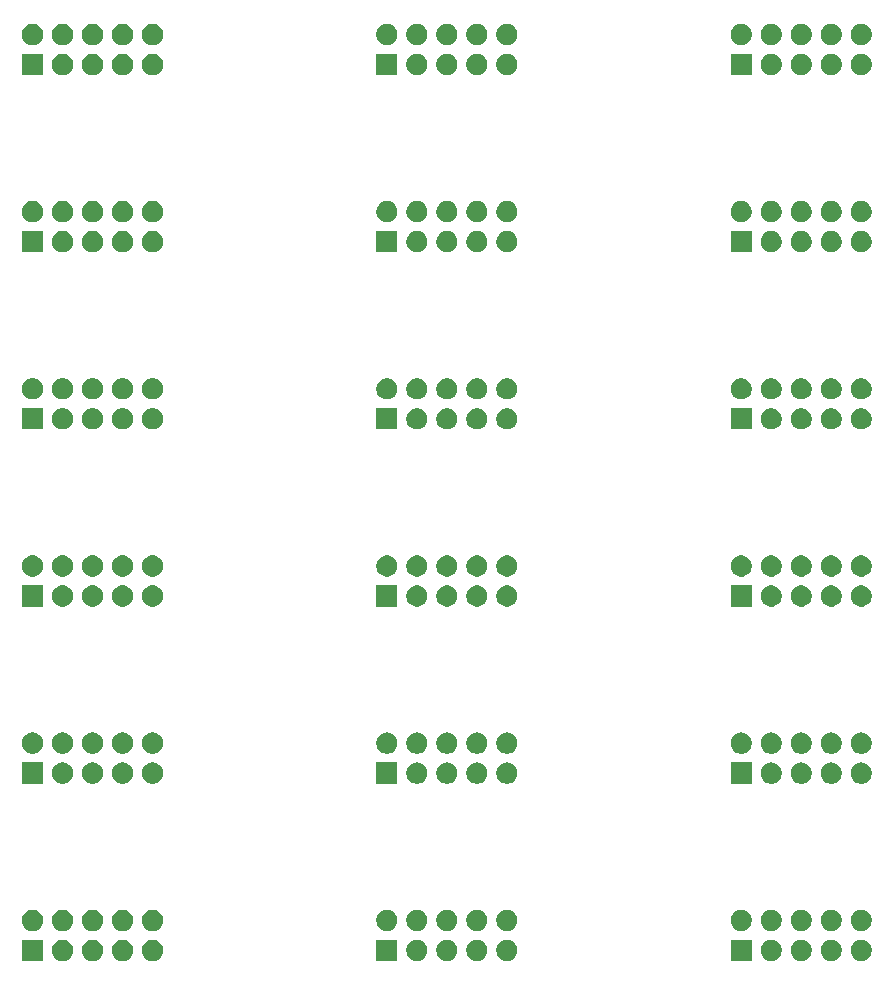
<source format=gbr>
G04 #@! TF.GenerationSoftware,KiCad,Pcbnew,5.1.5-52549c5~86~ubuntu18.04.1*
G04 #@! TF.CreationDate,2020-06-02T01:28:18-05:00*
G04 #@! TF.ProjectId,adap_127_254_panel,61646170-5f31-4323-975f-3235345f7061,rev?*
G04 #@! TF.SameCoordinates,Original*
G04 #@! TF.FileFunction,Soldermask,Bot*
G04 #@! TF.FilePolarity,Negative*
%FSLAX46Y46*%
G04 Gerber Fmt 4.6, Leading zero omitted, Abs format (unit mm)*
G04 Created by KiCad (PCBNEW 5.1.5-52549c5~86~ubuntu18.04.1) date 2020-06-02 01:28:18*
%MOMM*%
%LPD*%
G04 APERTURE LIST*
%ADD10C,0.100000*%
G04 APERTURE END LIST*
D10*
G36*
X87108512Y-129983927D02*
G01*
X87257812Y-130013624D01*
X87421784Y-130081544D01*
X87569354Y-130180147D01*
X87694853Y-130305646D01*
X87793456Y-130453216D01*
X87861376Y-130617188D01*
X87896000Y-130791259D01*
X87896000Y-130968741D01*
X87861376Y-131142812D01*
X87793456Y-131306784D01*
X87694853Y-131454354D01*
X87569354Y-131579853D01*
X87421784Y-131678456D01*
X87257812Y-131746376D01*
X87108512Y-131776073D01*
X87083742Y-131781000D01*
X86906258Y-131781000D01*
X86881488Y-131776073D01*
X86732188Y-131746376D01*
X86568216Y-131678456D01*
X86420646Y-131579853D01*
X86295147Y-131454354D01*
X86196544Y-131306784D01*
X86128624Y-131142812D01*
X86094000Y-130968741D01*
X86094000Y-130791259D01*
X86128624Y-130617188D01*
X86196544Y-130453216D01*
X86295147Y-130305646D01*
X86420646Y-130180147D01*
X86568216Y-130081544D01*
X86732188Y-130013624D01*
X86881488Y-129983927D01*
X86906258Y-129979000D01*
X87083742Y-129979000D01*
X87108512Y-129983927D01*
G37*
G36*
X144568512Y-129983927D02*
G01*
X144717812Y-130013624D01*
X144881784Y-130081544D01*
X145029354Y-130180147D01*
X145154853Y-130305646D01*
X145253456Y-130453216D01*
X145321376Y-130617188D01*
X145356000Y-130791259D01*
X145356000Y-130968741D01*
X145321376Y-131142812D01*
X145253456Y-131306784D01*
X145154853Y-131454354D01*
X145029354Y-131579853D01*
X144881784Y-131678456D01*
X144717812Y-131746376D01*
X144568512Y-131776073D01*
X144543742Y-131781000D01*
X144366258Y-131781000D01*
X144341488Y-131776073D01*
X144192188Y-131746376D01*
X144028216Y-131678456D01*
X143880646Y-131579853D01*
X143755147Y-131454354D01*
X143656544Y-131306784D01*
X143588624Y-131142812D01*
X143554000Y-130968741D01*
X143554000Y-130791259D01*
X143588624Y-130617188D01*
X143656544Y-130453216D01*
X143755147Y-130305646D01*
X143880646Y-130180147D01*
X144028216Y-130081544D01*
X144192188Y-130013624D01*
X144341488Y-129983927D01*
X144366258Y-129979000D01*
X144543742Y-129979000D01*
X144568512Y-129983927D01*
G37*
G36*
X137736000Y-131781000D02*
G01*
X135934000Y-131781000D01*
X135934000Y-129979000D01*
X137736000Y-129979000D01*
X137736000Y-131781000D01*
G37*
G36*
X139488512Y-129983927D02*
G01*
X139637812Y-130013624D01*
X139801784Y-130081544D01*
X139949354Y-130180147D01*
X140074853Y-130305646D01*
X140173456Y-130453216D01*
X140241376Y-130617188D01*
X140276000Y-130791259D01*
X140276000Y-130968741D01*
X140241376Y-131142812D01*
X140173456Y-131306784D01*
X140074853Y-131454354D01*
X139949354Y-131579853D01*
X139801784Y-131678456D01*
X139637812Y-131746376D01*
X139488512Y-131776073D01*
X139463742Y-131781000D01*
X139286258Y-131781000D01*
X139261488Y-131776073D01*
X139112188Y-131746376D01*
X138948216Y-131678456D01*
X138800646Y-131579853D01*
X138675147Y-131454354D01*
X138576544Y-131306784D01*
X138508624Y-131142812D01*
X138474000Y-130968741D01*
X138474000Y-130791259D01*
X138508624Y-130617188D01*
X138576544Y-130453216D01*
X138675147Y-130305646D01*
X138800646Y-130180147D01*
X138948216Y-130081544D01*
X139112188Y-130013624D01*
X139261488Y-129983927D01*
X139286258Y-129979000D01*
X139463742Y-129979000D01*
X139488512Y-129983927D01*
G37*
G36*
X142028512Y-129983927D02*
G01*
X142177812Y-130013624D01*
X142341784Y-130081544D01*
X142489354Y-130180147D01*
X142614853Y-130305646D01*
X142713456Y-130453216D01*
X142781376Y-130617188D01*
X142816000Y-130791259D01*
X142816000Y-130968741D01*
X142781376Y-131142812D01*
X142713456Y-131306784D01*
X142614853Y-131454354D01*
X142489354Y-131579853D01*
X142341784Y-131678456D01*
X142177812Y-131746376D01*
X142028512Y-131776073D01*
X142003742Y-131781000D01*
X141826258Y-131781000D01*
X141801488Y-131776073D01*
X141652188Y-131746376D01*
X141488216Y-131678456D01*
X141340646Y-131579853D01*
X141215147Y-131454354D01*
X141116544Y-131306784D01*
X141048624Y-131142812D01*
X141014000Y-130968741D01*
X141014000Y-130791259D01*
X141048624Y-130617188D01*
X141116544Y-130453216D01*
X141215147Y-130305646D01*
X141340646Y-130180147D01*
X141488216Y-130081544D01*
X141652188Y-130013624D01*
X141801488Y-129983927D01*
X141826258Y-129979000D01*
X142003742Y-129979000D01*
X142028512Y-129983927D01*
G37*
G36*
X147108512Y-129983927D02*
G01*
X147257812Y-130013624D01*
X147421784Y-130081544D01*
X147569354Y-130180147D01*
X147694853Y-130305646D01*
X147793456Y-130453216D01*
X147861376Y-130617188D01*
X147896000Y-130791259D01*
X147896000Y-130968741D01*
X147861376Y-131142812D01*
X147793456Y-131306784D01*
X147694853Y-131454354D01*
X147569354Y-131579853D01*
X147421784Y-131678456D01*
X147257812Y-131746376D01*
X147108512Y-131776073D01*
X147083742Y-131781000D01*
X146906258Y-131781000D01*
X146881488Y-131776073D01*
X146732188Y-131746376D01*
X146568216Y-131678456D01*
X146420646Y-131579853D01*
X146295147Y-131454354D01*
X146196544Y-131306784D01*
X146128624Y-131142812D01*
X146094000Y-130968741D01*
X146094000Y-130791259D01*
X146128624Y-130617188D01*
X146196544Y-130453216D01*
X146295147Y-130305646D01*
X146420646Y-130180147D01*
X146568216Y-130081544D01*
X146732188Y-130013624D01*
X146881488Y-129983927D01*
X146906258Y-129979000D01*
X147083742Y-129979000D01*
X147108512Y-129983927D01*
G37*
G36*
X107736000Y-131781000D02*
G01*
X105934000Y-131781000D01*
X105934000Y-129979000D01*
X107736000Y-129979000D01*
X107736000Y-131781000D01*
G37*
G36*
X109488512Y-129983927D02*
G01*
X109637812Y-130013624D01*
X109801784Y-130081544D01*
X109949354Y-130180147D01*
X110074853Y-130305646D01*
X110173456Y-130453216D01*
X110241376Y-130617188D01*
X110276000Y-130791259D01*
X110276000Y-130968741D01*
X110241376Y-131142812D01*
X110173456Y-131306784D01*
X110074853Y-131454354D01*
X109949354Y-131579853D01*
X109801784Y-131678456D01*
X109637812Y-131746376D01*
X109488512Y-131776073D01*
X109463742Y-131781000D01*
X109286258Y-131781000D01*
X109261488Y-131776073D01*
X109112188Y-131746376D01*
X108948216Y-131678456D01*
X108800646Y-131579853D01*
X108675147Y-131454354D01*
X108576544Y-131306784D01*
X108508624Y-131142812D01*
X108474000Y-130968741D01*
X108474000Y-130791259D01*
X108508624Y-130617188D01*
X108576544Y-130453216D01*
X108675147Y-130305646D01*
X108800646Y-130180147D01*
X108948216Y-130081544D01*
X109112188Y-130013624D01*
X109261488Y-129983927D01*
X109286258Y-129979000D01*
X109463742Y-129979000D01*
X109488512Y-129983927D01*
G37*
G36*
X112028512Y-129983927D02*
G01*
X112177812Y-130013624D01*
X112341784Y-130081544D01*
X112489354Y-130180147D01*
X112614853Y-130305646D01*
X112713456Y-130453216D01*
X112781376Y-130617188D01*
X112816000Y-130791259D01*
X112816000Y-130968741D01*
X112781376Y-131142812D01*
X112713456Y-131306784D01*
X112614853Y-131454354D01*
X112489354Y-131579853D01*
X112341784Y-131678456D01*
X112177812Y-131746376D01*
X112028512Y-131776073D01*
X112003742Y-131781000D01*
X111826258Y-131781000D01*
X111801488Y-131776073D01*
X111652188Y-131746376D01*
X111488216Y-131678456D01*
X111340646Y-131579853D01*
X111215147Y-131454354D01*
X111116544Y-131306784D01*
X111048624Y-131142812D01*
X111014000Y-130968741D01*
X111014000Y-130791259D01*
X111048624Y-130617188D01*
X111116544Y-130453216D01*
X111215147Y-130305646D01*
X111340646Y-130180147D01*
X111488216Y-130081544D01*
X111652188Y-130013624D01*
X111801488Y-129983927D01*
X111826258Y-129979000D01*
X112003742Y-129979000D01*
X112028512Y-129983927D01*
G37*
G36*
X114568512Y-129983927D02*
G01*
X114717812Y-130013624D01*
X114881784Y-130081544D01*
X115029354Y-130180147D01*
X115154853Y-130305646D01*
X115253456Y-130453216D01*
X115321376Y-130617188D01*
X115356000Y-130791259D01*
X115356000Y-130968741D01*
X115321376Y-131142812D01*
X115253456Y-131306784D01*
X115154853Y-131454354D01*
X115029354Y-131579853D01*
X114881784Y-131678456D01*
X114717812Y-131746376D01*
X114568512Y-131776073D01*
X114543742Y-131781000D01*
X114366258Y-131781000D01*
X114341488Y-131776073D01*
X114192188Y-131746376D01*
X114028216Y-131678456D01*
X113880646Y-131579853D01*
X113755147Y-131454354D01*
X113656544Y-131306784D01*
X113588624Y-131142812D01*
X113554000Y-130968741D01*
X113554000Y-130791259D01*
X113588624Y-130617188D01*
X113656544Y-130453216D01*
X113755147Y-130305646D01*
X113880646Y-130180147D01*
X114028216Y-130081544D01*
X114192188Y-130013624D01*
X114341488Y-129983927D01*
X114366258Y-129979000D01*
X114543742Y-129979000D01*
X114568512Y-129983927D01*
G37*
G36*
X117108512Y-129983927D02*
G01*
X117257812Y-130013624D01*
X117421784Y-130081544D01*
X117569354Y-130180147D01*
X117694853Y-130305646D01*
X117793456Y-130453216D01*
X117861376Y-130617188D01*
X117896000Y-130791259D01*
X117896000Y-130968741D01*
X117861376Y-131142812D01*
X117793456Y-131306784D01*
X117694853Y-131454354D01*
X117569354Y-131579853D01*
X117421784Y-131678456D01*
X117257812Y-131746376D01*
X117108512Y-131776073D01*
X117083742Y-131781000D01*
X116906258Y-131781000D01*
X116881488Y-131776073D01*
X116732188Y-131746376D01*
X116568216Y-131678456D01*
X116420646Y-131579853D01*
X116295147Y-131454354D01*
X116196544Y-131306784D01*
X116128624Y-131142812D01*
X116094000Y-130968741D01*
X116094000Y-130791259D01*
X116128624Y-130617188D01*
X116196544Y-130453216D01*
X116295147Y-130305646D01*
X116420646Y-130180147D01*
X116568216Y-130081544D01*
X116732188Y-130013624D01*
X116881488Y-129983927D01*
X116906258Y-129979000D01*
X117083742Y-129979000D01*
X117108512Y-129983927D01*
G37*
G36*
X77736000Y-131781000D02*
G01*
X75934000Y-131781000D01*
X75934000Y-129979000D01*
X77736000Y-129979000D01*
X77736000Y-131781000D01*
G37*
G36*
X79488512Y-129983927D02*
G01*
X79637812Y-130013624D01*
X79801784Y-130081544D01*
X79949354Y-130180147D01*
X80074853Y-130305646D01*
X80173456Y-130453216D01*
X80241376Y-130617188D01*
X80276000Y-130791259D01*
X80276000Y-130968741D01*
X80241376Y-131142812D01*
X80173456Y-131306784D01*
X80074853Y-131454354D01*
X79949354Y-131579853D01*
X79801784Y-131678456D01*
X79637812Y-131746376D01*
X79488512Y-131776073D01*
X79463742Y-131781000D01*
X79286258Y-131781000D01*
X79261488Y-131776073D01*
X79112188Y-131746376D01*
X78948216Y-131678456D01*
X78800646Y-131579853D01*
X78675147Y-131454354D01*
X78576544Y-131306784D01*
X78508624Y-131142812D01*
X78474000Y-130968741D01*
X78474000Y-130791259D01*
X78508624Y-130617188D01*
X78576544Y-130453216D01*
X78675147Y-130305646D01*
X78800646Y-130180147D01*
X78948216Y-130081544D01*
X79112188Y-130013624D01*
X79261488Y-129983927D01*
X79286258Y-129979000D01*
X79463742Y-129979000D01*
X79488512Y-129983927D01*
G37*
G36*
X82028512Y-129983927D02*
G01*
X82177812Y-130013624D01*
X82341784Y-130081544D01*
X82489354Y-130180147D01*
X82614853Y-130305646D01*
X82713456Y-130453216D01*
X82781376Y-130617188D01*
X82816000Y-130791259D01*
X82816000Y-130968741D01*
X82781376Y-131142812D01*
X82713456Y-131306784D01*
X82614853Y-131454354D01*
X82489354Y-131579853D01*
X82341784Y-131678456D01*
X82177812Y-131746376D01*
X82028512Y-131776073D01*
X82003742Y-131781000D01*
X81826258Y-131781000D01*
X81801488Y-131776073D01*
X81652188Y-131746376D01*
X81488216Y-131678456D01*
X81340646Y-131579853D01*
X81215147Y-131454354D01*
X81116544Y-131306784D01*
X81048624Y-131142812D01*
X81014000Y-130968741D01*
X81014000Y-130791259D01*
X81048624Y-130617188D01*
X81116544Y-130453216D01*
X81215147Y-130305646D01*
X81340646Y-130180147D01*
X81488216Y-130081544D01*
X81652188Y-130013624D01*
X81801488Y-129983927D01*
X81826258Y-129979000D01*
X82003742Y-129979000D01*
X82028512Y-129983927D01*
G37*
G36*
X84568512Y-129983927D02*
G01*
X84717812Y-130013624D01*
X84881784Y-130081544D01*
X85029354Y-130180147D01*
X85154853Y-130305646D01*
X85253456Y-130453216D01*
X85321376Y-130617188D01*
X85356000Y-130791259D01*
X85356000Y-130968741D01*
X85321376Y-131142812D01*
X85253456Y-131306784D01*
X85154853Y-131454354D01*
X85029354Y-131579853D01*
X84881784Y-131678456D01*
X84717812Y-131746376D01*
X84568512Y-131776073D01*
X84543742Y-131781000D01*
X84366258Y-131781000D01*
X84341488Y-131776073D01*
X84192188Y-131746376D01*
X84028216Y-131678456D01*
X83880646Y-131579853D01*
X83755147Y-131454354D01*
X83656544Y-131306784D01*
X83588624Y-131142812D01*
X83554000Y-130968741D01*
X83554000Y-130791259D01*
X83588624Y-130617188D01*
X83656544Y-130453216D01*
X83755147Y-130305646D01*
X83880646Y-130180147D01*
X84028216Y-130081544D01*
X84192188Y-130013624D01*
X84341488Y-129983927D01*
X84366258Y-129979000D01*
X84543742Y-129979000D01*
X84568512Y-129983927D01*
G37*
G36*
X79488512Y-127443927D02*
G01*
X79637812Y-127473624D01*
X79801784Y-127541544D01*
X79949354Y-127640147D01*
X80074853Y-127765646D01*
X80173456Y-127913216D01*
X80241376Y-128077188D01*
X80276000Y-128251259D01*
X80276000Y-128428741D01*
X80241376Y-128602812D01*
X80173456Y-128766784D01*
X80074853Y-128914354D01*
X79949354Y-129039853D01*
X79801784Y-129138456D01*
X79637812Y-129206376D01*
X79488512Y-129236073D01*
X79463742Y-129241000D01*
X79286258Y-129241000D01*
X79261488Y-129236073D01*
X79112188Y-129206376D01*
X78948216Y-129138456D01*
X78800646Y-129039853D01*
X78675147Y-128914354D01*
X78576544Y-128766784D01*
X78508624Y-128602812D01*
X78474000Y-128428741D01*
X78474000Y-128251259D01*
X78508624Y-128077188D01*
X78576544Y-127913216D01*
X78675147Y-127765646D01*
X78800646Y-127640147D01*
X78948216Y-127541544D01*
X79112188Y-127473624D01*
X79261488Y-127443927D01*
X79286258Y-127439000D01*
X79463742Y-127439000D01*
X79488512Y-127443927D01*
G37*
G36*
X87108512Y-127443927D02*
G01*
X87257812Y-127473624D01*
X87421784Y-127541544D01*
X87569354Y-127640147D01*
X87694853Y-127765646D01*
X87793456Y-127913216D01*
X87861376Y-128077188D01*
X87896000Y-128251259D01*
X87896000Y-128428741D01*
X87861376Y-128602812D01*
X87793456Y-128766784D01*
X87694853Y-128914354D01*
X87569354Y-129039853D01*
X87421784Y-129138456D01*
X87257812Y-129206376D01*
X87108512Y-129236073D01*
X87083742Y-129241000D01*
X86906258Y-129241000D01*
X86881488Y-129236073D01*
X86732188Y-129206376D01*
X86568216Y-129138456D01*
X86420646Y-129039853D01*
X86295147Y-128914354D01*
X86196544Y-128766784D01*
X86128624Y-128602812D01*
X86094000Y-128428741D01*
X86094000Y-128251259D01*
X86128624Y-128077188D01*
X86196544Y-127913216D01*
X86295147Y-127765646D01*
X86420646Y-127640147D01*
X86568216Y-127541544D01*
X86732188Y-127473624D01*
X86881488Y-127443927D01*
X86906258Y-127439000D01*
X87083742Y-127439000D01*
X87108512Y-127443927D01*
G37*
G36*
X84568512Y-127443927D02*
G01*
X84717812Y-127473624D01*
X84881784Y-127541544D01*
X85029354Y-127640147D01*
X85154853Y-127765646D01*
X85253456Y-127913216D01*
X85321376Y-128077188D01*
X85356000Y-128251259D01*
X85356000Y-128428741D01*
X85321376Y-128602812D01*
X85253456Y-128766784D01*
X85154853Y-128914354D01*
X85029354Y-129039853D01*
X84881784Y-129138456D01*
X84717812Y-129206376D01*
X84568512Y-129236073D01*
X84543742Y-129241000D01*
X84366258Y-129241000D01*
X84341488Y-129236073D01*
X84192188Y-129206376D01*
X84028216Y-129138456D01*
X83880646Y-129039853D01*
X83755147Y-128914354D01*
X83656544Y-128766784D01*
X83588624Y-128602812D01*
X83554000Y-128428741D01*
X83554000Y-128251259D01*
X83588624Y-128077188D01*
X83656544Y-127913216D01*
X83755147Y-127765646D01*
X83880646Y-127640147D01*
X84028216Y-127541544D01*
X84192188Y-127473624D01*
X84341488Y-127443927D01*
X84366258Y-127439000D01*
X84543742Y-127439000D01*
X84568512Y-127443927D01*
G37*
G36*
X82028512Y-127443927D02*
G01*
X82177812Y-127473624D01*
X82341784Y-127541544D01*
X82489354Y-127640147D01*
X82614853Y-127765646D01*
X82713456Y-127913216D01*
X82781376Y-128077188D01*
X82816000Y-128251259D01*
X82816000Y-128428741D01*
X82781376Y-128602812D01*
X82713456Y-128766784D01*
X82614853Y-128914354D01*
X82489354Y-129039853D01*
X82341784Y-129138456D01*
X82177812Y-129206376D01*
X82028512Y-129236073D01*
X82003742Y-129241000D01*
X81826258Y-129241000D01*
X81801488Y-129236073D01*
X81652188Y-129206376D01*
X81488216Y-129138456D01*
X81340646Y-129039853D01*
X81215147Y-128914354D01*
X81116544Y-128766784D01*
X81048624Y-128602812D01*
X81014000Y-128428741D01*
X81014000Y-128251259D01*
X81048624Y-128077188D01*
X81116544Y-127913216D01*
X81215147Y-127765646D01*
X81340646Y-127640147D01*
X81488216Y-127541544D01*
X81652188Y-127473624D01*
X81801488Y-127443927D01*
X81826258Y-127439000D01*
X82003742Y-127439000D01*
X82028512Y-127443927D01*
G37*
G36*
X76948512Y-127443927D02*
G01*
X77097812Y-127473624D01*
X77261784Y-127541544D01*
X77409354Y-127640147D01*
X77534853Y-127765646D01*
X77633456Y-127913216D01*
X77701376Y-128077188D01*
X77736000Y-128251259D01*
X77736000Y-128428741D01*
X77701376Y-128602812D01*
X77633456Y-128766784D01*
X77534853Y-128914354D01*
X77409354Y-129039853D01*
X77261784Y-129138456D01*
X77097812Y-129206376D01*
X76948512Y-129236073D01*
X76923742Y-129241000D01*
X76746258Y-129241000D01*
X76721488Y-129236073D01*
X76572188Y-129206376D01*
X76408216Y-129138456D01*
X76260646Y-129039853D01*
X76135147Y-128914354D01*
X76036544Y-128766784D01*
X75968624Y-128602812D01*
X75934000Y-128428741D01*
X75934000Y-128251259D01*
X75968624Y-128077188D01*
X76036544Y-127913216D01*
X76135147Y-127765646D01*
X76260646Y-127640147D01*
X76408216Y-127541544D01*
X76572188Y-127473624D01*
X76721488Y-127443927D01*
X76746258Y-127439000D01*
X76923742Y-127439000D01*
X76948512Y-127443927D01*
G37*
G36*
X117108512Y-127443927D02*
G01*
X117257812Y-127473624D01*
X117421784Y-127541544D01*
X117569354Y-127640147D01*
X117694853Y-127765646D01*
X117793456Y-127913216D01*
X117861376Y-128077188D01*
X117896000Y-128251259D01*
X117896000Y-128428741D01*
X117861376Y-128602812D01*
X117793456Y-128766784D01*
X117694853Y-128914354D01*
X117569354Y-129039853D01*
X117421784Y-129138456D01*
X117257812Y-129206376D01*
X117108512Y-129236073D01*
X117083742Y-129241000D01*
X116906258Y-129241000D01*
X116881488Y-129236073D01*
X116732188Y-129206376D01*
X116568216Y-129138456D01*
X116420646Y-129039853D01*
X116295147Y-128914354D01*
X116196544Y-128766784D01*
X116128624Y-128602812D01*
X116094000Y-128428741D01*
X116094000Y-128251259D01*
X116128624Y-128077188D01*
X116196544Y-127913216D01*
X116295147Y-127765646D01*
X116420646Y-127640147D01*
X116568216Y-127541544D01*
X116732188Y-127473624D01*
X116881488Y-127443927D01*
X116906258Y-127439000D01*
X117083742Y-127439000D01*
X117108512Y-127443927D01*
G37*
G36*
X114568512Y-127443927D02*
G01*
X114717812Y-127473624D01*
X114881784Y-127541544D01*
X115029354Y-127640147D01*
X115154853Y-127765646D01*
X115253456Y-127913216D01*
X115321376Y-128077188D01*
X115356000Y-128251259D01*
X115356000Y-128428741D01*
X115321376Y-128602812D01*
X115253456Y-128766784D01*
X115154853Y-128914354D01*
X115029354Y-129039853D01*
X114881784Y-129138456D01*
X114717812Y-129206376D01*
X114568512Y-129236073D01*
X114543742Y-129241000D01*
X114366258Y-129241000D01*
X114341488Y-129236073D01*
X114192188Y-129206376D01*
X114028216Y-129138456D01*
X113880646Y-129039853D01*
X113755147Y-128914354D01*
X113656544Y-128766784D01*
X113588624Y-128602812D01*
X113554000Y-128428741D01*
X113554000Y-128251259D01*
X113588624Y-128077188D01*
X113656544Y-127913216D01*
X113755147Y-127765646D01*
X113880646Y-127640147D01*
X114028216Y-127541544D01*
X114192188Y-127473624D01*
X114341488Y-127443927D01*
X114366258Y-127439000D01*
X114543742Y-127439000D01*
X114568512Y-127443927D01*
G37*
G36*
X106948512Y-127443927D02*
G01*
X107097812Y-127473624D01*
X107261784Y-127541544D01*
X107409354Y-127640147D01*
X107534853Y-127765646D01*
X107633456Y-127913216D01*
X107701376Y-128077188D01*
X107736000Y-128251259D01*
X107736000Y-128428741D01*
X107701376Y-128602812D01*
X107633456Y-128766784D01*
X107534853Y-128914354D01*
X107409354Y-129039853D01*
X107261784Y-129138456D01*
X107097812Y-129206376D01*
X106948512Y-129236073D01*
X106923742Y-129241000D01*
X106746258Y-129241000D01*
X106721488Y-129236073D01*
X106572188Y-129206376D01*
X106408216Y-129138456D01*
X106260646Y-129039853D01*
X106135147Y-128914354D01*
X106036544Y-128766784D01*
X105968624Y-128602812D01*
X105934000Y-128428741D01*
X105934000Y-128251259D01*
X105968624Y-128077188D01*
X106036544Y-127913216D01*
X106135147Y-127765646D01*
X106260646Y-127640147D01*
X106408216Y-127541544D01*
X106572188Y-127473624D01*
X106721488Y-127443927D01*
X106746258Y-127439000D01*
X106923742Y-127439000D01*
X106948512Y-127443927D01*
G37*
G36*
X147108512Y-127443927D02*
G01*
X147257812Y-127473624D01*
X147421784Y-127541544D01*
X147569354Y-127640147D01*
X147694853Y-127765646D01*
X147793456Y-127913216D01*
X147861376Y-128077188D01*
X147896000Y-128251259D01*
X147896000Y-128428741D01*
X147861376Y-128602812D01*
X147793456Y-128766784D01*
X147694853Y-128914354D01*
X147569354Y-129039853D01*
X147421784Y-129138456D01*
X147257812Y-129206376D01*
X147108512Y-129236073D01*
X147083742Y-129241000D01*
X146906258Y-129241000D01*
X146881488Y-129236073D01*
X146732188Y-129206376D01*
X146568216Y-129138456D01*
X146420646Y-129039853D01*
X146295147Y-128914354D01*
X146196544Y-128766784D01*
X146128624Y-128602812D01*
X146094000Y-128428741D01*
X146094000Y-128251259D01*
X146128624Y-128077188D01*
X146196544Y-127913216D01*
X146295147Y-127765646D01*
X146420646Y-127640147D01*
X146568216Y-127541544D01*
X146732188Y-127473624D01*
X146881488Y-127443927D01*
X146906258Y-127439000D01*
X147083742Y-127439000D01*
X147108512Y-127443927D01*
G37*
G36*
X136948512Y-127443927D02*
G01*
X137097812Y-127473624D01*
X137261784Y-127541544D01*
X137409354Y-127640147D01*
X137534853Y-127765646D01*
X137633456Y-127913216D01*
X137701376Y-128077188D01*
X137736000Y-128251259D01*
X137736000Y-128428741D01*
X137701376Y-128602812D01*
X137633456Y-128766784D01*
X137534853Y-128914354D01*
X137409354Y-129039853D01*
X137261784Y-129138456D01*
X137097812Y-129206376D01*
X136948512Y-129236073D01*
X136923742Y-129241000D01*
X136746258Y-129241000D01*
X136721488Y-129236073D01*
X136572188Y-129206376D01*
X136408216Y-129138456D01*
X136260646Y-129039853D01*
X136135147Y-128914354D01*
X136036544Y-128766784D01*
X135968624Y-128602812D01*
X135934000Y-128428741D01*
X135934000Y-128251259D01*
X135968624Y-128077188D01*
X136036544Y-127913216D01*
X136135147Y-127765646D01*
X136260646Y-127640147D01*
X136408216Y-127541544D01*
X136572188Y-127473624D01*
X136721488Y-127443927D01*
X136746258Y-127439000D01*
X136923742Y-127439000D01*
X136948512Y-127443927D01*
G37*
G36*
X112028512Y-127443927D02*
G01*
X112177812Y-127473624D01*
X112341784Y-127541544D01*
X112489354Y-127640147D01*
X112614853Y-127765646D01*
X112713456Y-127913216D01*
X112781376Y-128077188D01*
X112816000Y-128251259D01*
X112816000Y-128428741D01*
X112781376Y-128602812D01*
X112713456Y-128766784D01*
X112614853Y-128914354D01*
X112489354Y-129039853D01*
X112341784Y-129138456D01*
X112177812Y-129206376D01*
X112028512Y-129236073D01*
X112003742Y-129241000D01*
X111826258Y-129241000D01*
X111801488Y-129236073D01*
X111652188Y-129206376D01*
X111488216Y-129138456D01*
X111340646Y-129039853D01*
X111215147Y-128914354D01*
X111116544Y-128766784D01*
X111048624Y-128602812D01*
X111014000Y-128428741D01*
X111014000Y-128251259D01*
X111048624Y-128077188D01*
X111116544Y-127913216D01*
X111215147Y-127765646D01*
X111340646Y-127640147D01*
X111488216Y-127541544D01*
X111652188Y-127473624D01*
X111801488Y-127443927D01*
X111826258Y-127439000D01*
X112003742Y-127439000D01*
X112028512Y-127443927D01*
G37*
G36*
X144568512Y-127443927D02*
G01*
X144717812Y-127473624D01*
X144881784Y-127541544D01*
X145029354Y-127640147D01*
X145154853Y-127765646D01*
X145253456Y-127913216D01*
X145321376Y-128077188D01*
X145356000Y-128251259D01*
X145356000Y-128428741D01*
X145321376Y-128602812D01*
X145253456Y-128766784D01*
X145154853Y-128914354D01*
X145029354Y-129039853D01*
X144881784Y-129138456D01*
X144717812Y-129206376D01*
X144568512Y-129236073D01*
X144543742Y-129241000D01*
X144366258Y-129241000D01*
X144341488Y-129236073D01*
X144192188Y-129206376D01*
X144028216Y-129138456D01*
X143880646Y-129039853D01*
X143755147Y-128914354D01*
X143656544Y-128766784D01*
X143588624Y-128602812D01*
X143554000Y-128428741D01*
X143554000Y-128251259D01*
X143588624Y-128077188D01*
X143656544Y-127913216D01*
X143755147Y-127765646D01*
X143880646Y-127640147D01*
X144028216Y-127541544D01*
X144192188Y-127473624D01*
X144341488Y-127443927D01*
X144366258Y-127439000D01*
X144543742Y-127439000D01*
X144568512Y-127443927D01*
G37*
G36*
X139488512Y-127443927D02*
G01*
X139637812Y-127473624D01*
X139801784Y-127541544D01*
X139949354Y-127640147D01*
X140074853Y-127765646D01*
X140173456Y-127913216D01*
X140241376Y-128077188D01*
X140276000Y-128251259D01*
X140276000Y-128428741D01*
X140241376Y-128602812D01*
X140173456Y-128766784D01*
X140074853Y-128914354D01*
X139949354Y-129039853D01*
X139801784Y-129138456D01*
X139637812Y-129206376D01*
X139488512Y-129236073D01*
X139463742Y-129241000D01*
X139286258Y-129241000D01*
X139261488Y-129236073D01*
X139112188Y-129206376D01*
X138948216Y-129138456D01*
X138800646Y-129039853D01*
X138675147Y-128914354D01*
X138576544Y-128766784D01*
X138508624Y-128602812D01*
X138474000Y-128428741D01*
X138474000Y-128251259D01*
X138508624Y-128077188D01*
X138576544Y-127913216D01*
X138675147Y-127765646D01*
X138800646Y-127640147D01*
X138948216Y-127541544D01*
X139112188Y-127473624D01*
X139261488Y-127443927D01*
X139286258Y-127439000D01*
X139463742Y-127439000D01*
X139488512Y-127443927D01*
G37*
G36*
X142028512Y-127443927D02*
G01*
X142177812Y-127473624D01*
X142341784Y-127541544D01*
X142489354Y-127640147D01*
X142614853Y-127765646D01*
X142713456Y-127913216D01*
X142781376Y-128077188D01*
X142816000Y-128251259D01*
X142816000Y-128428741D01*
X142781376Y-128602812D01*
X142713456Y-128766784D01*
X142614853Y-128914354D01*
X142489354Y-129039853D01*
X142341784Y-129138456D01*
X142177812Y-129206376D01*
X142028512Y-129236073D01*
X142003742Y-129241000D01*
X141826258Y-129241000D01*
X141801488Y-129236073D01*
X141652188Y-129206376D01*
X141488216Y-129138456D01*
X141340646Y-129039853D01*
X141215147Y-128914354D01*
X141116544Y-128766784D01*
X141048624Y-128602812D01*
X141014000Y-128428741D01*
X141014000Y-128251259D01*
X141048624Y-128077188D01*
X141116544Y-127913216D01*
X141215147Y-127765646D01*
X141340646Y-127640147D01*
X141488216Y-127541544D01*
X141652188Y-127473624D01*
X141801488Y-127443927D01*
X141826258Y-127439000D01*
X142003742Y-127439000D01*
X142028512Y-127443927D01*
G37*
G36*
X109488512Y-127443927D02*
G01*
X109637812Y-127473624D01*
X109801784Y-127541544D01*
X109949354Y-127640147D01*
X110074853Y-127765646D01*
X110173456Y-127913216D01*
X110241376Y-128077188D01*
X110276000Y-128251259D01*
X110276000Y-128428741D01*
X110241376Y-128602812D01*
X110173456Y-128766784D01*
X110074853Y-128914354D01*
X109949354Y-129039853D01*
X109801784Y-129138456D01*
X109637812Y-129206376D01*
X109488512Y-129236073D01*
X109463742Y-129241000D01*
X109286258Y-129241000D01*
X109261488Y-129236073D01*
X109112188Y-129206376D01*
X108948216Y-129138456D01*
X108800646Y-129039853D01*
X108675147Y-128914354D01*
X108576544Y-128766784D01*
X108508624Y-128602812D01*
X108474000Y-128428741D01*
X108474000Y-128251259D01*
X108508624Y-128077188D01*
X108576544Y-127913216D01*
X108675147Y-127765646D01*
X108800646Y-127640147D01*
X108948216Y-127541544D01*
X109112188Y-127473624D01*
X109261488Y-127443927D01*
X109286258Y-127439000D01*
X109463742Y-127439000D01*
X109488512Y-127443927D01*
G37*
G36*
X84568512Y-114983927D02*
G01*
X84717812Y-115013624D01*
X84881784Y-115081544D01*
X85029354Y-115180147D01*
X85154853Y-115305646D01*
X85253456Y-115453216D01*
X85321376Y-115617188D01*
X85356000Y-115791259D01*
X85356000Y-115968741D01*
X85321376Y-116142812D01*
X85253456Y-116306784D01*
X85154853Y-116454354D01*
X85029354Y-116579853D01*
X84881784Y-116678456D01*
X84717812Y-116746376D01*
X84568512Y-116776073D01*
X84543742Y-116781000D01*
X84366258Y-116781000D01*
X84341488Y-116776073D01*
X84192188Y-116746376D01*
X84028216Y-116678456D01*
X83880646Y-116579853D01*
X83755147Y-116454354D01*
X83656544Y-116306784D01*
X83588624Y-116142812D01*
X83554000Y-115968741D01*
X83554000Y-115791259D01*
X83588624Y-115617188D01*
X83656544Y-115453216D01*
X83755147Y-115305646D01*
X83880646Y-115180147D01*
X84028216Y-115081544D01*
X84192188Y-115013624D01*
X84341488Y-114983927D01*
X84366258Y-114979000D01*
X84543742Y-114979000D01*
X84568512Y-114983927D01*
G37*
G36*
X109488512Y-114983927D02*
G01*
X109637812Y-115013624D01*
X109801784Y-115081544D01*
X109949354Y-115180147D01*
X110074853Y-115305646D01*
X110173456Y-115453216D01*
X110241376Y-115617188D01*
X110276000Y-115791259D01*
X110276000Y-115968741D01*
X110241376Y-116142812D01*
X110173456Y-116306784D01*
X110074853Y-116454354D01*
X109949354Y-116579853D01*
X109801784Y-116678456D01*
X109637812Y-116746376D01*
X109488512Y-116776073D01*
X109463742Y-116781000D01*
X109286258Y-116781000D01*
X109261488Y-116776073D01*
X109112188Y-116746376D01*
X108948216Y-116678456D01*
X108800646Y-116579853D01*
X108675147Y-116454354D01*
X108576544Y-116306784D01*
X108508624Y-116142812D01*
X108474000Y-115968741D01*
X108474000Y-115791259D01*
X108508624Y-115617188D01*
X108576544Y-115453216D01*
X108675147Y-115305646D01*
X108800646Y-115180147D01*
X108948216Y-115081544D01*
X109112188Y-115013624D01*
X109261488Y-114983927D01*
X109286258Y-114979000D01*
X109463742Y-114979000D01*
X109488512Y-114983927D01*
G37*
G36*
X112028512Y-114983927D02*
G01*
X112177812Y-115013624D01*
X112341784Y-115081544D01*
X112489354Y-115180147D01*
X112614853Y-115305646D01*
X112713456Y-115453216D01*
X112781376Y-115617188D01*
X112816000Y-115791259D01*
X112816000Y-115968741D01*
X112781376Y-116142812D01*
X112713456Y-116306784D01*
X112614853Y-116454354D01*
X112489354Y-116579853D01*
X112341784Y-116678456D01*
X112177812Y-116746376D01*
X112028512Y-116776073D01*
X112003742Y-116781000D01*
X111826258Y-116781000D01*
X111801488Y-116776073D01*
X111652188Y-116746376D01*
X111488216Y-116678456D01*
X111340646Y-116579853D01*
X111215147Y-116454354D01*
X111116544Y-116306784D01*
X111048624Y-116142812D01*
X111014000Y-115968741D01*
X111014000Y-115791259D01*
X111048624Y-115617188D01*
X111116544Y-115453216D01*
X111215147Y-115305646D01*
X111340646Y-115180147D01*
X111488216Y-115081544D01*
X111652188Y-115013624D01*
X111801488Y-114983927D01*
X111826258Y-114979000D01*
X112003742Y-114979000D01*
X112028512Y-114983927D01*
G37*
G36*
X107736000Y-116781000D02*
G01*
X105934000Y-116781000D01*
X105934000Y-114979000D01*
X107736000Y-114979000D01*
X107736000Y-116781000D01*
G37*
G36*
X114568512Y-114983927D02*
G01*
X114717812Y-115013624D01*
X114881784Y-115081544D01*
X115029354Y-115180147D01*
X115154853Y-115305646D01*
X115253456Y-115453216D01*
X115321376Y-115617188D01*
X115356000Y-115791259D01*
X115356000Y-115968741D01*
X115321376Y-116142812D01*
X115253456Y-116306784D01*
X115154853Y-116454354D01*
X115029354Y-116579853D01*
X114881784Y-116678456D01*
X114717812Y-116746376D01*
X114568512Y-116776073D01*
X114543742Y-116781000D01*
X114366258Y-116781000D01*
X114341488Y-116776073D01*
X114192188Y-116746376D01*
X114028216Y-116678456D01*
X113880646Y-116579853D01*
X113755147Y-116454354D01*
X113656544Y-116306784D01*
X113588624Y-116142812D01*
X113554000Y-115968741D01*
X113554000Y-115791259D01*
X113588624Y-115617188D01*
X113656544Y-115453216D01*
X113755147Y-115305646D01*
X113880646Y-115180147D01*
X114028216Y-115081544D01*
X114192188Y-115013624D01*
X114341488Y-114983927D01*
X114366258Y-114979000D01*
X114543742Y-114979000D01*
X114568512Y-114983927D01*
G37*
G36*
X79488512Y-114983927D02*
G01*
X79637812Y-115013624D01*
X79801784Y-115081544D01*
X79949354Y-115180147D01*
X80074853Y-115305646D01*
X80173456Y-115453216D01*
X80241376Y-115617188D01*
X80276000Y-115791259D01*
X80276000Y-115968741D01*
X80241376Y-116142812D01*
X80173456Y-116306784D01*
X80074853Y-116454354D01*
X79949354Y-116579853D01*
X79801784Y-116678456D01*
X79637812Y-116746376D01*
X79488512Y-116776073D01*
X79463742Y-116781000D01*
X79286258Y-116781000D01*
X79261488Y-116776073D01*
X79112188Y-116746376D01*
X78948216Y-116678456D01*
X78800646Y-116579853D01*
X78675147Y-116454354D01*
X78576544Y-116306784D01*
X78508624Y-116142812D01*
X78474000Y-115968741D01*
X78474000Y-115791259D01*
X78508624Y-115617188D01*
X78576544Y-115453216D01*
X78675147Y-115305646D01*
X78800646Y-115180147D01*
X78948216Y-115081544D01*
X79112188Y-115013624D01*
X79261488Y-114983927D01*
X79286258Y-114979000D01*
X79463742Y-114979000D01*
X79488512Y-114983927D01*
G37*
G36*
X82028512Y-114983927D02*
G01*
X82177812Y-115013624D01*
X82341784Y-115081544D01*
X82489354Y-115180147D01*
X82614853Y-115305646D01*
X82713456Y-115453216D01*
X82781376Y-115617188D01*
X82816000Y-115791259D01*
X82816000Y-115968741D01*
X82781376Y-116142812D01*
X82713456Y-116306784D01*
X82614853Y-116454354D01*
X82489354Y-116579853D01*
X82341784Y-116678456D01*
X82177812Y-116746376D01*
X82028512Y-116776073D01*
X82003742Y-116781000D01*
X81826258Y-116781000D01*
X81801488Y-116776073D01*
X81652188Y-116746376D01*
X81488216Y-116678456D01*
X81340646Y-116579853D01*
X81215147Y-116454354D01*
X81116544Y-116306784D01*
X81048624Y-116142812D01*
X81014000Y-115968741D01*
X81014000Y-115791259D01*
X81048624Y-115617188D01*
X81116544Y-115453216D01*
X81215147Y-115305646D01*
X81340646Y-115180147D01*
X81488216Y-115081544D01*
X81652188Y-115013624D01*
X81801488Y-114983927D01*
X81826258Y-114979000D01*
X82003742Y-114979000D01*
X82028512Y-114983927D01*
G37*
G36*
X77736000Y-116781000D02*
G01*
X75934000Y-116781000D01*
X75934000Y-114979000D01*
X77736000Y-114979000D01*
X77736000Y-116781000D01*
G37*
G36*
X87108512Y-114983927D02*
G01*
X87257812Y-115013624D01*
X87421784Y-115081544D01*
X87569354Y-115180147D01*
X87694853Y-115305646D01*
X87793456Y-115453216D01*
X87861376Y-115617188D01*
X87896000Y-115791259D01*
X87896000Y-115968741D01*
X87861376Y-116142812D01*
X87793456Y-116306784D01*
X87694853Y-116454354D01*
X87569354Y-116579853D01*
X87421784Y-116678456D01*
X87257812Y-116746376D01*
X87108512Y-116776073D01*
X87083742Y-116781000D01*
X86906258Y-116781000D01*
X86881488Y-116776073D01*
X86732188Y-116746376D01*
X86568216Y-116678456D01*
X86420646Y-116579853D01*
X86295147Y-116454354D01*
X86196544Y-116306784D01*
X86128624Y-116142812D01*
X86094000Y-115968741D01*
X86094000Y-115791259D01*
X86128624Y-115617188D01*
X86196544Y-115453216D01*
X86295147Y-115305646D01*
X86420646Y-115180147D01*
X86568216Y-115081544D01*
X86732188Y-115013624D01*
X86881488Y-114983927D01*
X86906258Y-114979000D01*
X87083742Y-114979000D01*
X87108512Y-114983927D01*
G37*
G36*
X147108512Y-114983927D02*
G01*
X147257812Y-115013624D01*
X147421784Y-115081544D01*
X147569354Y-115180147D01*
X147694853Y-115305646D01*
X147793456Y-115453216D01*
X147861376Y-115617188D01*
X147896000Y-115791259D01*
X147896000Y-115968741D01*
X147861376Y-116142812D01*
X147793456Y-116306784D01*
X147694853Y-116454354D01*
X147569354Y-116579853D01*
X147421784Y-116678456D01*
X147257812Y-116746376D01*
X147108512Y-116776073D01*
X147083742Y-116781000D01*
X146906258Y-116781000D01*
X146881488Y-116776073D01*
X146732188Y-116746376D01*
X146568216Y-116678456D01*
X146420646Y-116579853D01*
X146295147Y-116454354D01*
X146196544Y-116306784D01*
X146128624Y-116142812D01*
X146094000Y-115968741D01*
X146094000Y-115791259D01*
X146128624Y-115617188D01*
X146196544Y-115453216D01*
X146295147Y-115305646D01*
X146420646Y-115180147D01*
X146568216Y-115081544D01*
X146732188Y-115013624D01*
X146881488Y-114983927D01*
X146906258Y-114979000D01*
X147083742Y-114979000D01*
X147108512Y-114983927D01*
G37*
G36*
X117108512Y-114983927D02*
G01*
X117257812Y-115013624D01*
X117421784Y-115081544D01*
X117569354Y-115180147D01*
X117694853Y-115305646D01*
X117793456Y-115453216D01*
X117861376Y-115617188D01*
X117896000Y-115791259D01*
X117896000Y-115968741D01*
X117861376Y-116142812D01*
X117793456Y-116306784D01*
X117694853Y-116454354D01*
X117569354Y-116579853D01*
X117421784Y-116678456D01*
X117257812Y-116746376D01*
X117108512Y-116776073D01*
X117083742Y-116781000D01*
X116906258Y-116781000D01*
X116881488Y-116776073D01*
X116732188Y-116746376D01*
X116568216Y-116678456D01*
X116420646Y-116579853D01*
X116295147Y-116454354D01*
X116196544Y-116306784D01*
X116128624Y-116142812D01*
X116094000Y-115968741D01*
X116094000Y-115791259D01*
X116128624Y-115617188D01*
X116196544Y-115453216D01*
X116295147Y-115305646D01*
X116420646Y-115180147D01*
X116568216Y-115081544D01*
X116732188Y-115013624D01*
X116881488Y-114983927D01*
X116906258Y-114979000D01*
X117083742Y-114979000D01*
X117108512Y-114983927D01*
G37*
G36*
X137736000Y-116781000D02*
G01*
X135934000Y-116781000D01*
X135934000Y-114979000D01*
X137736000Y-114979000D01*
X137736000Y-116781000D01*
G37*
G36*
X142028512Y-114983927D02*
G01*
X142177812Y-115013624D01*
X142341784Y-115081544D01*
X142489354Y-115180147D01*
X142614853Y-115305646D01*
X142713456Y-115453216D01*
X142781376Y-115617188D01*
X142816000Y-115791259D01*
X142816000Y-115968741D01*
X142781376Y-116142812D01*
X142713456Y-116306784D01*
X142614853Y-116454354D01*
X142489354Y-116579853D01*
X142341784Y-116678456D01*
X142177812Y-116746376D01*
X142028512Y-116776073D01*
X142003742Y-116781000D01*
X141826258Y-116781000D01*
X141801488Y-116776073D01*
X141652188Y-116746376D01*
X141488216Y-116678456D01*
X141340646Y-116579853D01*
X141215147Y-116454354D01*
X141116544Y-116306784D01*
X141048624Y-116142812D01*
X141014000Y-115968741D01*
X141014000Y-115791259D01*
X141048624Y-115617188D01*
X141116544Y-115453216D01*
X141215147Y-115305646D01*
X141340646Y-115180147D01*
X141488216Y-115081544D01*
X141652188Y-115013624D01*
X141801488Y-114983927D01*
X141826258Y-114979000D01*
X142003742Y-114979000D01*
X142028512Y-114983927D01*
G37*
G36*
X144568512Y-114983927D02*
G01*
X144717812Y-115013624D01*
X144881784Y-115081544D01*
X145029354Y-115180147D01*
X145154853Y-115305646D01*
X145253456Y-115453216D01*
X145321376Y-115617188D01*
X145356000Y-115791259D01*
X145356000Y-115968741D01*
X145321376Y-116142812D01*
X145253456Y-116306784D01*
X145154853Y-116454354D01*
X145029354Y-116579853D01*
X144881784Y-116678456D01*
X144717812Y-116746376D01*
X144568512Y-116776073D01*
X144543742Y-116781000D01*
X144366258Y-116781000D01*
X144341488Y-116776073D01*
X144192188Y-116746376D01*
X144028216Y-116678456D01*
X143880646Y-116579853D01*
X143755147Y-116454354D01*
X143656544Y-116306784D01*
X143588624Y-116142812D01*
X143554000Y-115968741D01*
X143554000Y-115791259D01*
X143588624Y-115617188D01*
X143656544Y-115453216D01*
X143755147Y-115305646D01*
X143880646Y-115180147D01*
X144028216Y-115081544D01*
X144192188Y-115013624D01*
X144341488Y-114983927D01*
X144366258Y-114979000D01*
X144543742Y-114979000D01*
X144568512Y-114983927D01*
G37*
G36*
X139488512Y-114983927D02*
G01*
X139637812Y-115013624D01*
X139801784Y-115081544D01*
X139949354Y-115180147D01*
X140074853Y-115305646D01*
X140173456Y-115453216D01*
X140241376Y-115617188D01*
X140276000Y-115791259D01*
X140276000Y-115968741D01*
X140241376Y-116142812D01*
X140173456Y-116306784D01*
X140074853Y-116454354D01*
X139949354Y-116579853D01*
X139801784Y-116678456D01*
X139637812Y-116746376D01*
X139488512Y-116776073D01*
X139463742Y-116781000D01*
X139286258Y-116781000D01*
X139261488Y-116776073D01*
X139112188Y-116746376D01*
X138948216Y-116678456D01*
X138800646Y-116579853D01*
X138675147Y-116454354D01*
X138576544Y-116306784D01*
X138508624Y-116142812D01*
X138474000Y-115968741D01*
X138474000Y-115791259D01*
X138508624Y-115617188D01*
X138576544Y-115453216D01*
X138675147Y-115305646D01*
X138800646Y-115180147D01*
X138948216Y-115081544D01*
X139112188Y-115013624D01*
X139261488Y-114983927D01*
X139286258Y-114979000D01*
X139463742Y-114979000D01*
X139488512Y-114983927D01*
G37*
G36*
X142028512Y-112443927D02*
G01*
X142177812Y-112473624D01*
X142341784Y-112541544D01*
X142489354Y-112640147D01*
X142614853Y-112765646D01*
X142713456Y-112913216D01*
X142781376Y-113077188D01*
X142816000Y-113251259D01*
X142816000Y-113428741D01*
X142781376Y-113602812D01*
X142713456Y-113766784D01*
X142614853Y-113914354D01*
X142489354Y-114039853D01*
X142341784Y-114138456D01*
X142177812Y-114206376D01*
X142028512Y-114236073D01*
X142003742Y-114241000D01*
X141826258Y-114241000D01*
X141801488Y-114236073D01*
X141652188Y-114206376D01*
X141488216Y-114138456D01*
X141340646Y-114039853D01*
X141215147Y-113914354D01*
X141116544Y-113766784D01*
X141048624Y-113602812D01*
X141014000Y-113428741D01*
X141014000Y-113251259D01*
X141048624Y-113077188D01*
X141116544Y-112913216D01*
X141215147Y-112765646D01*
X141340646Y-112640147D01*
X141488216Y-112541544D01*
X141652188Y-112473624D01*
X141801488Y-112443927D01*
X141826258Y-112439000D01*
X142003742Y-112439000D01*
X142028512Y-112443927D01*
G37*
G36*
X87108512Y-112443927D02*
G01*
X87257812Y-112473624D01*
X87421784Y-112541544D01*
X87569354Y-112640147D01*
X87694853Y-112765646D01*
X87793456Y-112913216D01*
X87861376Y-113077188D01*
X87896000Y-113251259D01*
X87896000Y-113428741D01*
X87861376Y-113602812D01*
X87793456Y-113766784D01*
X87694853Y-113914354D01*
X87569354Y-114039853D01*
X87421784Y-114138456D01*
X87257812Y-114206376D01*
X87108512Y-114236073D01*
X87083742Y-114241000D01*
X86906258Y-114241000D01*
X86881488Y-114236073D01*
X86732188Y-114206376D01*
X86568216Y-114138456D01*
X86420646Y-114039853D01*
X86295147Y-113914354D01*
X86196544Y-113766784D01*
X86128624Y-113602812D01*
X86094000Y-113428741D01*
X86094000Y-113251259D01*
X86128624Y-113077188D01*
X86196544Y-112913216D01*
X86295147Y-112765646D01*
X86420646Y-112640147D01*
X86568216Y-112541544D01*
X86732188Y-112473624D01*
X86881488Y-112443927D01*
X86906258Y-112439000D01*
X87083742Y-112439000D01*
X87108512Y-112443927D01*
G37*
G36*
X84568512Y-112443927D02*
G01*
X84717812Y-112473624D01*
X84881784Y-112541544D01*
X85029354Y-112640147D01*
X85154853Y-112765646D01*
X85253456Y-112913216D01*
X85321376Y-113077188D01*
X85356000Y-113251259D01*
X85356000Y-113428741D01*
X85321376Y-113602812D01*
X85253456Y-113766784D01*
X85154853Y-113914354D01*
X85029354Y-114039853D01*
X84881784Y-114138456D01*
X84717812Y-114206376D01*
X84568512Y-114236073D01*
X84543742Y-114241000D01*
X84366258Y-114241000D01*
X84341488Y-114236073D01*
X84192188Y-114206376D01*
X84028216Y-114138456D01*
X83880646Y-114039853D01*
X83755147Y-113914354D01*
X83656544Y-113766784D01*
X83588624Y-113602812D01*
X83554000Y-113428741D01*
X83554000Y-113251259D01*
X83588624Y-113077188D01*
X83656544Y-112913216D01*
X83755147Y-112765646D01*
X83880646Y-112640147D01*
X84028216Y-112541544D01*
X84192188Y-112473624D01*
X84341488Y-112443927D01*
X84366258Y-112439000D01*
X84543742Y-112439000D01*
X84568512Y-112443927D01*
G37*
G36*
X82028512Y-112443927D02*
G01*
X82177812Y-112473624D01*
X82341784Y-112541544D01*
X82489354Y-112640147D01*
X82614853Y-112765646D01*
X82713456Y-112913216D01*
X82781376Y-113077188D01*
X82816000Y-113251259D01*
X82816000Y-113428741D01*
X82781376Y-113602812D01*
X82713456Y-113766784D01*
X82614853Y-113914354D01*
X82489354Y-114039853D01*
X82341784Y-114138456D01*
X82177812Y-114206376D01*
X82028512Y-114236073D01*
X82003742Y-114241000D01*
X81826258Y-114241000D01*
X81801488Y-114236073D01*
X81652188Y-114206376D01*
X81488216Y-114138456D01*
X81340646Y-114039853D01*
X81215147Y-113914354D01*
X81116544Y-113766784D01*
X81048624Y-113602812D01*
X81014000Y-113428741D01*
X81014000Y-113251259D01*
X81048624Y-113077188D01*
X81116544Y-112913216D01*
X81215147Y-112765646D01*
X81340646Y-112640147D01*
X81488216Y-112541544D01*
X81652188Y-112473624D01*
X81801488Y-112443927D01*
X81826258Y-112439000D01*
X82003742Y-112439000D01*
X82028512Y-112443927D01*
G37*
G36*
X79488512Y-112443927D02*
G01*
X79637812Y-112473624D01*
X79801784Y-112541544D01*
X79949354Y-112640147D01*
X80074853Y-112765646D01*
X80173456Y-112913216D01*
X80241376Y-113077188D01*
X80276000Y-113251259D01*
X80276000Y-113428741D01*
X80241376Y-113602812D01*
X80173456Y-113766784D01*
X80074853Y-113914354D01*
X79949354Y-114039853D01*
X79801784Y-114138456D01*
X79637812Y-114206376D01*
X79488512Y-114236073D01*
X79463742Y-114241000D01*
X79286258Y-114241000D01*
X79261488Y-114236073D01*
X79112188Y-114206376D01*
X78948216Y-114138456D01*
X78800646Y-114039853D01*
X78675147Y-113914354D01*
X78576544Y-113766784D01*
X78508624Y-113602812D01*
X78474000Y-113428741D01*
X78474000Y-113251259D01*
X78508624Y-113077188D01*
X78576544Y-112913216D01*
X78675147Y-112765646D01*
X78800646Y-112640147D01*
X78948216Y-112541544D01*
X79112188Y-112473624D01*
X79261488Y-112443927D01*
X79286258Y-112439000D01*
X79463742Y-112439000D01*
X79488512Y-112443927D01*
G37*
G36*
X76948512Y-112443927D02*
G01*
X77097812Y-112473624D01*
X77261784Y-112541544D01*
X77409354Y-112640147D01*
X77534853Y-112765646D01*
X77633456Y-112913216D01*
X77701376Y-113077188D01*
X77736000Y-113251259D01*
X77736000Y-113428741D01*
X77701376Y-113602812D01*
X77633456Y-113766784D01*
X77534853Y-113914354D01*
X77409354Y-114039853D01*
X77261784Y-114138456D01*
X77097812Y-114206376D01*
X76948512Y-114236073D01*
X76923742Y-114241000D01*
X76746258Y-114241000D01*
X76721488Y-114236073D01*
X76572188Y-114206376D01*
X76408216Y-114138456D01*
X76260646Y-114039853D01*
X76135147Y-113914354D01*
X76036544Y-113766784D01*
X75968624Y-113602812D01*
X75934000Y-113428741D01*
X75934000Y-113251259D01*
X75968624Y-113077188D01*
X76036544Y-112913216D01*
X76135147Y-112765646D01*
X76260646Y-112640147D01*
X76408216Y-112541544D01*
X76572188Y-112473624D01*
X76721488Y-112443927D01*
X76746258Y-112439000D01*
X76923742Y-112439000D01*
X76948512Y-112443927D01*
G37*
G36*
X117108512Y-112443927D02*
G01*
X117257812Y-112473624D01*
X117421784Y-112541544D01*
X117569354Y-112640147D01*
X117694853Y-112765646D01*
X117793456Y-112913216D01*
X117861376Y-113077188D01*
X117896000Y-113251259D01*
X117896000Y-113428741D01*
X117861376Y-113602812D01*
X117793456Y-113766784D01*
X117694853Y-113914354D01*
X117569354Y-114039853D01*
X117421784Y-114138456D01*
X117257812Y-114206376D01*
X117108512Y-114236073D01*
X117083742Y-114241000D01*
X116906258Y-114241000D01*
X116881488Y-114236073D01*
X116732188Y-114206376D01*
X116568216Y-114138456D01*
X116420646Y-114039853D01*
X116295147Y-113914354D01*
X116196544Y-113766784D01*
X116128624Y-113602812D01*
X116094000Y-113428741D01*
X116094000Y-113251259D01*
X116128624Y-113077188D01*
X116196544Y-112913216D01*
X116295147Y-112765646D01*
X116420646Y-112640147D01*
X116568216Y-112541544D01*
X116732188Y-112473624D01*
X116881488Y-112443927D01*
X116906258Y-112439000D01*
X117083742Y-112439000D01*
X117108512Y-112443927D01*
G37*
G36*
X114568512Y-112443927D02*
G01*
X114717812Y-112473624D01*
X114881784Y-112541544D01*
X115029354Y-112640147D01*
X115154853Y-112765646D01*
X115253456Y-112913216D01*
X115321376Y-113077188D01*
X115356000Y-113251259D01*
X115356000Y-113428741D01*
X115321376Y-113602812D01*
X115253456Y-113766784D01*
X115154853Y-113914354D01*
X115029354Y-114039853D01*
X114881784Y-114138456D01*
X114717812Y-114206376D01*
X114568512Y-114236073D01*
X114543742Y-114241000D01*
X114366258Y-114241000D01*
X114341488Y-114236073D01*
X114192188Y-114206376D01*
X114028216Y-114138456D01*
X113880646Y-114039853D01*
X113755147Y-113914354D01*
X113656544Y-113766784D01*
X113588624Y-113602812D01*
X113554000Y-113428741D01*
X113554000Y-113251259D01*
X113588624Y-113077188D01*
X113656544Y-112913216D01*
X113755147Y-112765646D01*
X113880646Y-112640147D01*
X114028216Y-112541544D01*
X114192188Y-112473624D01*
X114341488Y-112443927D01*
X114366258Y-112439000D01*
X114543742Y-112439000D01*
X114568512Y-112443927D01*
G37*
G36*
X109488512Y-112443927D02*
G01*
X109637812Y-112473624D01*
X109801784Y-112541544D01*
X109949354Y-112640147D01*
X110074853Y-112765646D01*
X110173456Y-112913216D01*
X110241376Y-113077188D01*
X110276000Y-113251259D01*
X110276000Y-113428741D01*
X110241376Y-113602812D01*
X110173456Y-113766784D01*
X110074853Y-113914354D01*
X109949354Y-114039853D01*
X109801784Y-114138456D01*
X109637812Y-114206376D01*
X109488512Y-114236073D01*
X109463742Y-114241000D01*
X109286258Y-114241000D01*
X109261488Y-114236073D01*
X109112188Y-114206376D01*
X108948216Y-114138456D01*
X108800646Y-114039853D01*
X108675147Y-113914354D01*
X108576544Y-113766784D01*
X108508624Y-113602812D01*
X108474000Y-113428741D01*
X108474000Y-113251259D01*
X108508624Y-113077188D01*
X108576544Y-112913216D01*
X108675147Y-112765646D01*
X108800646Y-112640147D01*
X108948216Y-112541544D01*
X109112188Y-112473624D01*
X109261488Y-112443927D01*
X109286258Y-112439000D01*
X109463742Y-112439000D01*
X109488512Y-112443927D01*
G37*
G36*
X106948512Y-112443927D02*
G01*
X107097812Y-112473624D01*
X107261784Y-112541544D01*
X107409354Y-112640147D01*
X107534853Y-112765646D01*
X107633456Y-112913216D01*
X107701376Y-113077188D01*
X107736000Y-113251259D01*
X107736000Y-113428741D01*
X107701376Y-113602812D01*
X107633456Y-113766784D01*
X107534853Y-113914354D01*
X107409354Y-114039853D01*
X107261784Y-114138456D01*
X107097812Y-114206376D01*
X106948512Y-114236073D01*
X106923742Y-114241000D01*
X106746258Y-114241000D01*
X106721488Y-114236073D01*
X106572188Y-114206376D01*
X106408216Y-114138456D01*
X106260646Y-114039853D01*
X106135147Y-113914354D01*
X106036544Y-113766784D01*
X105968624Y-113602812D01*
X105934000Y-113428741D01*
X105934000Y-113251259D01*
X105968624Y-113077188D01*
X106036544Y-112913216D01*
X106135147Y-112765646D01*
X106260646Y-112640147D01*
X106408216Y-112541544D01*
X106572188Y-112473624D01*
X106721488Y-112443927D01*
X106746258Y-112439000D01*
X106923742Y-112439000D01*
X106948512Y-112443927D01*
G37*
G36*
X147108512Y-112443927D02*
G01*
X147257812Y-112473624D01*
X147421784Y-112541544D01*
X147569354Y-112640147D01*
X147694853Y-112765646D01*
X147793456Y-112913216D01*
X147861376Y-113077188D01*
X147896000Y-113251259D01*
X147896000Y-113428741D01*
X147861376Y-113602812D01*
X147793456Y-113766784D01*
X147694853Y-113914354D01*
X147569354Y-114039853D01*
X147421784Y-114138456D01*
X147257812Y-114206376D01*
X147108512Y-114236073D01*
X147083742Y-114241000D01*
X146906258Y-114241000D01*
X146881488Y-114236073D01*
X146732188Y-114206376D01*
X146568216Y-114138456D01*
X146420646Y-114039853D01*
X146295147Y-113914354D01*
X146196544Y-113766784D01*
X146128624Y-113602812D01*
X146094000Y-113428741D01*
X146094000Y-113251259D01*
X146128624Y-113077188D01*
X146196544Y-112913216D01*
X146295147Y-112765646D01*
X146420646Y-112640147D01*
X146568216Y-112541544D01*
X146732188Y-112473624D01*
X146881488Y-112443927D01*
X146906258Y-112439000D01*
X147083742Y-112439000D01*
X147108512Y-112443927D01*
G37*
G36*
X136948512Y-112443927D02*
G01*
X137097812Y-112473624D01*
X137261784Y-112541544D01*
X137409354Y-112640147D01*
X137534853Y-112765646D01*
X137633456Y-112913216D01*
X137701376Y-113077188D01*
X137736000Y-113251259D01*
X137736000Y-113428741D01*
X137701376Y-113602812D01*
X137633456Y-113766784D01*
X137534853Y-113914354D01*
X137409354Y-114039853D01*
X137261784Y-114138456D01*
X137097812Y-114206376D01*
X136948512Y-114236073D01*
X136923742Y-114241000D01*
X136746258Y-114241000D01*
X136721488Y-114236073D01*
X136572188Y-114206376D01*
X136408216Y-114138456D01*
X136260646Y-114039853D01*
X136135147Y-113914354D01*
X136036544Y-113766784D01*
X135968624Y-113602812D01*
X135934000Y-113428741D01*
X135934000Y-113251259D01*
X135968624Y-113077188D01*
X136036544Y-112913216D01*
X136135147Y-112765646D01*
X136260646Y-112640147D01*
X136408216Y-112541544D01*
X136572188Y-112473624D01*
X136721488Y-112443927D01*
X136746258Y-112439000D01*
X136923742Y-112439000D01*
X136948512Y-112443927D01*
G37*
G36*
X139488512Y-112443927D02*
G01*
X139637812Y-112473624D01*
X139801784Y-112541544D01*
X139949354Y-112640147D01*
X140074853Y-112765646D01*
X140173456Y-112913216D01*
X140241376Y-113077188D01*
X140276000Y-113251259D01*
X140276000Y-113428741D01*
X140241376Y-113602812D01*
X140173456Y-113766784D01*
X140074853Y-113914354D01*
X139949354Y-114039853D01*
X139801784Y-114138456D01*
X139637812Y-114206376D01*
X139488512Y-114236073D01*
X139463742Y-114241000D01*
X139286258Y-114241000D01*
X139261488Y-114236073D01*
X139112188Y-114206376D01*
X138948216Y-114138456D01*
X138800646Y-114039853D01*
X138675147Y-113914354D01*
X138576544Y-113766784D01*
X138508624Y-113602812D01*
X138474000Y-113428741D01*
X138474000Y-113251259D01*
X138508624Y-113077188D01*
X138576544Y-112913216D01*
X138675147Y-112765646D01*
X138800646Y-112640147D01*
X138948216Y-112541544D01*
X139112188Y-112473624D01*
X139261488Y-112443927D01*
X139286258Y-112439000D01*
X139463742Y-112439000D01*
X139488512Y-112443927D01*
G37*
G36*
X144568512Y-112443927D02*
G01*
X144717812Y-112473624D01*
X144881784Y-112541544D01*
X145029354Y-112640147D01*
X145154853Y-112765646D01*
X145253456Y-112913216D01*
X145321376Y-113077188D01*
X145356000Y-113251259D01*
X145356000Y-113428741D01*
X145321376Y-113602812D01*
X145253456Y-113766784D01*
X145154853Y-113914354D01*
X145029354Y-114039853D01*
X144881784Y-114138456D01*
X144717812Y-114206376D01*
X144568512Y-114236073D01*
X144543742Y-114241000D01*
X144366258Y-114241000D01*
X144341488Y-114236073D01*
X144192188Y-114206376D01*
X144028216Y-114138456D01*
X143880646Y-114039853D01*
X143755147Y-113914354D01*
X143656544Y-113766784D01*
X143588624Y-113602812D01*
X143554000Y-113428741D01*
X143554000Y-113251259D01*
X143588624Y-113077188D01*
X143656544Y-112913216D01*
X143755147Y-112765646D01*
X143880646Y-112640147D01*
X144028216Y-112541544D01*
X144192188Y-112473624D01*
X144341488Y-112443927D01*
X144366258Y-112439000D01*
X144543742Y-112439000D01*
X144568512Y-112443927D01*
G37*
G36*
X112028512Y-112443927D02*
G01*
X112177812Y-112473624D01*
X112341784Y-112541544D01*
X112489354Y-112640147D01*
X112614853Y-112765646D01*
X112713456Y-112913216D01*
X112781376Y-113077188D01*
X112816000Y-113251259D01*
X112816000Y-113428741D01*
X112781376Y-113602812D01*
X112713456Y-113766784D01*
X112614853Y-113914354D01*
X112489354Y-114039853D01*
X112341784Y-114138456D01*
X112177812Y-114206376D01*
X112028512Y-114236073D01*
X112003742Y-114241000D01*
X111826258Y-114241000D01*
X111801488Y-114236073D01*
X111652188Y-114206376D01*
X111488216Y-114138456D01*
X111340646Y-114039853D01*
X111215147Y-113914354D01*
X111116544Y-113766784D01*
X111048624Y-113602812D01*
X111014000Y-113428741D01*
X111014000Y-113251259D01*
X111048624Y-113077188D01*
X111116544Y-112913216D01*
X111215147Y-112765646D01*
X111340646Y-112640147D01*
X111488216Y-112541544D01*
X111652188Y-112473624D01*
X111801488Y-112443927D01*
X111826258Y-112439000D01*
X112003742Y-112439000D01*
X112028512Y-112443927D01*
G37*
G36*
X144568512Y-99983927D02*
G01*
X144717812Y-100013624D01*
X144881784Y-100081544D01*
X145029354Y-100180147D01*
X145154853Y-100305646D01*
X145253456Y-100453216D01*
X145321376Y-100617188D01*
X145356000Y-100791259D01*
X145356000Y-100968741D01*
X145321376Y-101142812D01*
X145253456Y-101306784D01*
X145154853Y-101454354D01*
X145029354Y-101579853D01*
X144881784Y-101678456D01*
X144717812Y-101746376D01*
X144568512Y-101776073D01*
X144543742Y-101781000D01*
X144366258Y-101781000D01*
X144341488Y-101776073D01*
X144192188Y-101746376D01*
X144028216Y-101678456D01*
X143880646Y-101579853D01*
X143755147Y-101454354D01*
X143656544Y-101306784D01*
X143588624Y-101142812D01*
X143554000Y-100968741D01*
X143554000Y-100791259D01*
X143588624Y-100617188D01*
X143656544Y-100453216D01*
X143755147Y-100305646D01*
X143880646Y-100180147D01*
X144028216Y-100081544D01*
X144192188Y-100013624D01*
X144341488Y-99983927D01*
X144366258Y-99979000D01*
X144543742Y-99979000D01*
X144568512Y-99983927D01*
G37*
G36*
X139488512Y-99983927D02*
G01*
X139637812Y-100013624D01*
X139801784Y-100081544D01*
X139949354Y-100180147D01*
X140074853Y-100305646D01*
X140173456Y-100453216D01*
X140241376Y-100617188D01*
X140276000Y-100791259D01*
X140276000Y-100968741D01*
X140241376Y-101142812D01*
X140173456Y-101306784D01*
X140074853Y-101454354D01*
X139949354Y-101579853D01*
X139801784Y-101678456D01*
X139637812Y-101746376D01*
X139488512Y-101776073D01*
X139463742Y-101781000D01*
X139286258Y-101781000D01*
X139261488Y-101776073D01*
X139112188Y-101746376D01*
X138948216Y-101678456D01*
X138800646Y-101579853D01*
X138675147Y-101454354D01*
X138576544Y-101306784D01*
X138508624Y-101142812D01*
X138474000Y-100968741D01*
X138474000Y-100791259D01*
X138508624Y-100617188D01*
X138576544Y-100453216D01*
X138675147Y-100305646D01*
X138800646Y-100180147D01*
X138948216Y-100081544D01*
X139112188Y-100013624D01*
X139261488Y-99983927D01*
X139286258Y-99979000D01*
X139463742Y-99979000D01*
X139488512Y-99983927D01*
G37*
G36*
X142028512Y-99983927D02*
G01*
X142177812Y-100013624D01*
X142341784Y-100081544D01*
X142489354Y-100180147D01*
X142614853Y-100305646D01*
X142713456Y-100453216D01*
X142781376Y-100617188D01*
X142816000Y-100791259D01*
X142816000Y-100968741D01*
X142781376Y-101142812D01*
X142713456Y-101306784D01*
X142614853Y-101454354D01*
X142489354Y-101579853D01*
X142341784Y-101678456D01*
X142177812Y-101746376D01*
X142028512Y-101776073D01*
X142003742Y-101781000D01*
X141826258Y-101781000D01*
X141801488Y-101776073D01*
X141652188Y-101746376D01*
X141488216Y-101678456D01*
X141340646Y-101579853D01*
X141215147Y-101454354D01*
X141116544Y-101306784D01*
X141048624Y-101142812D01*
X141014000Y-100968741D01*
X141014000Y-100791259D01*
X141048624Y-100617188D01*
X141116544Y-100453216D01*
X141215147Y-100305646D01*
X141340646Y-100180147D01*
X141488216Y-100081544D01*
X141652188Y-100013624D01*
X141801488Y-99983927D01*
X141826258Y-99979000D01*
X142003742Y-99979000D01*
X142028512Y-99983927D01*
G37*
G36*
X137736000Y-101781000D02*
G01*
X135934000Y-101781000D01*
X135934000Y-99979000D01*
X137736000Y-99979000D01*
X137736000Y-101781000D01*
G37*
G36*
X107736000Y-101781000D02*
G01*
X105934000Y-101781000D01*
X105934000Y-99979000D01*
X107736000Y-99979000D01*
X107736000Y-101781000D01*
G37*
G36*
X109488512Y-99983927D02*
G01*
X109637812Y-100013624D01*
X109801784Y-100081544D01*
X109949354Y-100180147D01*
X110074853Y-100305646D01*
X110173456Y-100453216D01*
X110241376Y-100617188D01*
X110276000Y-100791259D01*
X110276000Y-100968741D01*
X110241376Y-101142812D01*
X110173456Y-101306784D01*
X110074853Y-101454354D01*
X109949354Y-101579853D01*
X109801784Y-101678456D01*
X109637812Y-101746376D01*
X109488512Y-101776073D01*
X109463742Y-101781000D01*
X109286258Y-101781000D01*
X109261488Y-101776073D01*
X109112188Y-101746376D01*
X108948216Y-101678456D01*
X108800646Y-101579853D01*
X108675147Y-101454354D01*
X108576544Y-101306784D01*
X108508624Y-101142812D01*
X108474000Y-100968741D01*
X108474000Y-100791259D01*
X108508624Y-100617188D01*
X108576544Y-100453216D01*
X108675147Y-100305646D01*
X108800646Y-100180147D01*
X108948216Y-100081544D01*
X109112188Y-100013624D01*
X109261488Y-99983927D01*
X109286258Y-99979000D01*
X109463742Y-99979000D01*
X109488512Y-99983927D01*
G37*
G36*
X112028512Y-99983927D02*
G01*
X112177812Y-100013624D01*
X112341784Y-100081544D01*
X112489354Y-100180147D01*
X112614853Y-100305646D01*
X112713456Y-100453216D01*
X112781376Y-100617188D01*
X112816000Y-100791259D01*
X112816000Y-100968741D01*
X112781376Y-101142812D01*
X112713456Y-101306784D01*
X112614853Y-101454354D01*
X112489354Y-101579853D01*
X112341784Y-101678456D01*
X112177812Y-101746376D01*
X112028512Y-101776073D01*
X112003742Y-101781000D01*
X111826258Y-101781000D01*
X111801488Y-101776073D01*
X111652188Y-101746376D01*
X111488216Y-101678456D01*
X111340646Y-101579853D01*
X111215147Y-101454354D01*
X111116544Y-101306784D01*
X111048624Y-101142812D01*
X111014000Y-100968741D01*
X111014000Y-100791259D01*
X111048624Y-100617188D01*
X111116544Y-100453216D01*
X111215147Y-100305646D01*
X111340646Y-100180147D01*
X111488216Y-100081544D01*
X111652188Y-100013624D01*
X111801488Y-99983927D01*
X111826258Y-99979000D01*
X112003742Y-99979000D01*
X112028512Y-99983927D01*
G37*
G36*
X117108512Y-99983927D02*
G01*
X117257812Y-100013624D01*
X117421784Y-100081544D01*
X117569354Y-100180147D01*
X117694853Y-100305646D01*
X117793456Y-100453216D01*
X117861376Y-100617188D01*
X117896000Y-100791259D01*
X117896000Y-100968741D01*
X117861376Y-101142812D01*
X117793456Y-101306784D01*
X117694853Y-101454354D01*
X117569354Y-101579853D01*
X117421784Y-101678456D01*
X117257812Y-101746376D01*
X117108512Y-101776073D01*
X117083742Y-101781000D01*
X116906258Y-101781000D01*
X116881488Y-101776073D01*
X116732188Y-101746376D01*
X116568216Y-101678456D01*
X116420646Y-101579853D01*
X116295147Y-101454354D01*
X116196544Y-101306784D01*
X116128624Y-101142812D01*
X116094000Y-100968741D01*
X116094000Y-100791259D01*
X116128624Y-100617188D01*
X116196544Y-100453216D01*
X116295147Y-100305646D01*
X116420646Y-100180147D01*
X116568216Y-100081544D01*
X116732188Y-100013624D01*
X116881488Y-99983927D01*
X116906258Y-99979000D01*
X117083742Y-99979000D01*
X117108512Y-99983927D01*
G37*
G36*
X77736000Y-101781000D02*
G01*
X75934000Y-101781000D01*
X75934000Y-99979000D01*
X77736000Y-99979000D01*
X77736000Y-101781000D01*
G37*
G36*
X147108512Y-99983927D02*
G01*
X147257812Y-100013624D01*
X147421784Y-100081544D01*
X147569354Y-100180147D01*
X147694853Y-100305646D01*
X147793456Y-100453216D01*
X147861376Y-100617188D01*
X147896000Y-100791259D01*
X147896000Y-100968741D01*
X147861376Y-101142812D01*
X147793456Y-101306784D01*
X147694853Y-101454354D01*
X147569354Y-101579853D01*
X147421784Y-101678456D01*
X147257812Y-101746376D01*
X147108512Y-101776073D01*
X147083742Y-101781000D01*
X146906258Y-101781000D01*
X146881488Y-101776073D01*
X146732188Y-101746376D01*
X146568216Y-101678456D01*
X146420646Y-101579853D01*
X146295147Y-101454354D01*
X146196544Y-101306784D01*
X146128624Y-101142812D01*
X146094000Y-100968741D01*
X146094000Y-100791259D01*
X146128624Y-100617188D01*
X146196544Y-100453216D01*
X146295147Y-100305646D01*
X146420646Y-100180147D01*
X146568216Y-100081544D01*
X146732188Y-100013624D01*
X146881488Y-99983927D01*
X146906258Y-99979000D01*
X147083742Y-99979000D01*
X147108512Y-99983927D01*
G37*
G36*
X87108512Y-99983927D02*
G01*
X87257812Y-100013624D01*
X87421784Y-100081544D01*
X87569354Y-100180147D01*
X87694853Y-100305646D01*
X87793456Y-100453216D01*
X87861376Y-100617188D01*
X87896000Y-100791259D01*
X87896000Y-100968741D01*
X87861376Y-101142812D01*
X87793456Y-101306784D01*
X87694853Y-101454354D01*
X87569354Y-101579853D01*
X87421784Y-101678456D01*
X87257812Y-101746376D01*
X87108512Y-101776073D01*
X87083742Y-101781000D01*
X86906258Y-101781000D01*
X86881488Y-101776073D01*
X86732188Y-101746376D01*
X86568216Y-101678456D01*
X86420646Y-101579853D01*
X86295147Y-101454354D01*
X86196544Y-101306784D01*
X86128624Y-101142812D01*
X86094000Y-100968741D01*
X86094000Y-100791259D01*
X86128624Y-100617188D01*
X86196544Y-100453216D01*
X86295147Y-100305646D01*
X86420646Y-100180147D01*
X86568216Y-100081544D01*
X86732188Y-100013624D01*
X86881488Y-99983927D01*
X86906258Y-99979000D01*
X87083742Y-99979000D01*
X87108512Y-99983927D01*
G37*
G36*
X79488512Y-99983927D02*
G01*
X79637812Y-100013624D01*
X79801784Y-100081544D01*
X79949354Y-100180147D01*
X80074853Y-100305646D01*
X80173456Y-100453216D01*
X80241376Y-100617188D01*
X80276000Y-100791259D01*
X80276000Y-100968741D01*
X80241376Y-101142812D01*
X80173456Y-101306784D01*
X80074853Y-101454354D01*
X79949354Y-101579853D01*
X79801784Y-101678456D01*
X79637812Y-101746376D01*
X79488512Y-101776073D01*
X79463742Y-101781000D01*
X79286258Y-101781000D01*
X79261488Y-101776073D01*
X79112188Y-101746376D01*
X78948216Y-101678456D01*
X78800646Y-101579853D01*
X78675147Y-101454354D01*
X78576544Y-101306784D01*
X78508624Y-101142812D01*
X78474000Y-100968741D01*
X78474000Y-100791259D01*
X78508624Y-100617188D01*
X78576544Y-100453216D01*
X78675147Y-100305646D01*
X78800646Y-100180147D01*
X78948216Y-100081544D01*
X79112188Y-100013624D01*
X79261488Y-99983927D01*
X79286258Y-99979000D01*
X79463742Y-99979000D01*
X79488512Y-99983927D01*
G37*
G36*
X84568512Y-99983927D02*
G01*
X84717812Y-100013624D01*
X84881784Y-100081544D01*
X85029354Y-100180147D01*
X85154853Y-100305646D01*
X85253456Y-100453216D01*
X85321376Y-100617188D01*
X85356000Y-100791259D01*
X85356000Y-100968741D01*
X85321376Y-101142812D01*
X85253456Y-101306784D01*
X85154853Y-101454354D01*
X85029354Y-101579853D01*
X84881784Y-101678456D01*
X84717812Y-101746376D01*
X84568512Y-101776073D01*
X84543742Y-101781000D01*
X84366258Y-101781000D01*
X84341488Y-101776073D01*
X84192188Y-101746376D01*
X84028216Y-101678456D01*
X83880646Y-101579853D01*
X83755147Y-101454354D01*
X83656544Y-101306784D01*
X83588624Y-101142812D01*
X83554000Y-100968741D01*
X83554000Y-100791259D01*
X83588624Y-100617188D01*
X83656544Y-100453216D01*
X83755147Y-100305646D01*
X83880646Y-100180147D01*
X84028216Y-100081544D01*
X84192188Y-100013624D01*
X84341488Y-99983927D01*
X84366258Y-99979000D01*
X84543742Y-99979000D01*
X84568512Y-99983927D01*
G37*
G36*
X82028512Y-99983927D02*
G01*
X82177812Y-100013624D01*
X82341784Y-100081544D01*
X82489354Y-100180147D01*
X82614853Y-100305646D01*
X82713456Y-100453216D01*
X82781376Y-100617188D01*
X82816000Y-100791259D01*
X82816000Y-100968741D01*
X82781376Y-101142812D01*
X82713456Y-101306784D01*
X82614853Y-101454354D01*
X82489354Y-101579853D01*
X82341784Y-101678456D01*
X82177812Y-101746376D01*
X82028512Y-101776073D01*
X82003742Y-101781000D01*
X81826258Y-101781000D01*
X81801488Y-101776073D01*
X81652188Y-101746376D01*
X81488216Y-101678456D01*
X81340646Y-101579853D01*
X81215147Y-101454354D01*
X81116544Y-101306784D01*
X81048624Y-101142812D01*
X81014000Y-100968741D01*
X81014000Y-100791259D01*
X81048624Y-100617188D01*
X81116544Y-100453216D01*
X81215147Y-100305646D01*
X81340646Y-100180147D01*
X81488216Y-100081544D01*
X81652188Y-100013624D01*
X81801488Y-99983927D01*
X81826258Y-99979000D01*
X82003742Y-99979000D01*
X82028512Y-99983927D01*
G37*
G36*
X114568512Y-99983927D02*
G01*
X114717812Y-100013624D01*
X114881784Y-100081544D01*
X115029354Y-100180147D01*
X115154853Y-100305646D01*
X115253456Y-100453216D01*
X115321376Y-100617188D01*
X115356000Y-100791259D01*
X115356000Y-100968741D01*
X115321376Y-101142812D01*
X115253456Y-101306784D01*
X115154853Y-101454354D01*
X115029354Y-101579853D01*
X114881784Y-101678456D01*
X114717812Y-101746376D01*
X114568512Y-101776073D01*
X114543742Y-101781000D01*
X114366258Y-101781000D01*
X114341488Y-101776073D01*
X114192188Y-101746376D01*
X114028216Y-101678456D01*
X113880646Y-101579853D01*
X113755147Y-101454354D01*
X113656544Y-101306784D01*
X113588624Y-101142812D01*
X113554000Y-100968741D01*
X113554000Y-100791259D01*
X113588624Y-100617188D01*
X113656544Y-100453216D01*
X113755147Y-100305646D01*
X113880646Y-100180147D01*
X114028216Y-100081544D01*
X114192188Y-100013624D01*
X114341488Y-99983927D01*
X114366258Y-99979000D01*
X114543742Y-99979000D01*
X114568512Y-99983927D01*
G37*
G36*
X144568512Y-97443927D02*
G01*
X144717812Y-97473624D01*
X144881784Y-97541544D01*
X145029354Y-97640147D01*
X145154853Y-97765646D01*
X145253456Y-97913216D01*
X145321376Y-98077188D01*
X145356000Y-98251259D01*
X145356000Y-98428741D01*
X145321376Y-98602812D01*
X145253456Y-98766784D01*
X145154853Y-98914354D01*
X145029354Y-99039853D01*
X144881784Y-99138456D01*
X144717812Y-99206376D01*
X144568512Y-99236073D01*
X144543742Y-99241000D01*
X144366258Y-99241000D01*
X144341488Y-99236073D01*
X144192188Y-99206376D01*
X144028216Y-99138456D01*
X143880646Y-99039853D01*
X143755147Y-98914354D01*
X143656544Y-98766784D01*
X143588624Y-98602812D01*
X143554000Y-98428741D01*
X143554000Y-98251259D01*
X143588624Y-98077188D01*
X143656544Y-97913216D01*
X143755147Y-97765646D01*
X143880646Y-97640147D01*
X144028216Y-97541544D01*
X144192188Y-97473624D01*
X144341488Y-97443927D01*
X144366258Y-97439000D01*
X144543742Y-97439000D01*
X144568512Y-97443927D01*
G37*
G36*
X76948512Y-97443927D02*
G01*
X77097812Y-97473624D01*
X77261784Y-97541544D01*
X77409354Y-97640147D01*
X77534853Y-97765646D01*
X77633456Y-97913216D01*
X77701376Y-98077188D01*
X77736000Y-98251259D01*
X77736000Y-98428741D01*
X77701376Y-98602812D01*
X77633456Y-98766784D01*
X77534853Y-98914354D01*
X77409354Y-99039853D01*
X77261784Y-99138456D01*
X77097812Y-99206376D01*
X76948512Y-99236073D01*
X76923742Y-99241000D01*
X76746258Y-99241000D01*
X76721488Y-99236073D01*
X76572188Y-99206376D01*
X76408216Y-99138456D01*
X76260646Y-99039853D01*
X76135147Y-98914354D01*
X76036544Y-98766784D01*
X75968624Y-98602812D01*
X75934000Y-98428741D01*
X75934000Y-98251259D01*
X75968624Y-98077188D01*
X76036544Y-97913216D01*
X76135147Y-97765646D01*
X76260646Y-97640147D01*
X76408216Y-97541544D01*
X76572188Y-97473624D01*
X76721488Y-97443927D01*
X76746258Y-97439000D01*
X76923742Y-97439000D01*
X76948512Y-97443927D01*
G37*
G36*
X79488512Y-97443927D02*
G01*
X79637812Y-97473624D01*
X79801784Y-97541544D01*
X79949354Y-97640147D01*
X80074853Y-97765646D01*
X80173456Y-97913216D01*
X80241376Y-98077188D01*
X80276000Y-98251259D01*
X80276000Y-98428741D01*
X80241376Y-98602812D01*
X80173456Y-98766784D01*
X80074853Y-98914354D01*
X79949354Y-99039853D01*
X79801784Y-99138456D01*
X79637812Y-99206376D01*
X79488512Y-99236073D01*
X79463742Y-99241000D01*
X79286258Y-99241000D01*
X79261488Y-99236073D01*
X79112188Y-99206376D01*
X78948216Y-99138456D01*
X78800646Y-99039853D01*
X78675147Y-98914354D01*
X78576544Y-98766784D01*
X78508624Y-98602812D01*
X78474000Y-98428741D01*
X78474000Y-98251259D01*
X78508624Y-98077188D01*
X78576544Y-97913216D01*
X78675147Y-97765646D01*
X78800646Y-97640147D01*
X78948216Y-97541544D01*
X79112188Y-97473624D01*
X79261488Y-97443927D01*
X79286258Y-97439000D01*
X79463742Y-97439000D01*
X79488512Y-97443927D01*
G37*
G36*
X82028512Y-97443927D02*
G01*
X82177812Y-97473624D01*
X82341784Y-97541544D01*
X82489354Y-97640147D01*
X82614853Y-97765646D01*
X82713456Y-97913216D01*
X82781376Y-98077188D01*
X82816000Y-98251259D01*
X82816000Y-98428741D01*
X82781376Y-98602812D01*
X82713456Y-98766784D01*
X82614853Y-98914354D01*
X82489354Y-99039853D01*
X82341784Y-99138456D01*
X82177812Y-99206376D01*
X82028512Y-99236073D01*
X82003742Y-99241000D01*
X81826258Y-99241000D01*
X81801488Y-99236073D01*
X81652188Y-99206376D01*
X81488216Y-99138456D01*
X81340646Y-99039853D01*
X81215147Y-98914354D01*
X81116544Y-98766784D01*
X81048624Y-98602812D01*
X81014000Y-98428741D01*
X81014000Y-98251259D01*
X81048624Y-98077188D01*
X81116544Y-97913216D01*
X81215147Y-97765646D01*
X81340646Y-97640147D01*
X81488216Y-97541544D01*
X81652188Y-97473624D01*
X81801488Y-97443927D01*
X81826258Y-97439000D01*
X82003742Y-97439000D01*
X82028512Y-97443927D01*
G37*
G36*
X84568512Y-97443927D02*
G01*
X84717812Y-97473624D01*
X84881784Y-97541544D01*
X85029354Y-97640147D01*
X85154853Y-97765646D01*
X85253456Y-97913216D01*
X85321376Y-98077188D01*
X85356000Y-98251259D01*
X85356000Y-98428741D01*
X85321376Y-98602812D01*
X85253456Y-98766784D01*
X85154853Y-98914354D01*
X85029354Y-99039853D01*
X84881784Y-99138456D01*
X84717812Y-99206376D01*
X84568512Y-99236073D01*
X84543742Y-99241000D01*
X84366258Y-99241000D01*
X84341488Y-99236073D01*
X84192188Y-99206376D01*
X84028216Y-99138456D01*
X83880646Y-99039853D01*
X83755147Y-98914354D01*
X83656544Y-98766784D01*
X83588624Y-98602812D01*
X83554000Y-98428741D01*
X83554000Y-98251259D01*
X83588624Y-98077188D01*
X83656544Y-97913216D01*
X83755147Y-97765646D01*
X83880646Y-97640147D01*
X84028216Y-97541544D01*
X84192188Y-97473624D01*
X84341488Y-97443927D01*
X84366258Y-97439000D01*
X84543742Y-97439000D01*
X84568512Y-97443927D01*
G37*
G36*
X87108512Y-97443927D02*
G01*
X87257812Y-97473624D01*
X87421784Y-97541544D01*
X87569354Y-97640147D01*
X87694853Y-97765646D01*
X87793456Y-97913216D01*
X87861376Y-98077188D01*
X87896000Y-98251259D01*
X87896000Y-98428741D01*
X87861376Y-98602812D01*
X87793456Y-98766784D01*
X87694853Y-98914354D01*
X87569354Y-99039853D01*
X87421784Y-99138456D01*
X87257812Y-99206376D01*
X87108512Y-99236073D01*
X87083742Y-99241000D01*
X86906258Y-99241000D01*
X86881488Y-99236073D01*
X86732188Y-99206376D01*
X86568216Y-99138456D01*
X86420646Y-99039853D01*
X86295147Y-98914354D01*
X86196544Y-98766784D01*
X86128624Y-98602812D01*
X86094000Y-98428741D01*
X86094000Y-98251259D01*
X86128624Y-98077188D01*
X86196544Y-97913216D01*
X86295147Y-97765646D01*
X86420646Y-97640147D01*
X86568216Y-97541544D01*
X86732188Y-97473624D01*
X86881488Y-97443927D01*
X86906258Y-97439000D01*
X87083742Y-97439000D01*
X87108512Y-97443927D01*
G37*
G36*
X106948512Y-97443927D02*
G01*
X107097812Y-97473624D01*
X107261784Y-97541544D01*
X107409354Y-97640147D01*
X107534853Y-97765646D01*
X107633456Y-97913216D01*
X107701376Y-98077188D01*
X107736000Y-98251259D01*
X107736000Y-98428741D01*
X107701376Y-98602812D01*
X107633456Y-98766784D01*
X107534853Y-98914354D01*
X107409354Y-99039853D01*
X107261784Y-99138456D01*
X107097812Y-99206376D01*
X106948512Y-99236073D01*
X106923742Y-99241000D01*
X106746258Y-99241000D01*
X106721488Y-99236073D01*
X106572188Y-99206376D01*
X106408216Y-99138456D01*
X106260646Y-99039853D01*
X106135147Y-98914354D01*
X106036544Y-98766784D01*
X105968624Y-98602812D01*
X105934000Y-98428741D01*
X105934000Y-98251259D01*
X105968624Y-98077188D01*
X106036544Y-97913216D01*
X106135147Y-97765646D01*
X106260646Y-97640147D01*
X106408216Y-97541544D01*
X106572188Y-97473624D01*
X106721488Y-97443927D01*
X106746258Y-97439000D01*
X106923742Y-97439000D01*
X106948512Y-97443927D01*
G37*
G36*
X109488512Y-97443927D02*
G01*
X109637812Y-97473624D01*
X109801784Y-97541544D01*
X109949354Y-97640147D01*
X110074853Y-97765646D01*
X110173456Y-97913216D01*
X110241376Y-98077188D01*
X110276000Y-98251259D01*
X110276000Y-98428741D01*
X110241376Y-98602812D01*
X110173456Y-98766784D01*
X110074853Y-98914354D01*
X109949354Y-99039853D01*
X109801784Y-99138456D01*
X109637812Y-99206376D01*
X109488512Y-99236073D01*
X109463742Y-99241000D01*
X109286258Y-99241000D01*
X109261488Y-99236073D01*
X109112188Y-99206376D01*
X108948216Y-99138456D01*
X108800646Y-99039853D01*
X108675147Y-98914354D01*
X108576544Y-98766784D01*
X108508624Y-98602812D01*
X108474000Y-98428741D01*
X108474000Y-98251259D01*
X108508624Y-98077188D01*
X108576544Y-97913216D01*
X108675147Y-97765646D01*
X108800646Y-97640147D01*
X108948216Y-97541544D01*
X109112188Y-97473624D01*
X109261488Y-97443927D01*
X109286258Y-97439000D01*
X109463742Y-97439000D01*
X109488512Y-97443927D01*
G37*
G36*
X112028512Y-97443927D02*
G01*
X112177812Y-97473624D01*
X112341784Y-97541544D01*
X112489354Y-97640147D01*
X112614853Y-97765646D01*
X112713456Y-97913216D01*
X112781376Y-98077188D01*
X112816000Y-98251259D01*
X112816000Y-98428741D01*
X112781376Y-98602812D01*
X112713456Y-98766784D01*
X112614853Y-98914354D01*
X112489354Y-99039853D01*
X112341784Y-99138456D01*
X112177812Y-99206376D01*
X112028512Y-99236073D01*
X112003742Y-99241000D01*
X111826258Y-99241000D01*
X111801488Y-99236073D01*
X111652188Y-99206376D01*
X111488216Y-99138456D01*
X111340646Y-99039853D01*
X111215147Y-98914354D01*
X111116544Y-98766784D01*
X111048624Y-98602812D01*
X111014000Y-98428741D01*
X111014000Y-98251259D01*
X111048624Y-98077188D01*
X111116544Y-97913216D01*
X111215147Y-97765646D01*
X111340646Y-97640147D01*
X111488216Y-97541544D01*
X111652188Y-97473624D01*
X111801488Y-97443927D01*
X111826258Y-97439000D01*
X112003742Y-97439000D01*
X112028512Y-97443927D01*
G37*
G36*
X114568512Y-97443927D02*
G01*
X114717812Y-97473624D01*
X114881784Y-97541544D01*
X115029354Y-97640147D01*
X115154853Y-97765646D01*
X115253456Y-97913216D01*
X115321376Y-98077188D01*
X115356000Y-98251259D01*
X115356000Y-98428741D01*
X115321376Y-98602812D01*
X115253456Y-98766784D01*
X115154853Y-98914354D01*
X115029354Y-99039853D01*
X114881784Y-99138456D01*
X114717812Y-99206376D01*
X114568512Y-99236073D01*
X114543742Y-99241000D01*
X114366258Y-99241000D01*
X114341488Y-99236073D01*
X114192188Y-99206376D01*
X114028216Y-99138456D01*
X113880646Y-99039853D01*
X113755147Y-98914354D01*
X113656544Y-98766784D01*
X113588624Y-98602812D01*
X113554000Y-98428741D01*
X113554000Y-98251259D01*
X113588624Y-98077188D01*
X113656544Y-97913216D01*
X113755147Y-97765646D01*
X113880646Y-97640147D01*
X114028216Y-97541544D01*
X114192188Y-97473624D01*
X114341488Y-97443927D01*
X114366258Y-97439000D01*
X114543742Y-97439000D01*
X114568512Y-97443927D01*
G37*
G36*
X117108512Y-97443927D02*
G01*
X117257812Y-97473624D01*
X117421784Y-97541544D01*
X117569354Y-97640147D01*
X117694853Y-97765646D01*
X117793456Y-97913216D01*
X117861376Y-98077188D01*
X117896000Y-98251259D01*
X117896000Y-98428741D01*
X117861376Y-98602812D01*
X117793456Y-98766784D01*
X117694853Y-98914354D01*
X117569354Y-99039853D01*
X117421784Y-99138456D01*
X117257812Y-99206376D01*
X117108512Y-99236073D01*
X117083742Y-99241000D01*
X116906258Y-99241000D01*
X116881488Y-99236073D01*
X116732188Y-99206376D01*
X116568216Y-99138456D01*
X116420646Y-99039853D01*
X116295147Y-98914354D01*
X116196544Y-98766784D01*
X116128624Y-98602812D01*
X116094000Y-98428741D01*
X116094000Y-98251259D01*
X116128624Y-98077188D01*
X116196544Y-97913216D01*
X116295147Y-97765646D01*
X116420646Y-97640147D01*
X116568216Y-97541544D01*
X116732188Y-97473624D01*
X116881488Y-97443927D01*
X116906258Y-97439000D01*
X117083742Y-97439000D01*
X117108512Y-97443927D01*
G37*
G36*
X139488512Y-97443927D02*
G01*
X139637812Y-97473624D01*
X139801784Y-97541544D01*
X139949354Y-97640147D01*
X140074853Y-97765646D01*
X140173456Y-97913216D01*
X140241376Y-98077188D01*
X140276000Y-98251259D01*
X140276000Y-98428741D01*
X140241376Y-98602812D01*
X140173456Y-98766784D01*
X140074853Y-98914354D01*
X139949354Y-99039853D01*
X139801784Y-99138456D01*
X139637812Y-99206376D01*
X139488512Y-99236073D01*
X139463742Y-99241000D01*
X139286258Y-99241000D01*
X139261488Y-99236073D01*
X139112188Y-99206376D01*
X138948216Y-99138456D01*
X138800646Y-99039853D01*
X138675147Y-98914354D01*
X138576544Y-98766784D01*
X138508624Y-98602812D01*
X138474000Y-98428741D01*
X138474000Y-98251259D01*
X138508624Y-98077188D01*
X138576544Y-97913216D01*
X138675147Y-97765646D01*
X138800646Y-97640147D01*
X138948216Y-97541544D01*
X139112188Y-97473624D01*
X139261488Y-97443927D01*
X139286258Y-97439000D01*
X139463742Y-97439000D01*
X139488512Y-97443927D01*
G37*
G36*
X142028512Y-97443927D02*
G01*
X142177812Y-97473624D01*
X142341784Y-97541544D01*
X142489354Y-97640147D01*
X142614853Y-97765646D01*
X142713456Y-97913216D01*
X142781376Y-98077188D01*
X142816000Y-98251259D01*
X142816000Y-98428741D01*
X142781376Y-98602812D01*
X142713456Y-98766784D01*
X142614853Y-98914354D01*
X142489354Y-99039853D01*
X142341784Y-99138456D01*
X142177812Y-99206376D01*
X142028512Y-99236073D01*
X142003742Y-99241000D01*
X141826258Y-99241000D01*
X141801488Y-99236073D01*
X141652188Y-99206376D01*
X141488216Y-99138456D01*
X141340646Y-99039853D01*
X141215147Y-98914354D01*
X141116544Y-98766784D01*
X141048624Y-98602812D01*
X141014000Y-98428741D01*
X141014000Y-98251259D01*
X141048624Y-98077188D01*
X141116544Y-97913216D01*
X141215147Y-97765646D01*
X141340646Y-97640147D01*
X141488216Y-97541544D01*
X141652188Y-97473624D01*
X141801488Y-97443927D01*
X141826258Y-97439000D01*
X142003742Y-97439000D01*
X142028512Y-97443927D01*
G37*
G36*
X136948512Y-97443927D02*
G01*
X137097812Y-97473624D01*
X137261784Y-97541544D01*
X137409354Y-97640147D01*
X137534853Y-97765646D01*
X137633456Y-97913216D01*
X137701376Y-98077188D01*
X137736000Y-98251259D01*
X137736000Y-98428741D01*
X137701376Y-98602812D01*
X137633456Y-98766784D01*
X137534853Y-98914354D01*
X137409354Y-99039853D01*
X137261784Y-99138456D01*
X137097812Y-99206376D01*
X136948512Y-99236073D01*
X136923742Y-99241000D01*
X136746258Y-99241000D01*
X136721488Y-99236073D01*
X136572188Y-99206376D01*
X136408216Y-99138456D01*
X136260646Y-99039853D01*
X136135147Y-98914354D01*
X136036544Y-98766784D01*
X135968624Y-98602812D01*
X135934000Y-98428741D01*
X135934000Y-98251259D01*
X135968624Y-98077188D01*
X136036544Y-97913216D01*
X136135147Y-97765646D01*
X136260646Y-97640147D01*
X136408216Y-97541544D01*
X136572188Y-97473624D01*
X136721488Y-97443927D01*
X136746258Y-97439000D01*
X136923742Y-97439000D01*
X136948512Y-97443927D01*
G37*
G36*
X147108512Y-97443927D02*
G01*
X147257812Y-97473624D01*
X147421784Y-97541544D01*
X147569354Y-97640147D01*
X147694853Y-97765646D01*
X147793456Y-97913216D01*
X147861376Y-98077188D01*
X147896000Y-98251259D01*
X147896000Y-98428741D01*
X147861376Y-98602812D01*
X147793456Y-98766784D01*
X147694853Y-98914354D01*
X147569354Y-99039853D01*
X147421784Y-99138456D01*
X147257812Y-99206376D01*
X147108512Y-99236073D01*
X147083742Y-99241000D01*
X146906258Y-99241000D01*
X146881488Y-99236073D01*
X146732188Y-99206376D01*
X146568216Y-99138456D01*
X146420646Y-99039853D01*
X146295147Y-98914354D01*
X146196544Y-98766784D01*
X146128624Y-98602812D01*
X146094000Y-98428741D01*
X146094000Y-98251259D01*
X146128624Y-98077188D01*
X146196544Y-97913216D01*
X146295147Y-97765646D01*
X146420646Y-97640147D01*
X146568216Y-97541544D01*
X146732188Y-97473624D01*
X146881488Y-97443927D01*
X146906258Y-97439000D01*
X147083742Y-97439000D01*
X147108512Y-97443927D01*
G37*
G36*
X144568512Y-84983927D02*
G01*
X144717812Y-85013624D01*
X144881784Y-85081544D01*
X145029354Y-85180147D01*
X145154853Y-85305646D01*
X145253456Y-85453216D01*
X145321376Y-85617188D01*
X145356000Y-85791259D01*
X145356000Y-85968741D01*
X145321376Y-86142812D01*
X145253456Y-86306784D01*
X145154853Y-86454354D01*
X145029354Y-86579853D01*
X144881784Y-86678456D01*
X144717812Y-86746376D01*
X144568512Y-86776073D01*
X144543742Y-86781000D01*
X144366258Y-86781000D01*
X144341488Y-86776073D01*
X144192188Y-86746376D01*
X144028216Y-86678456D01*
X143880646Y-86579853D01*
X143755147Y-86454354D01*
X143656544Y-86306784D01*
X143588624Y-86142812D01*
X143554000Y-85968741D01*
X143554000Y-85791259D01*
X143588624Y-85617188D01*
X143656544Y-85453216D01*
X143755147Y-85305646D01*
X143880646Y-85180147D01*
X144028216Y-85081544D01*
X144192188Y-85013624D01*
X144341488Y-84983927D01*
X144366258Y-84979000D01*
X144543742Y-84979000D01*
X144568512Y-84983927D01*
G37*
G36*
X87108512Y-84983927D02*
G01*
X87257812Y-85013624D01*
X87421784Y-85081544D01*
X87569354Y-85180147D01*
X87694853Y-85305646D01*
X87793456Y-85453216D01*
X87861376Y-85617188D01*
X87896000Y-85791259D01*
X87896000Y-85968741D01*
X87861376Y-86142812D01*
X87793456Y-86306784D01*
X87694853Y-86454354D01*
X87569354Y-86579853D01*
X87421784Y-86678456D01*
X87257812Y-86746376D01*
X87108512Y-86776073D01*
X87083742Y-86781000D01*
X86906258Y-86781000D01*
X86881488Y-86776073D01*
X86732188Y-86746376D01*
X86568216Y-86678456D01*
X86420646Y-86579853D01*
X86295147Y-86454354D01*
X86196544Y-86306784D01*
X86128624Y-86142812D01*
X86094000Y-85968741D01*
X86094000Y-85791259D01*
X86128624Y-85617188D01*
X86196544Y-85453216D01*
X86295147Y-85305646D01*
X86420646Y-85180147D01*
X86568216Y-85081544D01*
X86732188Y-85013624D01*
X86881488Y-84983927D01*
X86906258Y-84979000D01*
X87083742Y-84979000D01*
X87108512Y-84983927D01*
G37*
G36*
X137736000Y-86781000D02*
G01*
X135934000Y-86781000D01*
X135934000Y-84979000D01*
X137736000Y-84979000D01*
X137736000Y-86781000D01*
G37*
G36*
X117108512Y-84983927D02*
G01*
X117257812Y-85013624D01*
X117421784Y-85081544D01*
X117569354Y-85180147D01*
X117694853Y-85305646D01*
X117793456Y-85453216D01*
X117861376Y-85617188D01*
X117896000Y-85791259D01*
X117896000Y-85968741D01*
X117861376Y-86142812D01*
X117793456Y-86306784D01*
X117694853Y-86454354D01*
X117569354Y-86579853D01*
X117421784Y-86678456D01*
X117257812Y-86746376D01*
X117108512Y-86776073D01*
X117083742Y-86781000D01*
X116906258Y-86781000D01*
X116881488Y-86776073D01*
X116732188Y-86746376D01*
X116568216Y-86678456D01*
X116420646Y-86579853D01*
X116295147Y-86454354D01*
X116196544Y-86306784D01*
X116128624Y-86142812D01*
X116094000Y-85968741D01*
X116094000Y-85791259D01*
X116128624Y-85617188D01*
X116196544Y-85453216D01*
X116295147Y-85305646D01*
X116420646Y-85180147D01*
X116568216Y-85081544D01*
X116732188Y-85013624D01*
X116881488Y-84983927D01*
X116906258Y-84979000D01*
X117083742Y-84979000D01*
X117108512Y-84983927D01*
G37*
G36*
X77736000Y-86781000D02*
G01*
X75934000Y-86781000D01*
X75934000Y-84979000D01*
X77736000Y-84979000D01*
X77736000Y-86781000D01*
G37*
G36*
X114568512Y-84983927D02*
G01*
X114717812Y-85013624D01*
X114881784Y-85081544D01*
X115029354Y-85180147D01*
X115154853Y-85305646D01*
X115253456Y-85453216D01*
X115321376Y-85617188D01*
X115356000Y-85791259D01*
X115356000Y-85968741D01*
X115321376Y-86142812D01*
X115253456Y-86306784D01*
X115154853Y-86454354D01*
X115029354Y-86579853D01*
X114881784Y-86678456D01*
X114717812Y-86746376D01*
X114568512Y-86776073D01*
X114543742Y-86781000D01*
X114366258Y-86781000D01*
X114341488Y-86776073D01*
X114192188Y-86746376D01*
X114028216Y-86678456D01*
X113880646Y-86579853D01*
X113755147Y-86454354D01*
X113656544Y-86306784D01*
X113588624Y-86142812D01*
X113554000Y-85968741D01*
X113554000Y-85791259D01*
X113588624Y-85617188D01*
X113656544Y-85453216D01*
X113755147Y-85305646D01*
X113880646Y-85180147D01*
X114028216Y-85081544D01*
X114192188Y-85013624D01*
X114341488Y-84983927D01*
X114366258Y-84979000D01*
X114543742Y-84979000D01*
X114568512Y-84983927D01*
G37*
G36*
X112028512Y-84983927D02*
G01*
X112177812Y-85013624D01*
X112341784Y-85081544D01*
X112489354Y-85180147D01*
X112614853Y-85305646D01*
X112713456Y-85453216D01*
X112781376Y-85617188D01*
X112816000Y-85791259D01*
X112816000Y-85968741D01*
X112781376Y-86142812D01*
X112713456Y-86306784D01*
X112614853Y-86454354D01*
X112489354Y-86579853D01*
X112341784Y-86678456D01*
X112177812Y-86746376D01*
X112028512Y-86776073D01*
X112003742Y-86781000D01*
X111826258Y-86781000D01*
X111801488Y-86776073D01*
X111652188Y-86746376D01*
X111488216Y-86678456D01*
X111340646Y-86579853D01*
X111215147Y-86454354D01*
X111116544Y-86306784D01*
X111048624Y-86142812D01*
X111014000Y-85968741D01*
X111014000Y-85791259D01*
X111048624Y-85617188D01*
X111116544Y-85453216D01*
X111215147Y-85305646D01*
X111340646Y-85180147D01*
X111488216Y-85081544D01*
X111652188Y-85013624D01*
X111801488Y-84983927D01*
X111826258Y-84979000D01*
X112003742Y-84979000D01*
X112028512Y-84983927D01*
G37*
G36*
X79488512Y-84983927D02*
G01*
X79637812Y-85013624D01*
X79801784Y-85081544D01*
X79949354Y-85180147D01*
X80074853Y-85305646D01*
X80173456Y-85453216D01*
X80241376Y-85617188D01*
X80276000Y-85791259D01*
X80276000Y-85968741D01*
X80241376Y-86142812D01*
X80173456Y-86306784D01*
X80074853Y-86454354D01*
X79949354Y-86579853D01*
X79801784Y-86678456D01*
X79637812Y-86746376D01*
X79488512Y-86776073D01*
X79463742Y-86781000D01*
X79286258Y-86781000D01*
X79261488Y-86776073D01*
X79112188Y-86746376D01*
X78948216Y-86678456D01*
X78800646Y-86579853D01*
X78675147Y-86454354D01*
X78576544Y-86306784D01*
X78508624Y-86142812D01*
X78474000Y-85968741D01*
X78474000Y-85791259D01*
X78508624Y-85617188D01*
X78576544Y-85453216D01*
X78675147Y-85305646D01*
X78800646Y-85180147D01*
X78948216Y-85081544D01*
X79112188Y-85013624D01*
X79261488Y-84983927D01*
X79286258Y-84979000D01*
X79463742Y-84979000D01*
X79488512Y-84983927D01*
G37*
G36*
X107736000Y-86781000D02*
G01*
X105934000Y-86781000D01*
X105934000Y-84979000D01*
X107736000Y-84979000D01*
X107736000Y-86781000D01*
G37*
G36*
X82028512Y-84983927D02*
G01*
X82177812Y-85013624D01*
X82341784Y-85081544D01*
X82489354Y-85180147D01*
X82614853Y-85305646D01*
X82713456Y-85453216D01*
X82781376Y-85617188D01*
X82816000Y-85791259D01*
X82816000Y-85968741D01*
X82781376Y-86142812D01*
X82713456Y-86306784D01*
X82614853Y-86454354D01*
X82489354Y-86579853D01*
X82341784Y-86678456D01*
X82177812Y-86746376D01*
X82028512Y-86776073D01*
X82003742Y-86781000D01*
X81826258Y-86781000D01*
X81801488Y-86776073D01*
X81652188Y-86746376D01*
X81488216Y-86678456D01*
X81340646Y-86579853D01*
X81215147Y-86454354D01*
X81116544Y-86306784D01*
X81048624Y-86142812D01*
X81014000Y-85968741D01*
X81014000Y-85791259D01*
X81048624Y-85617188D01*
X81116544Y-85453216D01*
X81215147Y-85305646D01*
X81340646Y-85180147D01*
X81488216Y-85081544D01*
X81652188Y-85013624D01*
X81801488Y-84983927D01*
X81826258Y-84979000D01*
X82003742Y-84979000D01*
X82028512Y-84983927D01*
G37*
G36*
X84568512Y-84983927D02*
G01*
X84717812Y-85013624D01*
X84881784Y-85081544D01*
X85029354Y-85180147D01*
X85154853Y-85305646D01*
X85253456Y-85453216D01*
X85321376Y-85617188D01*
X85356000Y-85791259D01*
X85356000Y-85968741D01*
X85321376Y-86142812D01*
X85253456Y-86306784D01*
X85154853Y-86454354D01*
X85029354Y-86579853D01*
X84881784Y-86678456D01*
X84717812Y-86746376D01*
X84568512Y-86776073D01*
X84543742Y-86781000D01*
X84366258Y-86781000D01*
X84341488Y-86776073D01*
X84192188Y-86746376D01*
X84028216Y-86678456D01*
X83880646Y-86579853D01*
X83755147Y-86454354D01*
X83656544Y-86306784D01*
X83588624Y-86142812D01*
X83554000Y-85968741D01*
X83554000Y-85791259D01*
X83588624Y-85617188D01*
X83656544Y-85453216D01*
X83755147Y-85305646D01*
X83880646Y-85180147D01*
X84028216Y-85081544D01*
X84192188Y-85013624D01*
X84341488Y-84983927D01*
X84366258Y-84979000D01*
X84543742Y-84979000D01*
X84568512Y-84983927D01*
G37*
G36*
X142028512Y-84983927D02*
G01*
X142177812Y-85013624D01*
X142341784Y-85081544D01*
X142489354Y-85180147D01*
X142614853Y-85305646D01*
X142713456Y-85453216D01*
X142781376Y-85617188D01*
X142816000Y-85791259D01*
X142816000Y-85968741D01*
X142781376Y-86142812D01*
X142713456Y-86306784D01*
X142614853Y-86454354D01*
X142489354Y-86579853D01*
X142341784Y-86678456D01*
X142177812Y-86746376D01*
X142028512Y-86776073D01*
X142003742Y-86781000D01*
X141826258Y-86781000D01*
X141801488Y-86776073D01*
X141652188Y-86746376D01*
X141488216Y-86678456D01*
X141340646Y-86579853D01*
X141215147Y-86454354D01*
X141116544Y-86306784D01*
X141048624Y-86142812D01*
X141014000Y-85968741D01*
X141014000Y-85791259D01*
X141048624Y-85617188D01*
X141116544Y-85453216D01*
X141215147Y-85305646D01*
X141340646Y-85180147D01*
X141488216Y-85081544D01*
X141652188Y-85013624D01*
X141801488Y-84983927D01*
X141826258Y-84979000D01*
X142003742Y-84979000D01*
X142028512Y-84983927D01*
G37*
G36*
X139488512Y-84983927D02*
G01*
X139637812Y-85013624D01*
X139801784Y-85081544D01*
X139949354Y-85180147D01*
X140074853Y-85305646D01*
X140173456Y-85453216D01*
X140241376Y-85617188D01*
X140276000Y-85791259D01*
X140276000Y-85968741D01*
X140241376Y-86142812D01*
X140173456Y-86306784D01*
X140074853Y-86454354D01*
X139949354Y-86579853D01*
X139801784Y-86678456D01*
X139637812Y-86746376D01*
X139488512Y-86776073D01*
X139463742Y-86781000D01*
X139286258Y-86781000D01*
X139261488Y-86776073D01*
X139112188Y-86746376D01*
X138948216Y-86678456D01*
X138800646Y-86579853D01*
X138675147Y-86454354D01*
X138576544Y-86306784D01*
X138508624Y-86142812D01*
X138474000Y-85968741D01*
X138474000Y-85791259D01*
X138508624Y-85617188D01*
X138576544Y-85453216D01*
X138675147Y-85305646D01*
X138800646Y-85180147D01*
X138948216Y-85081544D01*
X139112188Y-85013624D01*
X139261488Y-84983927D01*
X139286258Y-84979000D01*
X139463742Y-84979000D01*
X139488512Y-84983927D01*
G37*
G36*
X147108512Y-84983927D02*
G01*
X147257812Y-85013624D01*
X147421784Y-85081544D01*
X147569354Y-85180147D01*
X147694853Y-85305646D01*
X147793456Y-85453216D01*
X147861376Y-85617188D01*
X147896000Y-85791259D01*
X147896000Y-85968741D01*
X147861376Y-86142812D01*
X147793456Y-86306784D01*
X147694853Y-86454354D01*
X147569354Y-86579853D01*
X147421784Y-86678456D01*
X147257812Y-86746376D01*
X147108512Y-86776073D01*
X147083742Y-86781000D01*
X146906258Y-86781000D01*
X146881488Y-86776073D01*
X146732188Y-86746376D01*
X146568216Y-86678456D01*
X146420646Y-86579853D01*
X146295147Y-86454354D01*
X146196544Y-86306784D01*
X146128624Y-86142812D01*
X146094000Y-85968741D01*
X146094000Y-85791259D01*
X146128624Y-85617188D01*
X146196544Y-85453216D01*
X146295147Y-85305646D01*
X146420646Y-85180147D01*
X146568216Y-85081544D01*
X146732188Y-85013624D01*
X146881488Y-84983927D01*
X146906258Y-84979000D01*
X147083742Y-84979000D01*
X147108512Y-84983927D01*
G37*
G36*
X109488512Y-84983927D02*
G01*
X109637812Y-85013624D01*
X109801784Y-85081544D01*
X109949354Y-85180147D01*
X110074853Y-85305646D01*
X110173456Y-85453216D01*
X110241376Y-85617188D01*
X110276000Y-85791259D01*
X110276000Y-85968741D01*
X110241376Y-86142812D01*
X110173456Y-86306784D01*
X110074853Y-86454354D01*
X109949354Y-86579853D01*
X109801784Y-86678456D01*
X109637812Y-86746376D01*
X109488512Y-86776073D01*
X109463742Y-86781000D01*
X109286258Y-86781000D01*
X109261488Y-86776073D01*
X109112188Y-86746376D01*
X108948216Y-86678456D01*
X108800646Y-86579853D01*
X108675147Y-86454354D01*
X108576544Y-86306784D01*
X108508624Y-86142812D01*
X108474000Y-85968741D01*
X108474000Y-85791259D01*
X108508624Y-85617188D01*
X108576544Y-85453216D01*
X108675147Y-85305646D01*
X108800646Y-85180147D01*
X108948216Y-85081544D01*
X109112188Y-85013624D01*
X109261488Y-84983927D01*
X109286258Y-84979000D01*
X109463742Y-84979000D01*
X109488512Y-84983927D01*
G37*
G36*
X109488512Y-82443927D02*
G01*
X109637812Y-82473624D01*
X109801784Y-82541544D01*
X109949354Y-82640147D01*
X110074853Y-82765646D01*
X110173456Y-82913216D01*
X110241376Y-83077188D01*
X110276000Y-83251259D01*
X110276000Y-83428741D01*
X110241376Y-83602812D01*
X110173456Y-83766784D01*
X110074853Y-83914354D01*
X109949354Y-84039853D01*
X109801784Y-84138456D01*
X109637812Y-84206376D01*
X109488512Y-84236073D01*
X109463742Y-84241000D01*
X109286258Y-84241000D01*
X109261488Y-84236073D01*
X109112188Y-84206376D01*
X108948216Y-84138456D01*
X108800646Y-84039853D01*
X108675147Y-83914354D01*
X108576544Y-83766784D01*
X108508624Y-83602812D01*
X108474000Y-83428741D01*
X108474000Y-83251259D01*
X108508624Y-83077188D01*
X108576544Y-82913216D01*
X108675147Y-82765646D01*
X108800646Y-82640147D01*
X108948216Y-82541544D01*
X109112188Y-82473624D01*
X109261488Y-82443927D01*
X109286258Y-82439000D01*
X109463742Y-82439000D01*
X109488512Y-82443927D01*
G37*
G36*
X136948512Y-82443927D02*
G01*
X137097812Y-82473624D01*
X137261784Y-82541544D01*
X137409354Y-82640147D01*
X137534853Y-82765646D01*
X137633456Y-82913216D01*
X137701376Y-83077188D01*
X137736000Y-83251259D01*
X137736000Y-83428741D01*
X137701376Y-83602812D01*
X137633456Y-83766784D01*
X137534853Y-83914354D01*
X137409354Y-84039853D01*
X137261784Y-84138456D01*
X137097812Y-84206376D01*
X136948512Y-84236073D01*
X136923742Y-84241000D01*
X136746258Y-84241000D01*
X136721488Y-84236073D01*
X136572188Y-84206376D01*
X136408216Y-84138456D01*
X136260646Y-84039853D01*
X136135147Y-83914354D01*
X136036544Y-83766784D01*
X135968624Y-83602812D01*
X135934000Y-83428741D01*
X135934000Y-83251259D01*
X135968624Y-83077188D01*
X136036544Y-82913216D01*
X136135147Y-82765646D01*
X136260646Y-82640147D01*
X136408216Y-82541544D01*
X136572188Y-82473624D01*
X136721488Y-82443927D01*
X136746258Y-82439000D01*
X136923742Y-82439000D01*
X136948512Y-82443927D01*
G37*
G36*
X139488512Y-82443927D02*
G01*
X139637812Y-82473624D01*
X139801784Y-82541544D01*
X139949354Y-82640147D01*
X140074853Y-82765646D01*
X140173456Y-82913216D01*
X140241376Y-83077188D01*
X140276000Y-83251259D01*
X140276000Y-83428741D01*
X140241376Y-83602812D01*
X140173456Y-83766784D01*
X140074853Y-83914354D01*
X139949354Y-84039853D01*
X139801784Y-84138456D01*
X139637812Y-84206376D01*
X139488512Y-84236073D01*
X139463742Y-84241000D01*
X139286258Y-84241000D01*
X139261488Y-84236073D01*
X139112188Y-84206376D01*
X138948216Y-84138456D01*
X138800646Y-84039853D01*
X138675147Y-83914354D01*
X138576544Y-83766784D01*
X138508624Y-83602812D01*
X138474000Y-83428741D01*
X138474000Y-83251259D01*
X138508624Y-83077188D01*
X138576544Y-82913216D01*
X138675147Y-82765646D01*
X138800646Y-82640147D01*
X138948216Y-82541544D01*
X139112188Y-82473624D01*
X139261488Y-82443927D01*
X139286258Y-82439000D01*
X139463742Y-82439000D01*
X139488512Y-82443927D01*
G37*
G36*
X142028512Y-82443927D02*
G01*
X142177812Y-82473624D01*
X142341784Y-82541544D01*
X142489354Y-82640147D01*
X142614853Y-82765646D01*
X142713456Y-82913216D01*
X142781376Y-83077188D01*
X142816000Y-83251259D01*
X142816000Y-83428741D01*
X142781376Y-83602812D01*
X142713456Y-83766784D01*
X142614853Y-83914354D01*
X142489354Y-84039853D01*
X142341784Y-84138456D01*
X142177812Y-84206376D01*
X142028512Y-84236073D01*
X142003742Y-84241000D01*
X141826258Y-84241000D01*
X141801488Y-84236073D01*
X141652188Y-84206376D01*
X141488216Y-84138456D01*
X141340646Y-84039853D01*
X141215147Y-83914354D01*
X141116544Y-83766784D01*
X141048624Y-83602812D01*
X141014000Y-83428741D01*
X141014000Y-83251259D01*
X141048624Y-83077188D01*
X141116544Y-82913216D01*
X141215147Y-82765646D01*
X141340646Y-82640147D01*
X141488216Y-82541544D01*
X141652188Y-82473624D01*
X141801488Y-82443927D01*
X141826258Y-82439000D01*
X142003742Y-82439000D01*
X142028512Y-82443927D01*
G37*
G36*
X144568512Y-82443927D02*
G01*
X144717812Y-82473624D01*
X144881784Y-82541544D01*
X145029354Y-82640147D01*
X145154853Y-82765646D01*
X145253456Y-82913216D01*
X145321376Y-83077188D01*
X145356000Y-83251259D01*
X145356000Y-83428741D01*
X145321376Y-83602812D01*
X145253456Y-83766784D01*
X145154853Y-83914354D01*
X145029354Y-84039853D01*
X144881784Y-84138456D01*
X144717812Y-84206376D01*
X144568512Y-84236073D01*
X144543742Y-84241000D01*
X144366258Y-84241000D01*
X144341488Y-84236073D01*
X144192188Y-84206376D01*
X144028216Y-84138456D01*
X143880646Y-84039853D01*
X143755147Y-83914354D01*
X143656544Y-83766784D01*
X143588624Y-83602812D01*
X143554000Y-83428741D01*
X143554000Y-83251259D01*
X143588624Y-83077188D01*
X143656544Y-82913216D01*
X143755147Y-82765646D01*
X143880646Y-82640147D01*
X144028216Y-82541544D01*
X144192188Y-82473624D01*
X144341488Y-82443927D01*
X144366258Y-82439000D01*
X144543742Y-82439000D01*
X144568512Y-82443927D01*
G37*
G36*
X147108512Y-82443927D02*
G01*
X147257812Y-82473624D01*
X147421784Y-82541544D01*
X147569354Y-82640147D01*
X147694853Y-82765646D01*
X147793456Y-82913216D01*
X147861376Y-83077188D01*
X147896000Y-83251259D01*
X147896000Y-83428741D01*
X147861376Y-83602812D01*
X147793456Y-83766784D01*
X147694853Y-83914354D01*
X147569354Y-84039853D01*
X147421784Y-84138456D01*
X147257812Y-84206376D01*
X147108512Y-84236073D01*
X147083742Y-84241000D01*
X146906258Y-84241000D01*
X146881488Y-84236073D01*
X146732188Y-84206376D01*
X146568216Y-84138456D01*
X146420646Y-84039853D01*
X146295147Y-83914354D01*
X146196544Y-83766784D01*
X146128624Y-83602812D01*
X146094000Y-83428741D01*
X146094000Y-83251259D01*
X146128624Y-83077188D01*
X146196544Y-82913216D01*
X146295147Y-82765646D01*
X146420646Y-82640147D01*
X146568216Y-82541544D01*
X146732188Y-82473624D01*
X146881488Y-82443927D01*
X146906258Y-82439000D01*
X147083742Y-82439000D01*
X147108512Y-82443927D01*
G37*
G36*
X106948512Y-82443927D02*
G01*
X107097812Y-82473624D01*
X107261784Y-82541544D01*
X107409354Y-82640147D01*
X107534853Y-82765646D01*
X107633456Y-82913216D01*
X107701376Y-83077188D01*
X107736000Y-83251259D01*
X107736000Y-83428741D01*
X107701376Y-83602812D01*
X107633456Y-83766784D01*
X107534853Y-83914354D01*
X107409354Y-84039853D01*
X107261784Y-84138456D01*
X107097812Y-84206376D01*
X106948512Y-84236073D01*
X106923742Y-84241000D01*
X106746258Y-84241000D01*
X106721488Y-84236073D01*
X106572188Y-84206376D01*
X106408216Y-84138456D01*
X106260646Y-84039853D01*
X106135147Y-83914354D01*
X106036544Y-83766784D01*
X105968624Y-83602812D01*
X105934000Y-83428741D01*
X105934000Y-83251259D01*
X105968624Y-83077188D01*
X106036544Y-82913216D01*
X106135147Y-82765646D01*
X106260646Y-82640147D01*
X106408216Y-82541544D01*
X106572188Y-82473624D01*
X106721488Y-82443927D01*
X106746258Y-82439000D01*
X106923742Y-82439000D01*
X106948512Y-82443927D01*
G37*
G36*
X112028512Y-82443927D02*
G01*
X112177812Y-82473624D01*
X112341784Y-82541544D01*
X112489354Y-82640147D01*
X112614853Y-82765646D01*
X112713456Y-82913216D01*
X112781376Y-83077188D01*
X112816000Y-83251259D01*
X112816000Y-83428741D01*
X112781376Y-83602812D01*
X112713456Y-83766784D01*
X112614853Y-83914354D01*
X112489354Y-84039853D01*
X112341784Y-84138456D01*
X112177812Y-84206376D01*
X112028512Y-84236073D01*
X112003742Y-84241000D01*
X111826258Y-84241000D01*
X111801488Y-84236073D01*
X111652188Y-84206376D01*
X111488216Y-84138456D01*
X111340646Y-84039853D01*
X111215147Y-83914354D01*
X111116544Y-83766784D01*
X111048624Y-83602812D01*
X111014000Y-83428741D01*
X111014000Y-83251259D01*
X111048624Y-83077188D01*
X111116544Y-82913216D01*
X111215147Y-82765646D01*
X111340646Y-82640147D01*
X111488216Y-82541544D01*
X111652188Y-82473624D01*
X111801488Y-82443927D01*
X111826258Y-82439000D01*
X112003742Y-82439000D01*
X112028512Y-82443927D01*
G37*
G36*
X114568512Y-82443927D02*
G01*
X114717812Y-82473624D01*
X114881784Y-82541544D01*
X115029354Y-82640147D01*
X115154853Y-82765646D01*
X115253456Y-82913216D01*
X115321376Y-83077188D01*
X115356000Y-83251259D01*
X115356000Y-83428741D01*
X115321376Y-83602812D01*
X115253456Y-83766784D01*
X115154853Y-83914354D01*
X115029354Y-84039853D01*
X114881784Y-84138456D01*
X114717812Y-84206376D01*
X114568512Y-84236073D01*
X114543742Y-84241000D01*
X114366258Y-84241000D01*
X114341488Y-84236073D01*
X114192188Y-84206376D01*
X114028216Y-84138456D01*
X113880646Y-84039853D01*
X113755147Y-83914354D01*
X113656544Y-83766784D01*
X113588624Y-83602812D01*
X113554000Y-83428741D01*
X113554000Y-83251259D01*
X113588624Y-83077188D01*
X113656544Y-82913216D01*
X113755147Y-82765646D01*
X113880646Y-82640147D01*
X114028216Y-82541544D01*
X114192188Y-82473624D01*
X114341488Y-82443927D01*
X114366258Y-82439000D01*
X114543742Y-82439000D01*
X114568512Y-82443927D01*
G37*
G36*
X117108512Y-82443927D02*
G01*
X117257812Y-82473624D01*
X117421784Y-82541544D01*
X117569354Y-82640147D01*
X117694853Y-82765646D01*
X117793456Y-82913216D01*
X117861376Y-83077188D01*
X117896000Y-83251259D01*
X117896000Y-83428741D01*
X117861376Y-83602812D01*
X117793456Y-83766784D01*
X117694853Y-83914354D01*
X117569354Y-84039853D01*
X117421784Y-84138456D01*
X117257812Y-84206376D01*
X117108512Y-84236073D01*
X117083742Y-84241000D01*
X116906258Y-84241000D01*
X116881488Y-84236073D01*
X116732188Y-84206376D01*
X116568216Y-84138456D01*
X116420646Y-84039853D01*
X116295147Y-83914354D01*
X116196544Y-83766784D01*
X116128624Y-83602812D01*
X116094000Y-83428741D01*
X116094000Y-83251259D01*
X116128624Y-83077188D01*
X116196544Y-82913216D01*
X116295147Y-82765646D01*
X116420646Y-82640147D01*
X116568216Y-82541544D01*
X116732188Y-82473624D01*
X116881488Y-82443927D01*
X116906258Y-82439000D01*
X117083742Y-82439000D01*
X117108512Y-82443927D01*
G37*
G36*
X87108512Y-82443927D02*
G01*
X87257812Y-82473624D01*
X87421784Y-82541544D01*
X87569354Y-82640147D01*
X87694853Y-82765646D01*
X87793456Y-82913216D01*
X87861376Y-83077188D01*
X87896000Y-83251259D01*
X87896000Y-83428741D01*
X87861376Y-83602812D01*
X87793456Y-83766784D01*
X87694853Y-83914354D01*
X87569354Y-84039853D01*
X87421784Y-84138456D01*
X87257812Y-84206376D01*
X87108512Y-84236073D01*
X87083742Y-84241000D01*
X86906258Y-84241000D01*
X86881488Y-84236073D01*
X86732188Y-84206376D01*
X86568216Y-84138456D01*
X86420646Y-84039853D01*
X86295147Y-83914354D01*
X86196544Y-83766784D01*
X86128624Y-83602812D01*
X86094000Y-83428741D01*
X86094000Y-83251259D01*
X86128624Y-83077188D01*
X86196544Y-82913216D01*
X86295147Y-82765646D01*
X86420646Y-82640147D01*
X86568216Y-82541544D01*
X86732188Y-82473624D01*
X86881488Y-82443927D01*
X86906258Y-82439000D01*
X87083742Y-82439000D01*
X87108512Y-82443927D01*
G37*
G36*
X76948512Y-82443927D02*
G01*
X77097812Y-82473624D01*
X77261784Y-82541544D01*
X77409354Y-82640147D01*
X77534853Y-82765646D01*
X77633456Y-82913216D01*
X77701376Y-83077188D01*
X77736000Y-83251259D01*
X77736000Y-83428741D01*
X77701376Y-83602812D01*
X77633456Y-83766784D01*
X77534853Y-83914354D01*
X77409354Y-84039853D01*
X77261784Y-84138456D01*
X77097812Y-84206376D01*
X76948512Y-84236073D01*
X76923742Y-84241000D01*
X76746258Y-84241000D01*
X76721488Y-84236073D01*
X76572188Y-84206376D01*
X76408216Y-84138456D01*
X76260646Y-84039853D01*
X76135147Y-83914354D01*
X76036544Y-83766784D01*
X75968624Y-83602812D01*
X75934000Y-83428741D01*
X75934000Y-83251259D01*
X75968624Y-83077188D01*
X76036544Y-82913216D01*
X76135147Y-82765646D01*
X76260646Y-82640147D01*
X76408216Y-82541544D01*
X76572188Y-82473624D01*
X76721488Y-82443927D01*
X76746258Y-82439000D01*
X76923742Y-82439000D01*
X76948512Y-82443927D01*
G37*
G36*
X84568512Y-82443927D02*
G01*
X84717812Y-82473624D01*
X84881784Y-82541544D01*
X85029354Y-82640147D01*
X85154853Y-82765646D01*
X85253456Y-82913216D01*
X85321376Y-83077188D01*
X85356000Y-83251259D01*
X85356000Y-83428741D01*
X85321376Y-83602812D01*
X85253456Y-83766784D01*
X85154853Y-83914354D01*
X85029354Y-84039853D01*
X84881784Y-84138456D01*
X84717812Y-84206376D01*
X84568512Y-84236073D01*
X84543742Y-84241000D01*
X84366258Y-84241000D01*
X84341488Y-84236073D01*
X84192188Y-84206376D01*
X84028216Y-84138456D01*
X83880646Y-84039853D01*
X83755147Y-83914354D01*
X83656544Y-83766784D01*
X83588624Y-83602812D01*
X83554000Y-83428741D01*
X83554000Y-83251259D01*
X83588624Y-83077188D01*
X83656544Y-82913216D01*
X83755147Y-82765646D01*
X83880646Y-82640147D01*
X84028216Y-82541544D01*
X84192188Y-82473624D01*
X84341488Y-82443927D01*
X84366258Y-82439000D01*
X84543742Y-82439000D01*
X84568512Y-82443927D01*
G37*
G36*
X79488512Y-82443927D02*
G01*
X79637812Y-82473624D01*
X79801784Y-82541544D01*
X79949354Y-82640147D01*
X80074853Y-82765646D01*
X80173456Y-82913216D01*
X80241376Y-83077188D01*
X80276000Y-83251259D01*
X80276000Y-83428741D01*
X80241376Y-83602812D01*
X80173456Y-83766784D01*
X80074853Y-83914354D01*
X79949354Y-84039853D01*
X79801784Y-84138456D01*
X79637812Y-84206376D01*
X79488512Y-84236073D01*
X79463742Y-84241000D01*
X79286258Y-84241000D01*
X79261488Y-84236073D01*
X79112188Y-84206376D01*
X78948216Y-84138456D01*
X78800646Y-84039853D01*
X78675147Y-83914354D01*
X78576544Y-83766784D01*
X78508624Y-83602812D01*
X78474000Y-83428741D01*
X78474000Y-83251259D01*
X78508624Y-83077188D01*
X78576544Y-82913216D01*
X78675147Y-82765646D01*
X78800646Y-82640147D01*
X78948216Y-82541544D01*
X79112188Y-82473624D01*
X79261488Y-82443927D01*
X79286258Y-82439000D01*
X79463742Y-82439000D01*
X79488512Y-82443927D01*
G37*
G36*
X82028512Y-82443927D02*
G01*
X82177812Y-82473624D01*
X82341784Y-82541544D01*
X82489354Y-82640147D01*
X82614853Y-82765646D01*
X82713456Y-82913216D01*
X82781376Y-83077188D01*
X82816000Y-83251259D01*
X82816000Y-83428741D01*
X82781376Y-83602812D01*
X82713456Y-83766784D01*
X82614853Y-83914354D01*
X82489354Y-84039853D01*
X82341784Y-84138456D01*
X82177812Y-84206376D01*
X82028512Y-84236073D01*
X82003742Y-84241000D01*
X81826258Y-84241000D01*
X81801488Y-84236073D01*
X81652188Y-84206376D01*
X81488216Y-84138456D01*
X81340646Y-84039853D01*
X81215147Y-83914354D01*
X81116544Y-83766784D01*
X81048624Y-83602812D01*
X81014000Y-83428741D01*
X81014000Y-83251259D01*
X81048624Y-83077188D01*
X81116544Y-82913216D01*
X81215147Y-82765646D01*
X81340646Y-82640147D01*
X81488216Y-82541544D01*
X81652188Y-82473624D01*
X81801488Y-82443927D01*
X81826258Y-82439000D01*
X82003742Y-82439000D01*
X82028512Y-82443927D01*
G37*
G36*
X79488512Y-69983927D02*
G01*
X79637812Y-70013624D01*
X79801784Y-70081544D01*
X79949354Y-70180147D01*
X80074853Y-70305646D01*
X80173456Y-70453216D01*
X80241376Y-70617188D01*
X80276000Y-70791259D01*
X80276000Y-70968741D01*
X80241376Y-71142812D01*
X80173456Y-71306784D01*
X80074853Y-71454354D01*
X79949354Y-71579853D01*
X79801784Y-71678456D01*
X79637812Y-71746376D01*
X79488512Y-71776073D01*
X79463742Y-71781000D01*
X79286258Y-71781000D01*
X79261488Y-71776073D01*
X79112188Y-71746376D01*
X78948216Y-71678456D01*
X78800646Y-71579853D01*
X78675147Y-71454354D01*
X78576544Y-71306784D01*
X78508624Y-71142812D01*
X78474000Y-70968741D01*
X78474000Y-70791259D01*
X78508624Y-70617188D01*
X78576544Y-70453216D01*
X78675147Y-70305646D01*
X78800646Y-70180147D01*
X78948216Y-70081544D01*
X79112188Y-70013624D01*
X79261488Y-69983927D01*
X79286258Y-69979000D01*
X79463742Y-69979000D01*
X79488512Y-69983927D01*
G37*
G36*
X82028512Y-69983927D02*
G01*
X82177812Y-70013624D01*
X82341784Y-70081544D01*
X82489354Y-70180147D01*
X82614853Y-70305646D01*
X82713456Y-70453216D01*
X82781376Y-70617188D01*
X82816000Y-70791259D01*
X82816000Y-70968741D01*
X82781376Y-71142812D01*
X82713456Y-71306784D01*
X82614853Y-71454354D01*
X82489354Y-71579853D01*
X82341784Y-71678456D01*
X82177812Y-71746376D01*
X82028512Y-71776073D01*
X82003742Y-71781000D01*
X81826258Y-71781000D01*
X81801488Y-71776073D01*
X81652188Y-71746376D01*
X81488216Y-71678456D01*
X81340646Y-71579853D01*
X81215147Y-71454354D01*
X81116544Y-71306784D01*
X81048624Y-71142812D01*
X81014000Y-70968741D01*
X81014000Y-70791259D01*
X81048624Y-70617188D01*
X81116544Y-70453216D01*
X81215147Y-70305646D01*
X81340646Y-70180147D01*
X81488216Y-70081544D01*
X81652188Y-70013624D01*
X81801488Y-69983927D01*
X81826258Y-69979000D01*
X82003742Y-69979000D01*
X82028512Y-69983927D01*
G37*
G36*
X147108512Y-69983927D02*
G01*
X147257812Y-70013624D01*
X147421784Y-70081544D01*
X147569354Y-70180147D01*
X147694853Y-70305646D01*
X147793456Y-70453216D01*
X147861376Y-70617188D01*
X147896000Y-70791259D01*
X147896000Y-70968741D01*
X147861376Y-71142812D01*
X147793456Y-71306784D01*
X147694853Y-71454354D01*
X147569354Y-71579853D01*
X147421784Y-71678456D01*
X147257812Y-71746376D01*
X147108512Y-71776073D01*
X147083742Y-71781000D01*
X146906258Y-71781000D01*
X146881488Y-71776073D01*
X146732188Y-71746376D01*
X146568216Y-71678456D01*
X146420646Y-71579853D01*
X146295147Y-71454354D01*
X146196544Y-71306784D01*
X146128624Y-71142812D01*
X146094000Y-70968741D01*
X146094000Y-70791259D01*
X146128624Y-70617188D01*
X146196544Y-70453216D01*
X146295147Y-70305646D01*
X146420646Y-70180147D01*
X146568216Y-70081544D01*
X146732188Y-70013624D01*
X146881488Y-69983927D01*
X146906258Y-69979000D01*
X147083742Y-69979000D01*
X147108512Y-69983927D01*
G37*
G36*
X144568512Y-69983927D02*
G01*
X144717812Y-70013624D01*
X144881784Y-70081544D01*
X145029354Y-70180147D01*
X145154853Y-70305646D01*
X145253456Y-70453216D01*
X145321376Y-70617188D01*
X145356000Y-70791259D01*
X145356000Y-70968741D01*
X145321376Y-71142812D01*
X145253456Y-71306784D01*
X145154853Y-71454354D01*
X145029354Y-71579853D01*
X144881784Y-71678456D01*
X144717812Y-71746376D01*
X144568512Y-71776073D01*
X144543742Y-71781000D01*
X144366258Y-71781000D01*
X144341488Y-71776073D01*
X144192188Y-71746376D01*
X144028216Y-71678456D01*
X143880646Y-71579853D01*
X143755147Y-71454354D01*
X143656544Y-71306784D01*
X143588624Y-71142812D01*
X143554000Y-70968741D01*
X143554000Y-70791259D01*
X143588624Y-70617188D01*
X143656544Y-70453216D01*
X143755147Y-70305646D01*
X143880646Y-70180147D01*
X144028216Y-70081544D01*
X144192188Y-70013624D01*
X144341488Y-69983927D01*
X144366258Y-69979000D01*
X144543742Y-69979000D01*
X144568512Y-69983927D01*
G37*
G36*
X142028512Y-69983927D02*
G01*
X142177812Y-70013624D01*
X142341784Y-70081544D01*
X142489354Y-70180147D01*
X142614853Y-70305646D01*
X142713456Y-70453216D01*
X142781376Y-70617188D01*
X142816000Y-70791259D01*
X142816000Y-70968741D01*
X142781376Y-71142812D01*
X142713456Y-71306784D01*
X142614853Y-71454354D01*
X142489354Y-71579853D01*
X142341784Y-71678456D01*
X142177812Y-71746376D01*
X142028512Y-71776073D01*
X142003742Y-71781000D01*
X141826258Y-71781000D01*
X141801488Y-71776073D01*
X141652188Y-71746376D01*
X141488216Y-71678456D01*
X141340646Y-71579853D01*
X141215147Y-71454354D01*
X141116544Y-71306784D01*
X141048624Y-71142812D01*
X141014000Y-70968741D01*
X141014000Y-70791259D01*
X141048624Y-70617188D01*
X141116544Y-70453216D01*
X141215147Y-70305646D01*
X141340646Y-70180147D01*
X141488216Y-70081544D01*
X141652188Y-70013624D01*
X141801488Y-69983927D01*
X141826258Y-69979000D01*
X142003742Y-69979000D01*
X142028512Y-69983927D01*
G37*
G36*
X139488512Y-69983927D02*
G01*
X139637812Y-70013624D01*
X139801784Y-70081544D01*
X139949354Y-70180147D01*
X140074853Y-70305646D01*
X140173456Y-70453216D01*
X140241376Y-70617188D01*
X140276000Y-70791259D01*
X140276000Y-70968741D01*
X140241376Y-71142812D01*
X140173456Y-71306784D01*
X140074853Y-71454354D01*
X139949354Y-71579853D01*
X139801784Y-71678456D01*
X139637812Y-71746376D01*
X139488512Y-71776073D01*
X139463742Y-71781000D01*
X139286258Y-71781000D01*
X139261488Y-71776073D01*
X139112188Y-71746376D01*
X138948216Y-71678456D01*
X138800646Y-71579853D01*
X138675147Y-71454354D01*
X138576544Y-71306784D01*
X138508624Y-71142812D01*
X138474000Y-70968741D01*
X138474000Y-70791259D01*
X138508624Y-70617188D01*
X138576544Y-70453216D01*
X138675147Y-70305646D01*
X138800646Y-70180147D01*
X138948216Y-70081544D01*
X139112188Y-70013624D01*
X139261488Y-69983927D01*
X139286258Y-69979000D01*
X139463742Y-69979000D01*
X139488512Y-69983927D01*
G37*
G36*
X137736000Y-71781000D02*
G01*
X135934000Y-71781000D01*
X135934000Y-69979000D01*
X137736000Y-69979000D01*
X137736000Y-71781000D01*
G37*
G36*
X117108512Y-69983927D02*
G01*
X117257812Y-70013624D01*
X117421784Y-70081544D01*
X117569354Y-70180147D01*
X117694853Y-70305646D01*
X117793456Y-70453216D01*
X117861376Y-70617188D01*
X117896000Y-70791259D01*
X117896000Y-70968741D01*
X117861376Y-71142812D01*
X117793456Y-71306784D01*
X117694853Y-71454354D01*
X117569354Y-71579853D01*
X117421784Y-71678456D01*
X117257812Y-71746376D01*
X117108512Y-71776073D01*
X117083742Y-71781000D01*
X116906258Y-71781000D01*
X116881488Y-71776073D01*
X116732188Y-71746376D01*
X116568216Y-71678456D01*
X116420646Y-71579853D01*
X116295147Y-71454354D01*
X116196544Y-71306784D01*
X116128624Y-71142812D01*
X116094000Y-70968741D01*
X116094000Y-70791259D01*
X116128624Y-70617188D01*
X116196544Y-70453216D01*
X116295147Y-70305646D01*
X116420646Y-70180147D01*
X116568216Y-70081544D01*
X116732188Y-70013624D01*
X116881488Y-69983927D01*
X116906258Y-69979000D01*
X117083742Y-69979000D01*
X117108512Y-69983927D01*
G37*
G36*
X114568512Y-69983927D02*
G01*
X114717812Y-70013624D01*
X114881784Y-70081544D01*
X115029354Y-70180147D01*
X115154853Y-70305646D01*
X115253456Y-70453216D01*
X115321376Y-70617188D01*
X115356000Y-70791259D01*
X115356000Y-70968741D01*
X115321376Y-71142812D01*
X115253456Y-71306784D01*
X115154853Y-71454354D01*
X115029354Y-71579853D01*
X114881784Y-71678456D01*
X114717812Y-71746376D01*
X114568512Y-71776073D01*
X114543742Y-71781000D01*
X114366258Y-71781000D01*
X114341488Y-71776073D01*
X114192188Y-71746376D01*
X114028216Y-71678456D01*
X113880646Y-71579853D01*
X113755147Y-71454354D01*
X113656544Y-71306784D01*
X113588624Y-71142812D01*
X113554000Y-70968741D01*
X113554000Y-70791259D01*
X113588624Y-70617188D01*
X113656544Y-70453216D01*
X113755147Y-70305646D01*
X113880646Y-70180147D01*
X114028216Y-70081544D01*
X114192188Y-70013624D01*
X114341488Y-69983927D01*
X114366258Y-69979000D01*
X114543742Y-69979000D01*
X114568512Y-69983927D01*
G37*
G36*
X112028512Y-69983927D02*
G01*
X112177812Y-70013624D01*
X112341784Y-70081544D01*
X112489354Y-70180147D01*
X112614853Y-70305646D01*
X112713456Y-70453216D01*
X112781376Y-70617188D01*
X112816000Y-70791259D01*
X112816000Y-70968741D01*
X112781376Y-71142812D01*
X112713456Y-71306784D01*
X112614853Y-71454354D01*
X112489354Y-71579853D01*
X112341784Y-71678456D01*
X112177812Y-71746376D01*
X112028512Y-71776073D01*
X112003742Y-71781000D01*
X111826258Y-71781000D01*
X111801488Y-71776073D01*
X111652188Y-71746376D01*
X111488216Y-71678456D01*
X111340646Y-71579853D01*
X111215147Y-71454354D01*
X111116544Y-71306784D01*
X111048624Y-71142812D01*
X111014000Y-70968741D01*
X111014000Y-70791259D01*
X111048624Y-70617188D01*
X111116544Y-70453216D01*
X111215147Y-70305646D01*
X111340646Y-70180147D01*
X111488216Y-70081544D01*
X111652188Y-70013624D01*
X111801488Y-69983927D01*
X111826258Y-69979000D01*
X112003742Y-69979000D01*
X112028512Y-69983927D01*
G37*
G36*
X109488512Y-69983927D02*
G01*
X109637812Y-70013624D01*
X109801784Y-70081544D01*
X109949354Y-70180147D01*
X110074853Y-70305646D01*
X110173456Y-70453216D01*
X110241376Y-70617188D01*
X110276000Y-70791259D01*
X110276000Y-70968741D01*
X110241376Y-71142812D01*
X110173456Y-71306784D01*
X110074853Y-71454354D01*
X109949354Y-71579853D01*
X109801784Y-71678456D01*
X109637812Y-71746376D01*
X109488512Y-71776073D01*
X109463742Y-71781000D01*
X109286258Y-71781000D01*
X109261488Y-71776073D01*
X109112188Y-71746376D01*
X108948216Y-71678456D01*
X108800646Y-71579853D01*
X108675147Y-71454354D01*
X108576544Y-71306784D01*
X108508624Y-71142812D01*
X108474000Y-70968741D01*
X108474000Y-70791259D01*
X108508624Y-70617188D01*
X108576544Y-70453216D01*
X108675147Y-70305646D01*
X108800646Y-70180147D01*
X108948216Y-70081544D01*
X109112188Y-70013624D01*
X109261488Y-69983927D01*
X109286258Y-69979000D01*
X109463742Y-69979000D01*
X109488512Y-69983927D01*
G37*
G36*
X107736000Y-71781000D02*
G01*
X105934000Y-71781000D01*
X105934000Y-69979000D01*
X107736000Y-69979000D01*
X107736000Y-71781000D01*
G37*
G36*
X87108512Y-69983927D02*
G01*
X87257812Y-70013624D01*
X87421784Y-70081544D01*
X87569354Y-70180147D01*
X87694853Y-70305646D01*
X87793456Y-70453216D01*
X87861376Y-70617188D01*
X87896000Y-70791259D01*
X87896000Y-70968741D01*
X87861376Y-71142812D01*
X87793456Y-71306784D01*
X87694853Y-71454354D01*
X87569354Y-71579853D01*
X87421784Y-71678456D01*
X87257812Y-71746376D01*
X87108512Y-71776073D01*
X87083742Y-71781000D01*
X86906258Y-71781000D01*
X86881488Y-71776073D01*
X86732188Y-71746376D01*
X86568216Y-71678456D01*
X86420646Y-71579853D01*
X86295147Y-71454354D01*
X86196544Y-71306784D01*
X86128624Y-71142812D01*
X86094000Y-70968741D01*
X86094000Y-70791259D01*
X86128624Y-70617188D01*
X86196544Y-70453216D01*
X86295147Y-70305646D01*
X86420646Y-70180147D01*
X86568216Y-70081544D01*
X86732188Y-70013624D01*
X86881488Y-69983927D01*
X86906258Y-69979000D01*
X87083742Y-69979000D01*
X87108512Y-69983927D01*
G37*
G36*
X84568512Y-69983927D02*
G01*
X84717812Y-70013624D01*
X84881784Y-70081544D01*
X85029354Y-70180147D01*
X85154853Y-70305646D01*
X85253456Y-70453216D01*
X85321376Y-70617188D01*
X85356000Y-70791259D01*
X85356000Y-70968741D01*
X85321376Y-71142812D01*
X85253456Y-71306784D01*
X85154853Y-71454354D01*
X85029354Y-71579853D01*
X84881784Y-71678456D01*
X84717812Y-71746376D01*
X84568512Y-71776073D01*
X84543742Y-71781000D01*
X84366258Y-71781000D01*
X84341488Y-71776073D01*
X84192188Y-71746376D01*
X84028216Y-71678456D01*
X83880646Y-71579853D01*
X83755147Y-71454354D01*
X83656544Y-71306784D01*
X83588624Y-71142812D01*
X83554000Y-70968741D01*
X83554000Y-70791259D01*
X83588624Y-70617188D01*
X83656544Y-70453216D01*
X83755147Y-70305646D01*
X83880646Y-70180147D01*
X84028216Y-70081544D01*
X84192188Y-70013624D01*
X84341488Y-69983927D01*
X84366258Y-69979000D01*
X84543742Y-69979000D01*
X84568512Y-69983927D01*
G37*
G36*
X77736000Y-71781000D02*
G01*
X75934000Y-71781000D01*
X75934000Y-69979000D01*
X77736000Y-69979000D01*
X77736000Y-71781000D01*
G37*
G36*
X82028512Y-67443927D02*
G01*
X82177812Y-67473624D01*
X82341784Y-67541544D01*
X82489354Y-67640147D01*
X82614853Y-67765646D01*
X82713456Y-67913216D01*
X82781376Y-68077188D01*
X82816000Y-68251259D01*
X82816000Y-68428741D01*
X82781376Y-68602812D01*
X82713456Y-68766784D01*
X82614853Y-68914354D01*
X82489354Y-69039853D01*
X82341784Y-69138456D01*
X82177812Y-69206376D01*
X82028512Y-69236073D01*
X82003742Y-69241000D01*
X81826258Y-69241000D01*
X81801488Y-69236073D01*
X81652188Y-69206376D01*
X81488216Y-69138456D01*
X81340646Y-69039853D01*
X81215147Y-68914354D01*
X81116544Y-68766784D01*
X81048624Y-68602812D01*
X81014000Y-68428741D01*
X81014000Y-68251259D01*
X81048624Y-68077188D01*
X81116544Y-67913216D01*
X81215147Y-67765646D01*
X81340646Y-67640147D01*
X81488216Y-67541544D01*
X81652188Y-67473624D01*
X81801488Y-67443927D01*
X81826258Y-67439000D01*
X82003742Y-67439000D01*
X82028512Y-67443927D01*
G37*
G36*
X109488512Y-67443927D02*
G01*
X109637812Y-67473624D01*
X109801784Y-67541544D01*
X109949354Y-67640147D01*
X110074853Y-67765646D01*
X110173456Y-67913216D01*
X110241376Y-68077188D01*
X110276000Y-68251259D01*
X110276000Y-68428741D01*
X110241376Y-68602812D01*
X110173456Y-68766784D01*
X110074853Y-68914354D01*
X109949354Y-69039853D01*
X109801784Y-69138456D01*
X109637812Y-69206376D01*
X109488512Y-69236073D01*
X109463742Y-69241000D01*
X109286258Y-69241000D01*
X109261488Y-69236073D01*
X109112188Y-69206376D01*
X108948216Y-69138456D01*
X108800646Y-69039853D01*
X108675147Y-68914354D01*
X108576544Y-68766784D01*
X108508624Y-68602812D01*
X108474000Y-68428741D01*
X108474000Y-68251259D01*
X108508624Y-68077188D01*
X108576544Y-67913216D01*
X108675147Y-67765646D01*
X108800646Y-67640147D01*
X108948216Y-67541544D01*
X109112188Y-67473624D01*
X109261488Y-67443927D01*
X109286258Y-67439000D01*
X109463742Y-67439000D01*
X109488512Y-67443927D01*
G37*
G36*
X106948512Y-67443927D02*
G01*
X107097812Y-67473624D01*
X107261784Y-67541544D01*
X107409354Y-67640147D01*
X107534853Y-67765646D01*
X107633456Y-67913216D01*
X107701376Y-68077188D01*
X107736000Y-68251259D01*
X107736000Y-68428741D01*
X107701376Y-68602812D01*
X107633456Y-68766784D01*
X107534853Y-68914354D01*
X107409354Y-69039853D01*
X107261784Y-69138456D01*
X107097812Y-69206376D01*
X106948512Y-69236073D01*
X106923742Y-69241000D01*
X106746258Y-69241000D01*
X106721488Y-69236073D01*
X106572188Y-69206376D01*
X106408216Y-69138456D01*
X106260646Y-69039853D01*
X106135147Y-68914354D01*
X106036544Y-68766784D01*
X105968624Y-68602812D01*
X105934000Y-68428741D01*
X105934000Y-68251259D01*
X105968624Y-68077188D01*
X106036544Y-67913216D01*
X106135147Y-67765646D01*
X106260646Y-67640147D01*
X106408216Y-67541544D01*
X106572188Y-67473624D01*
X106721488Y-67443927D01*
X106746258Y-67439000D01*
X106923742Y-67439000D01*
X106948512Y-67443927D01*
G37*
G36*
X147108512Y-67443927D02*
G01*
X147257812Y-67473624D01*
X147421784Y-67541544D01*
X147569354Y-67640147D01*
X147694853Y-67765646D01*
X147793456Y-67913216D01*
X147861376Y-68077188D01*
X147896000Y-68251259D01*
X147896000Y-68428741D01*
X147861376Y-68602812D01*
X147793456Y-68766784D01*
X147694853Y-68914354D01*
X147569354Y-69039853D01*
X147421784Y-69138456D01*
X147257812Y-69206376D01*
X147108512Y-69236073D01*
X147083742Y-69241000D01*
X146906258Y-69241000D01*
X146881488Y-69236073D01*
X146732188Y-69206376D01*
X146568216Y-69138456D01*
X146420646Y-69039853D01*
X146295147Y-68914354D01*
X146196544Y-68766784D01*
X146128624Y-68602812D01*
X146094000Y-68428741D01*
X146094000Y-68251259D01*
X146128624Y-68077188D01*
X146196544Y-67913216D01*
X146295147Y-67765646D01*
X146420646Y-67640147D01*
X146568216Y-67541544D01*
X146732188Y-67473624D01*
X146881488Y-67443927D01*
X146906258Y-67439000D01*
X147083742Y-67439000D01*
X147108512Y-67443927D01*
G37*
G36*
X76948512Y-67443927D02*
G01*
X77097812Y-67473624D01*
X77261784Y-67541544D01*
X77409354Y-67640147D01*
X77534853Y-67765646D01*
X77633456Y-67913216D01*
X77701376Y-68077188D01*
X77736000Y-68251259D01*
X77736000Y-68428741D01*
X77701376Y-68602812D01*
X77633456Y-68766784D01*
X77534853Y-68914354D01*
X77409354Y-69039853D01*
X77261784Y-69138456D01*
X77097812Y-69206376D01*
X76948512Y-69236073D01*
X76923742Y-69241000D01*
X76746258Y-69241000D01*
X76721488Y-69236073D01*
X76572188Y-69206376D01*
X76408216Y-69138456D01*
X76260646Y-69039853D01*
X76135147Y-68914354D01*
X76036544Y-68766784D01*
X75968624Y-68602812D01*
X75934000Y-68428741D01*
X75934000Y-68251259D01*
X75968624Y-68077188D01*
X76036544Y-67913216D01*
X76135147Y-67765646D01*
X76260646Y-67640147D01*
X76408216Y-67541544D01*
X76572188Y-67473624D01*
X76721488Y-67443927D01*
X76746258Y-67439000D01*
X76923742Y-67439000D01*
X76948512Y-67443927D01*
G37*
G36*
X144568512Y-67443927D02*
G01*
X144717812Y-67473624D01*
X144881784Y-67541544D01*
X145029354Y-67640147D01*
X145154853Y-67765646D01*
X145253456Y-67913216D01*
X145321376Y-68077188D01*
X145356000Y-68251259D01*
X145356000Y-68428741D01*
X145321376Y-68602812D01*
X145253456Y-68766784D01*
X145154853Y-68914354D01*
X145029354Y-69039853D01*
X144881784Y-69138456D01*
X144717812Y-69206376D01*
X144568512Y-69236073D01*
X144543742Y-69241000D01*
X144366258Y-69241000D01*
X144341488Y-69236073D01*
X144192188Y-69206376D01*
X144028216Y-69138456D01*
X143880646Y-69039853D01*
X143755147Y-68914354D01*
X143656544Y-68766784D01*
X143588624Y-68602812D01*
X143554000Y-68428741D01*
X143554000Y-68251259D01*
X143588624Y-68077188D01*
X143656544Y-67913216D01*
X143755147Y-67765646D01*
X143880646Y-67640147D01*
X144028216Y-67541544D01*
X144192188Y-67473624D01*
X144341488Y-67443927D01*
X144366258Y-67439000D01*
X144543742Y-67439000D01*
X144568512Y-67443927D01*
G37*
G36*
X142028512Y-67443927D02*
G01*
X142177812Y-67473624D01*
X142341784Y-67541544D01*
X142489354Y-67640147D01*
X142614853Y-67765646D01*
X142713456Y-67913216D01*
X142781376Y-68077188D01*
X142816000Y-68251259D01*
X142816000Y-68428741D01*
X142781376Y-68602812D01*
X142713456Y-68766784D01*
X142614853Y-68914354D01*
X142489354Y-69039853D01*
X142341784Y-69138456D01*
X142177812Y-69206376D01*
X142028512Y-69236073D01*
X142003742Y-69241000D01*
X141826258Y-69241000D01*
X141801488Y-69236073D01*
X141652188Y-69206376D01*
X141488216Y-69138456D01*
X141340646Y-69039853D01*
X141215147Y-68914354D01*
X141116544Y-68766784D01*
X141048624Y-68602812D01*
X141014000Y-68428741D01*
X141014000Y-68251259D01*
X141048624Y-68077188D01*
X141116544Y-67913216D01*
X141215147Y-67765646D01*
X141340646Y-67640147D01*
X141488216Y-67541544D01*
X141652188Y-67473624D01*
X141801488Y-67443927D01*
X141826258Y-67439000D01*
X142003742Y-67439000D01*
X142028512Y-67443927D01*
G37*
G36*
X139488512Y-67443927D02*
G01*
X139637812Y-67473624D01*
X139801784Y-67541544D01*
X139949354Y-67640147D01*
X140074853Y-67765646D01*
X140173456Y-67913216D01*
X140241376Y-68077188D01*
X140276000Y-68251259D01*
X140276000Y-68428741D01*
X140241376Y-68602812D01*
X140173456Y-68766784D01*
X140074853Y-68914354D01*
X139949354Y-69039853D01*
X139801784Y-69138456D01*
X139637812Y-69206376D01*
X139488512Y-69236073D01*
X139463742Y-69241000D01*
X139286258Y-69241000D01*
X139261488Y-69236073D01*
X139112188Y-69206376D01*
X138948216Y-69138456D01*
X138800646Y-69039853D01*
X138675147Y-68914354D01*
X138576544Y-68766784D01*
X138508624Y-68602812D01*
X138474000Y-68428741D01*
X138474000Y-68251259D01*
X138508624Y-68077188D01*
X138576544Y-67913216D01*
X138675147Y-67765646D01*
X138800646Y-67640147D01*
X138948216Y-67541544D01*
X139112188Y-67473624D01*
X139261488Y-67443927D01*
X139286258Y-67439000D01*
X139463742Y-67439000D01*
X139488512Y-67443927D01*
G37*
G36*
X112028512Y-67443927D02*
G01*
X112177812Y-67473624D01*
X112341784Y-67541544D01*
X112489354Y-67640147D01*
X112614853Y-67765646D01*
X112713456Y-67913216D01*
X112781376Y-68077188D01*
X112816000Y-68251259D01*
X112816000Y-68428741D01*
X112781376Y-68602812D01*
X112713456Y-68766784D01*
X112614853Y-68914354D01*
X112489354Y-69039853D01*
X112341784Y-69138456D01*
X112177812Y-69206376D01*
X112028512Y-69236073D01*
X112003742Y-69241000D01*
X111826258Y-69241000D01*
X111801488Y-69236073D01*
X111652188Y-69206376D01*
X111488216Y-69138456D01*
X111340646Y-69039853D01*
X111215147Y-68914354D01*
X111116544Y-68766784D01*
X111048624Y-68602812D01*
X111014000Y-68428741D01*
X111014000Y-68251259D01*
X111048624Y-68077188D01*
X111116544Y-67913216D01*
X111215147Y-67765646D01*
X111340646Y-67640147D01*
X111488216Y-67541544D01*
X111652188Y-67473624D01*
X111801488Y-67443927D01*
X111826258Y-67439000D01*
X112003742Y-67439000D01*
X112028512Y-67443927D01*
G37*
G36*
X117108512Y-67443927D02*
G01*
X117257812Y-67473624D01*
X117421784Y-67541544D01*
X117569354Y-67640147D01*
X117694853Y-67765646D01*
X117793456Y-67913216D01*
X117861376Y-68077188D01*
X117896000Y-68251259D01*
X117896000Y-68428741D01*
X117861376Y-68602812D01*
X117793456Y-68766784D01*
X117694853Y-68914354D01*
X117569354Y-69039853D01*
X117421784Y-69138456D01*
X117257812Y-69206376D01*
X117108512Y-69236073D01*
X117083742Y-69241000D01*
X116906258Y-69241000D01*
X116881488Y-69236073D01*
X116732188Y-69206376D01*
X116568216Y-69138456D01*
X116420646Y-69039853D01*
X116295147Y-68914354D01*
X116196544Y-68766784D01*
X116128624Y-68602812D01*
X116094000Y-68428741D01*
X116094000Y-68251259D01*
X116128624Y-68077188D01*
X116196544Y-67913216D01*
X116295147Y-67765646D01*
X116420646Y-67640147D01*
X116568216Y-67541544D01*
X116732188Y-67473624D01*
X116881488Y-67443927D01*
X116906258Y-67439000D01*
X117083742Y-67439000D01*
X117108512Y-67443927D01*
G37*
G36*
X79488512Y-67443927D02*
G01*
X79637812Y-67473624D01*
X79801784Y-67541544D01*
X79949354Y-67640147D01*
X80074853Y-67765646D01*
X80173456Y-67913216D01*
X80241376Y-68077188D01*
X80276000Y-68251259D01*
X80276000Y-68428741D01*
X80241376Y-68602812D01*
X80173456Y-68766784D01*
X80074853Y-68914354D01*
X79949354Y-69039853D01*
X79801784Y-69138456D01*
X79637812Y-69206376D01*
X79488512Y-69236073D01*
X79463742Y-69241000D01*
X79286258Y-69241000D01*
X79261488Y-69236073D01*
X79112188Y-69206376D01*
X78948216Y-69138456D01*
X78800646Y-69039853D01*
X78675147Y-68914354D01*
X78576544Y-68766784D01*
X78508624Y-68602812D01*
X78474000Y-68428741D01*
X78474000Y-68251259D01*
X78508624Y-68077188D01*
X78576544Y-67913216D01*
X78675147Y-67765646D01*
X78800646Y-67640147D01*
X78948216Y-67541544D01*
X79112188Y-67473624D01*
X79261488Y-67443927D01*
X79286258Y-67439000D01*
X79463742Y-67439000D01*
X79488512Y-67443927D01*
G37*
G36*
X87108512Y-67443927D02*
G01*
X87257812Y-67473624D01*
X87421784Y-67541544D01*
X87569354Y-67640147D01*
X87694853Y-67765646D01*
X87793456Y-67913216D01*
X87861376Y-68077188D01*
X87896000Y-68251259D01*
X87896000Y-68428741D01*
X87861376Y-68602812D01*
X87793456Y-68766784D01*
X87694853Y-68914354D01*
X87569354Y-69039853D01*
X87421784Y-69138456D01*
X87257812Y-69206376D01*
X87108512Y-69236073D01*
X87083742Y-69241000D01*
X86906258Y-69241000D01*
X86881488Y-69236073D01*
X86732188Y-69206376D01*
X86568216Y-69138456D01*
X86420646Y-69039853D01*
X86295147Y-68914354D01*
X86196544Y-68766784D01*
X86128624Y-68602812D01*
X86094000Y-68428741D01*
X86094000Y-68251259D01*
X86128624Y-68077188D01*
X86196544Y-67913216D01*
X86295147Y-67765646D01*
X86420646Y-67640147D01*
X86568216Y-67541544D01*
X86732188Y-67473624D01*
X86881488Y-67443927D01*
X86906258Y-67439000D01*
X87083742Y-67439000D01*
X87108512Y-67443927D01*
G37*
G36*
X84568512Y-67443927D02*
G01*
X84717812Y-67473624D01*
X84881784Y-67541544D01*
X85029354Y-67640147D01*
X85154853Y-67765646D01*
X85253456Y-67913216D01*
X85321376Y-68077188D01*
X85356000Y-68251259D01*
X85356000Y-68428741D01*
X85321376Y-68602812D01*
X85253456Y-68766784D01*
X85154853Y-68914354D01*
X85029354Y-69039853D01*
X84881784Y-69138456D01*
X84717812Y-69206376D01*
X84568512Y-69236073D01*
X84543742Y-69241000D01*
X84366258Y-69241000D01*
X84341488Y-69236073D01*
X84192188Y-69206376D01*
X84028216Y-69138456D01*
X83880646Y-69039853D01*
X83755147Y-68914354D01*
X83656544Y-68766784D01*
X83588624Y-68602812D01*
X83554000Y-68428741D01*
X83554000Y-68251259D01*
X83588624Y-68077188D01*
X83656544Y-67913216D01*
X83755147Y-67765646D01*
X83880646Y-67640147D01*
X84028216Y-67541544D01*
X84192188Y-67473624D01*
X84341488Y-67443927D01*
X84366258Y-67439000D01*
X84543742Y-67439000D01*
X84568512Y-67443927D01*
G37*
G36*
X114568512Y-67443927D02*
G01*
X114717812Y-67473624D01*
X114881784Y-67541544D01*
X115029354Y-67640147D01*
X115154853Y-67765646D01*
X115253456Y-67913216D01*
X115321376Y-68077188D01*
X115356000Y-68251259D01*
X115356000Y-68428741D01*
X115321376Y-68602812D01*
X115253456Y-68766784D01*
X115154853Y-68914354D01*
X115029354Y-69039853D01*
X114881784Y-69138456D01*
X114717812Y-69206376D01*
X114568512Y-69236073D01*
X114543742Y-69241000D01*
X114366258Y-69241000D01*
X114341488Y-69236073D01*
X114192188Y-69206376D01*
X114028216Y-69138456D01*
X113880646Y-69039853D01*
X113755147Y-68914354D01*
X113656544Y-68766784D01*
X113588624Y-68602812D01*
X113554000Y-68428741D01*
X113554000Y-68251259D01*
X113588624Y-68077188D01*
X113656544Y-67913216D01*
X113755147Y-67765646D01*
X113880646Y-67640147D01*
X114028216Y-67541544D01*
X114192188Y-67473624D01*
X114341488Y-67443927D01*
X114366258Y-67439000D01*
X114543742Y-67439000D01*
X114568512Y-67443927D01*
G37*
G36*
X136948512Y-67443927D02*
G01*
X137097812Y-67473624D01*
X137261784Y-67541544D01*
X137409354Y-67640147D01*
X137534853Y-67765646D01*
X137633456Y-67913216D01*
X137701376Y-68077188D01*
X137736000Y-68251259D01*
X137736000Y-68428741D01*
X137701376Y-68602812D01*
X137633456Y-68766784D01*
X137534853Y-68914354D01*
X137409354Y-69039853D01*
X137261784Y-69138456D01*
X137097812Y-69206376D01*
X136948512Y-69236073D01*
X136923742Y-69241000D01*
X136746258Y-69241000D01*
X136721488Y-69236073D01*
X136572188Y-69206376D01*
X136408216Y-69138456D01*
X136260646Y-69039853D01*
X136135147Y-68914354D01*
X136036544Y-68766784D01*
X135968624Y-68602812D01*
X135934000Y-68428741D01*
X135934000Y-68251259D01*
X135968624Y-68077188D01*
X136036544Y-67913216D01*
X136135147Y-67765646D01*
X136260646Y-67640147D01*
X136408216Y-67541544D01*
X136572188Y-67473624D01*
X136721488Y-67443927D01*
X136746258Y-67439000D01*
X136923742Y-67439000D01*
X136948512Y-67443927D01*
G37*
G36*
X77736000Y-56781000D02*
G01*
X75934000Y-56781000D01*
X75934000Y-54979000D01*
X77736000Y-54979000D01*
X77736000Y-56781000D01*
G37*
G36*
X137736000Y-56781000D02*
G01*
X135934000Y-56781000D01*
X135934000Y-54979000D01*
X137736000Y-54979000D01*
X137736000Y-56781000D01*
G37*
G36*
X139488512Y-54983927D02*
G01*
X139637812Y-55013624D01*
X139801784Y-55081544D01*
X139949354Y-55180147D01*
X140074853Y-55305646D01*
X140173456Y-55453216D01*
X140241376Y-55617188D01*
X140276000Y-55791259D01*
X140276000Y-55968741D01*
X140241376Y-56142812D01*
X140173456Y-56306784D01*
X140074853Y-56454354D01*
X139949354Y-56579853D01*
X139801784Y-56678456D01*
X139637812Y-56746376D01*
X139488512Y-56776073D01*
X139463742Y-56781000D01*
X139286258Y-56781000D01*
X139261488Y-56776073D01*
X139112188Y-56746376D01*
X138948216Y-56678456D01*
X138800646Y-56579853D01*
X138675147Y-56454354D01*
X138576544Y-56306784D01*
X138508624Y-56142812D01*
X138474000Y-55968741D01*
X138474000Y-55791259D01*
X138508624Y-55617188D01*
X138576544Y-55453216D01*
X138675147Y-55305646D01*
X138800646Y-55180147D01*
X138948216Y-55081544D01*
X139112188Y-55013624D01*
X139261488Y-54983927D01*
X139286258Y-54979000D01*
X139463742Y-54979000D01*
X139488512Y-54983927D01*
G37*
G36*
X142028512Y-54983927D02*
G01*
X142177812Y-55013624D01*
X142341784Y-55081544D01*
X142489354Y-55180147D01*
X142614853Y-55305646D01*
X142713456Y-55453216D01*
X142781376Y-55617188D01*
X142816000Y-55791259D01*
X142816000Y-55968741D01*
X142781376Y-56142812D01*
X142713456Y-56306784D01*
X142614853Y-56454354D01*
X142489354Y-56579853D01*
X142341784Y-56678456D01*
X142177812Y-56746376D01*
X142028512Y-56776073D01*
X142003742Y-56781000D01*
X141826258Y-56781000D01*
X141801488Y-56776073D01*
X141652188Y-56746376D01*
X141488216Y-56678456D01*
X141340646Y-56579853D01*
X141215147Y-56454354D01*
X141116544Y-56306784D01*
X141048624Y-56142812D01*
X141014000Y-55968741D01*
X141014000Y-55791259D01*
X141048624Y-55617188D01*
X141116544Y-55453216D01*
X141215147Y-55305646D01*
X141340646Y-55180147D01*
X141488216Y-55081544D01*
X141652188Y-55013624D01*
X141801488Y-54983927D01*
X141826258Y-54979000D01*
X142003742Y-54979000D01*
X142028512Y-54983927D01*
G37*
G36*
X144568512Y-54983927D02*
G01*
X144717812Y-55013624D01*
X144881784Y-55081544D01*
X145029354Y-55180147D01*
X145154853Y-55305646D01*
X145253456Y-55453216D01*
X145321376Y-55617188D01*
X145356000Y-55791259D01*
X145356000Y-55968741D01*
X145321376Y-56142812D01*
X145253456Y-56306784D01*
X145154853Y-56454354D01*
X145029354Y-56579853D01*
X144881784Y-56678456D01*
X144717812Y-56746376D01*
X144568512Y-56776073D01*
X144543742Y-56781000D01*
X144366258Y-56781000D01*
X144341488Y-56776073D01*
X144192188Y-56746376D01*
X144028216Y-56678456D01*
X143880646Y-56579853D01*
X143755147Y-56454354D01*
X143656544Y-56306784D01*
X143588624Y-56142812D01*
X143554000Y-55968741D01*
X143554000Y-55791259D01*
X143588624Y-55617188D01*
X143656544Y-55453216D01*
X143755147Y-55305646D01*
X143880646Y-55180147D01*
X144028216Y-55081544D01*
X144192188Y-55013624D01*
X144341488Y-54983927D01*
X144366258Y-54979000D01*
X144543742Y-54979000D01*
X144568512Y-54983927D01*
G37*
G36*
X147108512Y-54983927D02*
G01*
X147257812Y-55013624D01*
X147421784Y-55081544D01*
X147569354Y-55180147D01*
X147694853Y-55305646D01*
X147793456Y-55453216D01*
X147861376Y-55617188D01*
X147896000Y-55791259D01*
X147896000Y-55968741D01*
X147861376Y-56142812D01*
X147793456Y-56306784D01*
X147694853Y-56454354D01*
X147569354Y-56579853D01*
X147421784Y-56678456D01*
X147257812Y-56746376D01*
X147108512Y-56776073D01*
X147083742Y-56781000D01*
X146906258Y-56781000D01*
X146881488Y-56776073D01*
X146732188Y-56746376D01*
X146568216Y-56678456D01*
X146420646Y-56579853D01*
X146295147Y-56454354D01*
X146196544Y-56306784D01*
X146128624Y-56142812D01*
X146094000Y-55968741D01*
X146094000Y-55791259D01*
X146128624Y-55617188D01*
X146196544Y-55453216D01*
X146295147Y-55305646D01*
X146420646Y-55180147D01*
X146568216Y-55081544D01*
X146732188Y-55013624D01*
X146881488Y-54983927D01*
X146906258Y-54979000D01*
X147083742Y-54979000D01*
X147108512Y-54983927D01*
G37*
G36*
X107736000Y-56781000D02*
G01*
X105934000Y-56781000D01*
X105934000Y-54979000D01*
X107736000Y-54979000D01*
X107736000Y-56781000D01*
G37*
G36*
X112028512Y-54983927D02*
G01*
X112177812Y-55013624D01*
X112341784Y-55081544D01*
X112489354Y-55180147D01*
X112614853Y-55305646D01*
X112713456Y-55453216D01*
X112781376Y-55617188D01*
X112816000Y-55791259D01*
X112816000Y-55968741D01*
X112781376Y-56142812D01*
X112713456Y-56306784D01*
X112614853Y-56454354D01*
X112489354Y-56579853D01*
X112341784Y-56678456D01*
X112177812Y-56746376D01*
X112028512Y-56776073D01*
X112003742Y-56781000D01*
X111826258Y-56781000D01*
X111801488Y-56776073D01*
X111652188Y-56746376D01*
X111488216Y-56678456D01*
X111340646Y-56579853D01*
X111215147Y-56454354D01*
X111116544Y-56306784D01*
X111048624Y-56142812D01*
X111014000Y-55968741D01*
X111014000Y-55791259D01*
X111048624Y-55617188D01*
X111116544Y-55453216D01*
X111215147Y-55305646D01*
X111340646Y-55180147D01*
X111488216Y-55081544D01*
X111652188Y-55013624D01*
X111801488Y-54983927D01*
X111826258Y-54979000D01*
X112003742Y-54979000D01*
X112028512Y-54983927D01*
G37*
G36*
X114568512Y-54983927D02*
G01*
X114717812Y-55013624D01*
X114881784Y-55081544D01*
X115029354Y-55180147D01*
X115154853Y-55305646D01*
X115253456Y-55453216D01*
X115321376Y-55617188D01*
X115356000Y-55791259D01*
X115356000Y-55968741D01*
X115321376Y-56142812D01*
X115253456Y-56306784D01*
X115154853Y-56454354D01*
X115029354Y-56579853D01*
X114881784Y-56678456D01*
X114717812Y-56746376D01*
X114568512Y-56776073D01*
X114543742Y-56781000D01*
X114366258Y-56781000D01*
X114341488Y-56776073D01*
X114192188Y-56746376D01*
X114028216Y-56678456D01*
X113880646Y-56579853D01*
X113755147Y-56454354D01*
X113656544Y-56306784D01*
X113588624Y-56142812D01*
X113554000Y-55968741D01*
X113554000Y-55791259D01*
X113588624Y-55617188D01*
X113656544Y-55453216D01*
X113755147Y-55305646D01*
X113880646Y-55180147D01*
X114028216Y-55081544D01*
X114192188Y-55013624D01*
X114341488Y-54983927D01*
X114366258Y-54979000D01*
X114543742Y-54979000D01*
X114568512Y-54983927D01*
G37*
G36*
X117108512Y-54983927D02*
G01*
X117257812Y-55013624D01*
X117421784Y-55081544D01*
X117569354Y-55180147D01*
X117694853Y-55305646D01*
X117793456Y-55453216D01*
X117861376Y-55617188D01*
X117896000Y-55791259D01*
X117896000Y-55968741D01*
X117861376Y-56142812D01*
X117793456Y-56306784D01*
X117694853Y-56454354D01*
X117569354Y-56579853D01*
X117421784Y-56678456D01*
X117257812Y-56746376D01*
X117108512Y-56776073D01*
X117083742Y-56781000D01*
X116906258Y-56781000D01*
X116881488Y-56776073D01*
X116732188Y-56746376D01*
X116568216Y-56678456D01*
X116420646Y-56579853D01*
X116295147Y-56454354D01*
X116196544Y-56306784D01*
X116128624Y-56142812D01*
X116094000Y-55968741D01*
X116094000Y-55791259D01*
X116128624Y-55617188D01*
X116196544Y-55453216D01*
X116295147Y-55305646D01*
X116420646Y-55180147D01*
X116568216Y-55081544D01*
X116732188Y-55013624D01*
X116881488Y-54983927D01*
X116906258Y-54979000D01*
X117083742Y-54979000D01*
X117108512Y-54983927D01*
G37*
G36*
X87108512Y-54983927D02*
G01*
X87257812Y-55013624D01*
X87421784Y-55081544D01*
X87569354Y-55180147D01*
X87694853Y-55305646D01*
X87793456Y-55453216D01*
X87861376Y-55617188D01*
X87896000Y-55791259D01*
X87896000Y-55968741D01*
X87861376Y-56142812D01*
X87793456Y-56306784D01*
X87694853Y-56454354D01*
X87569354Y-56579853D01*
X87421784Y-56678456D01*
X87257812Y-56746376D01*
X87108512Y-56776073D01*
X87083742Y-56781000D01*
X86906258Y-56781000D01*
X86881488Y-56776073D01*
X86732188Y-56746376D01*
X86568216Y-56678456D01*
X86420646Y-56579853D01*
X86295147Y-56454354D01*
X86196544Y-56306784D01*
X86128624Y-56142812D01*
X86094000Y-55968741D01*
X86094000Y-55791259D01*
X86128624Y-55617188D01*
X86196544Y-55453216D01*
X86295147Y-55305646D01*
X86420646Y-55180147D01*
X86568216Y-55081544D01*
X86732188Y-55013624D01*
X86881488Y-54983927D01*
X86906258Y-54979000D01*
X87083742Y-54979000D01*
X87108512Y-54983927D01*
G37*
G36*
X84568512Y-54983927D02*
G01*
X84717812Y-55013624D01*
X84881784Y-55081544D01*
X85029354Y-55180147D01*
X85154853Y-55305646D01*
X85253456Y-55453216D01*
X85321376Y-55617188D01*
X85356000Y-55791259D01*
X85356000Y-55968741D01*
X85321376Y-56142812D01*
X85253456Y-56306784D01*
X85154853Y-56454354D01*
X85029354Y-56579853D01*
X84881784Y-56678456D01*
X84717812Y-56746376D01*
X84568512Y-56776073D01*
X84543742Y-56781000D01*
X84366258Y-56781000D01*
X84341488Y-56776073D01*
X84192188Y-56746376D01*
X84028216Y-56678456D01*
X83880646Y-56579853D01*
X83755147Y-56454354D01*
X83656544Y-56306784D01*
X83588624Y-56142812D01*
X83554000Y-55968741D01*
X83554000Y-55791259D01*
X83588624Y-55617188D01*
X83656544Y-55453216D01*
X83755147Y-55305646D01*
X83880646Y-55180147D01*
X84028216Y-55081544D01*
X84192188Y-55013624D01*
X84341488Y-54983927D01*
X84366258Y-54979000D01*
X84543742Y-54979000D01*
X84568512Y-54983927D01*
G37*
G36*
X79488512Y-54983927D02*
G01*
X79637812Y-55013624D01*
X79801784Y-55081544D01*
X79949354Y-55180147D01*
X80074853Y-55305646D01*
X80173456Y-55453216D01*
X80241376Y-55617188D01*
X80276000Y-55791259D01*
X80276000Y-55968741D01*
X80241376Y-56142812D01*
X80173456Y-56306784D01*
X80074853Y-56454354D01*
X79949354Y-56579853D01*
X79801784Y-56678456D01*
X79637812Y-56746376D01*
X79488512Y-56776073D01*
X79463742Y-56781000D01*
X79286258Y-56781000D01*
X79261488Y-56776073D01*
X79112188Y-56746376D01*
X78948216Y-56678456D01*
X78800646Y-56579853D01*
X78675147Y-56454354D01*
X78576544Y-56306784D01*
X78508624Y-56142812D01*
X78474000Y-55968741D01*
X78474000Y-55791259D01*
X78508624Y-55617188D01*
X78576544Y-55453216D01*
X78675147Y-55305646D01*
X78800646Y-55180147D01*
X78948216Y-55081544D01*
X79112188Y-55013624D01*
X79261488Y-54983927D01*
X79286258Y-54979000D01*
X79463742Y-54979000D01*
X79488512Y-54983927D01*
G37*
G36*
X82028512Y-54983927D02*
G01*
X82177812Y-55013624D01*
X82341784Y-55081544D01*
X82489354Y-55180147D01*
X82614853Y-55305646D01*
X82713456Y-55453216D01*
X82781376Y-55617188D01*
X82816000Y-55791259D01*
X82816000Y-55968741D01*
X82781376Y-56142812D01*
X82713456Y-56306784D01*
X82614853Y-56454354D01*
X82489354Y-56579853D01*
X82341784Y-56678456D01*
X82177812Y-56746376D01*
X82028512Y-56776073D01*
X82003742Y-56781000D01*
X81826258Y-56781000D01*
X81801488Y-56776073D01*
X81652188Y-56746376D01*
X81488216Y-56678456D01*
X81340646Y-56579853D01*
X81215147Y-56454354D01*
X81116544Y-56306784D01*
X81048624Y-56142812D01*
X81014000Y-55968741D01*
X81014000Y-55791259D01*
X81048624Y-55617188D01*
X81116544Y-55453216D01*
X81215147Y-55305646D01*
X81340646Y-55180147D01*
X81488216Y-55081544D01*
X81652188Y-55013624D01*
X81801488Y-54983927D01*
X81826258Y-54979000D01*
X82003742Y-54979000D01*
X82028512Y-54983927D01*
G37*
G36*
X109488512Y-54983927D02*
G01*
X109637812Y-55013624D01*
X109801784Y-55081544D01*
X109949354Y-55180147D01*
X110074853Y-55305646D01*
X110173456Y-55453216D01*
X110241376Y-55617188D01*
X110276000Y-55791259D01*
X110276000Y-55968741D01*
X110241376Y-56142812D01*
X110173456Y-56306784D01*
X110074853Y-56454354D01*
X109949354Y-56579853D01*
X109801784Y-56678456D01*
X109637812Y-56746376D01*
X109488512Y-56776073D01*
X109463742Y-56781000D01*
X109286258Y-56781000D01*
X109261488Y-56776073D01*
X109112188Y-56746376D01*
X108948216Y-56678456D01*
X108800646Y-56579853D01*
X108675147Y-56454354D01*
X108576544Y-56306784D01*
X108508624Y-56142812D01*
X108474000Y-55968741D01*
X108474000Y-55791259D01*
X108508624Y-55617188D01*
X108576544Y-55453216D01*
X108675147Y-55305646D01*
X108800646Y-55180147D01*
X108948216Y-55081544D01*
X109112188Y-55013624D01*
X109261488Y-54983927D01*
X109286258Y-54979000D01*
X109463742Y-54979000D01*
X109488512Y-54983927D01*
G37*
G36*
X106948512Y-52443927D02*
G01*
X107097812Y-52473624D01*
X107261784Y-52541544D01*
X107409354Y-52640147D01*
X107534853Y-52765646D01*
X107633456Y-52913216D01*
X107701376Y-53077188D01*
X107736000Y-53251259D01*
X107736000Y-53428741D01*
X107701376Y-53602812D01*
X107633456Y-53766784D01*
X107534853Y-53914354D01*
X107409354Y-54039853D01*
X107261784Y-54138456D01*
X107097812Y-54206376D01*
X106948512Y-54236073D01*
X106923742Y-54241000D01*
X106746258Y-54241000D01*
X106721488Y-54236073D01*
X106572188Y-54206376D01*
X106408216Y-54138456D01*
X106260646Y-54039853D01*
X106135147Y-53914354D01*
X106036544Y-53766784D01*
X105968624Y-53602812D01*
X105934000Y-53428741D01*
X105934000Y-53251259D01*
X105968624Y-53077188D01*
X106036544Y-52913216D01*
X106135147Y-52765646D01*
X106260646Y-52640147D01*
X106408216Y-52541544D01*
X106572188Y-52473624D01*
X106721488Y-52443927D01*
X106746258Y-52439000D01*
X106923742Y-52439000D01*
X106948512Y-52443927D01*
G37*
G36*
X109488512Y-52443927D02*
G01*
X109637812Y-52473624D01*
X109801784Y-52541544D01*
X109949354Y-52640147D01*
X110074853Y-52765646D01*
X110173456Y-52913216D01*
X110241376Y-53077188D01*
X110276000Y-53251259D01*
X110276000Y-53428741D01*
X110241376Y-53602812D01*
X110173456Y-53766784D01*
X110074853Y-53914354D01*
X109949354Y-54039853D01*
X109801784Y-54138456D01*
X109637812Y-54206376D01*
X109488512Y-54236073D01*
X109463742Y-54241000D01*
X109286258Y-54241000D01*
X109261488Y-54236073D01*
X109112188Y-54206376D01*
X108948216Y-54138456D01*
X108800646Y-54039853D01*
X108675147Y-53914354D01*
X108576544Y-53766784D01*
X108508624Y-53602812D01*
X108474000Y-53428741D01*
X108474000Y-53251259D01*
X108508624Y-53077188D01*
X108576544Y-52913216D01*
X108675147Y-52765646D01*
X108800646Y-52640147D01*
X108948216Y-52541544D01*
X109112188Y-52473624D01*
X109261488Y-52443927D01*
X109286258Y-52439000D01*
X109463742Y-52439000D01*
X109488512Y-52443927D01*
G37*
G36*
X144568512Y-52443927D02*
G01*
X144717812Y-52473624D01*
X144881784Y-52541544D01*
X145029354Y-52640147D01*
X145154853Y-52765646D01*
X145253456Y-52913216D01*
X145321376Y-53077188D01*
X145356000Y-53251259D01*
X145356000Y-53428741D01*
X145321376Y-53602812D01*
X145253456Y-53766784D01*
X145154853Y-53914354D01*
X145029354Y-54039853D01*
X144881784Y-54138456D01*
X144717812Y-54206376D01*
X144568512Y-54236073D01*
X144543742Y-54241000D01*
X144366258Y-54241000D01*
X144341488Y-54236073D01*
X144192188Y-54206376D01*
X144028216Y-54138456D01*
X143880646Y-54039853D01*
X143755147Y-53914354D01*
X143656544Y-53766784D01*
X143588624Y-53602812D01*
X143554000Y-53428741D01*
X143554000Y-53251259D01*
X143588624Y-53077188D01*
X143656544Y-52913216D01*
X143755147Y-52765646D01*
X143880646Y-52640147D01*
X144028216Y-52541544D01*
X144192188Y-52473624D01*
X144341488Y-52443927D01*
X144366258Y-52439000D01*
X144543742Y-52439000D01*
X144568512Y-52443927D01*
G37*
G36*
X84568512Y-52443927D02*
G01*
X84717812Y-52473624D01*
X84881784Y-52541544D01*
X85029354Y-52640147D01*
X85154853Y-52765646D01*
X85253456Y-52913216D01*
X85321376Y-53077188D01*
X85356000Y-53251259D01*
X85356000Y-53428741D01*
X85321376Y-53602812D01*
X85253456Y-53766784D01*
X85154853Y-53914354D01*
X85029354Y-54039853D01*
X84881784Y-54138456D01*
X84717812Y-54206376D01*
X84568512Y-54236073D01*
X84543742Y-54241000D01*
X84366258Y-54241000D01*
X84341488Y-54236073D01*
X84192188Y-54206376D01*
X84028216Y-54138456D01*
X83880646Y-54039853D01*
X83755147Y-53914354D01*
X83656544Y-53766784D01*
X83588624Y-53602812D01*
X83554000Y-53428741D01*
X83554000Y-53251259D01*
X83588624Y-53077188D01*
X83656544Y-52913216D01*
X83755147Y-52765646D01*
X83880646Y-52640147D01*
X84028216Y-52541544D01*
X84192188Y-52473624D01*
X84341488Y-52443927D01*
X84366258Y-52439000D01*
X84543742Y-52439000D01*
X84568512Y-52443927D01*
G37*
G36*
X87108512Y-52443927D02*
G01*
X87257812Y-52473624D01*
X87421784Y-52541544D01*
X87569354Y-52640147D01*
X87694853Y-52765646D01*
X87793456Y-52913216D01*
X87861376Y-53077188D01*
X87896000Y-53251259D01*
X87896000Y-53428741D01*
X87861376Y-53602812D01*
X87793456Y-53766784D01*
X87694853Y-53914354D01*
X87569354Y-54039853D01*
X87421784Y-54138456D01*
X87257812Y-54206376D01*
X87108512Y-54236073D01*
X87083742Y-54241000D01*
X86906258Y-54241000D01*
X86881488Y-54236073D01*
X86732188Y-54206376D01*
X86568216Y-54138456D01*
X86420646Y-54039853D01*
X86295147Y-53914354D01*
X86196544Y-53766784D01*
X86128624Y-53602812D01*
X86094000Y-53428741D01*
X86094000Y-53251259D01*
X86128624Y-53077188D01*
X86196544Y-52913216D01*
X86295147Y-52765646D01*
X86420646Y-52640147D01*
X86568216Y-52541544D01*
X86732188Y-52473624D01*
X86881488Y-52443927D01*
X86906258Y-52439000D01*
X87083742Y-52439000D01*
X87108512Y-52443927D01*
G37*
G36*
X142028512Y-52443927D02*
G01*
X142177812Y-52473624D01*
X142341784Y-52541544D01*
X142489354Y-52640147D01*
X142614853Y-52765646D01*
X142713456Y-52913216D01*
X142781376Y-53077188D01*
X142816000Y-53251259D01*
X142816000Y-53428741D01*
X142781376Y-53602812D01*
X142713456Y-53766784D01*
X142614853Y-53914354D01*
X142489354Y-54039853D01*
X142341784Y-54138456D01*
X142177812Y-54206376D01*
X142028512Y-54236073D01*
X142003742Y-54241000D01*
X141826258Y-54241000D01*
X141801488Y-54236073D01*
X141652188Y-54206376D01*
X141488216Y-54138456D01*
X141340646Y-54039853D01*
X141215147Y-53914354D01*
X141116544Y-53766784D01*
X141048624Y-53602812D01*
X141014000Y-53428741D01*
X141014000Y-53251259D01*
X141048624Y-53077188D01*
X141116544Y-52913216D01*
X141215147Y-52765646D01*
X141340646Y-52640147D01*
X141488216Y-52541544D01*
X141652188Y-52473624D01*
X141801488Y-52443927D01*
X141826258Y-52439000D01*
X142003742Y-52439000D01*
X142028512Y-52443927D01*
G37*
G36*
X82028512Y-52443927D02*
G01*
X82177812Y-52473624D01*
X82341784Y-52541544D01*
X82489354Y-52640147D01*
X82614853Y-52765646D01*
X82713456Y-52913216D01*
X82781376Y-53077188D01*
X82816000Y-53251259D01*
X82816000Y-53428741D01*
X82781376Y-53602812D01*
X82713456Y-53766784D01*
X82614853Y-53914354D01*
X82489354Y-54039853D01*
X82341784Y-54138456D01*
X82177812Y-54206376D01*
X82028512Y-54236073D01*
X82003742Y-54241000D01*
X81826258Y-54241000D01*
X81801488Y-54236073D01*
X81652188Y-54206376D01*
X81488216Y-54138456D01*
X81340646Y-54039853D01*
X81215147Y-53914354D01*
X81116544Y-53766784D01*
X81048624Y-53602812D01*
X81014000Y-53428741D01*
X81014000Y-53251259D01*
X81048624Y-53077188D01*
X81116544Y-52913216D01*
X81215147Y-52765646D01*
X81340646Y-52640147D01*
X81488216Y-52541544D01*
X81652188Y-52473624D01*
X81801488Y-52443927D01*
X81826258Y-52439000D01*
X82003742Y-52439000D01*
X82028512Y-52443927D01*
G37*
G36*
X147108512Y-52443927D02*
G01*
X147257812Y-52473624D01*
X147421784Y-52541544D01*
X147569354Y-52640147D01*
X147694853Y-52765646D01*
X147793456Y-52913216D01*
X147861376Y-53077188D01*
X147896000Y-53251259D01*
X147896000Y-53428741D01*
X147861376Y-53602812D01*
X147793456Y-53766784D01*
X147694853Y-53914354D01*
X147569354Y-54039853D01*
X147421784Y-54138456D01*
X147257812Y-54206376D01*
X147108512Y-54236073D01*
X147083742Y-54241000D01*
X146906258Y-54241000D01*
X146881488Y-54236073D01*
X146732188Y-54206376D01*
X146568216Y-54138456D01*
X146420646Y-54039853D01*
X146295147Y-53914354D01*
X146196544Y-53766784D01*
X146128624Y-53602812D01*
X146094000Y-53428741D01*
X146094000Y-53251259D01*
X146128624Y-53077188D01*
X146196544Y-52913216D01*
X146295147Y-52765646D01*
X146420646Y-52640147D01*
X146568216Y-52541544D01*
X146732188Y-52473624D01*
X146881488Y-52443927D01*
X146906258Y-52439000D01*
X147083742Y-52439000D01*
X147108512Y-52443927D01*
G37*
G36*
X139488512Y-52443927D02*
G01*
X139637812Y-52473624D01*
X139801784Y-52541544D01*
X139949354Y-52640147D01*
X140074853Y-52765646D01*
X140173456Y-52913216D01*
X140241376Y-53077188D01*
X140276000Y-53251259D01*
X140276000Y-53428741D01*
X140241376Y-53602812D01*
X140173456Y-53766784D01*
X140074853Y-53914354D01*
X139949354Y-54039853D01*
X139801784Y-54138456D01*
X139637812Y-54206376D01*
X139488512Y-54236073D01*
X139463742Y-54241000D01*
X139286258Y-54241000D01*
X139261488Y-54236073D01*
X139112188Y-54206376D01*
X138948216Y-54138456D01*
X138800646Y-54039853D01*
X138675147Y-53914354D01*
X138576544Y-53766784D01*
X138508624Y-53602812D01*
X138474000Y-53428741D01*
X138474000Y-53251259D01*
X138508624Y-53077188D01*
X138576544Y-52913216D01*
X138675147Y-52765646D01*
X138800646Y-52640147D01*
X138948216Y-52541544D01*
X139112188Y-52473624D01*
X139261488Y-52443927D01*
X139286258Y-52439000D01*
X139463742Y-52439000D01*
X139488512Y-52443927D01*
G37*
G36*
X114568512Y-52443927D02*
G01*
X114717812Y-52473624D01*
X114881784Y-52541544D01*
X115029354Y-52640147D01*
X115154853Y-52765646D01*
X115253456Y-52913216D01*
X115321376Y-53077188D01*
X115356000Y-53251259D01*
X115356000Y-53428741D01*
X115321376Y-53602812D01*
X115253456Y-53766784D01*
X115154853Y-53914354D01*
X115029354Y-54039853D01*
X114881784Y-54138456D01*
X114717812Y-54206376D01*
X114568512Y-54236073D01*
X114543742Y-54241000D01*
X114366258Y-54241000D01*
X114341488Y-54236073D01*
X114192188Y-54206376D01*
X114028216Y-54138456D01*
X113880646Y-54039853D01*
X113755147Y-53914354D01*
X113656544Y-53766784D01*
X113588624Y-53602812D01*
X113554000Y-53428741D01*
X113554000Y-53251259D01*
X113588624Y-53077188D01*
X113656544Y-52913216D01*
X113755147Y-52765646D01*
X113880646Y-52640147D01*
X114028216Y-52541544D01*
X114192188Y-52473624D01*
X114341488Y-52443927D01*
X114366258Y-52439000D01*
X114543742Y-52439000D01*
X114568512Y-52443927D01*
G37*
G36*
X79488512Y-52443927D02*
G01*
X79637812Y-52473624D01*
X79801784Y-52541544D01*
X79949354Y-52640147D01*
X80074853Y-52765646D01*
X80173456Y-52913216D01*
X80241376Y-53077188D01*
X80276000Y-53251259D01*
X80276000Y-53428741D01*
X80241376Y-53602812D01*
X80173456Y-53766784D01*
X80074853Y-53914354D01*
X79949354Y-54039853D01*
X79801784Y-54138456D01*
X79637812Y-54206376D01*
X79488512Y-54236073D01*
X79463742Y-54241000D01*
X79286258Y-54241000D01*
X79261488Y-54236073D01*
X79112188Y-54206376D01*
X78948216Y-54138456D01*
X78800646Y-54039853D01*
X78675147Y-53914354D01*
X78576544Y-53766784D01*
X78508624Y-53602812D01*
X78474000Y-53428741D01*
X78474000Y-53251259D01*
X78508624Y-53077188D01*
X78576544Y-52913216D01*
X78675147Y-52765646D01*
X78800646Y-52640147D01*
X78948216Y-52541544D01*
X79112188Y-52473624D01*
X79261488Y-52443927D01*
X79286258Y-52439000D01*
X79463742Y-52439000D01*
X79488512Y-52443927D01*
G37*
G36*
X136948512Y-52443927D02*
G01*
X137097812Y-52473624D01*
X137261784Y-52541544D01*
X137409354Y-52640147D01*
X137534853Y-52765646D01*
X137633456Y-52913216D01*
X137701376Y-53077188D01*
X137736000Y-53251259D01*
X137736000Y-53428741D01*
X137701376Y-53602812D01*
X137633456Y-53766784D01*
X137534853Y-53914354D01*
X137409354Y-54039853D01*
X137261784Y-54138456D01*
X137097812Y-54206376D01*
X136948512Y-54236073D01*
X136923742Y-54241000D01*
X136746258Y-54241000D01*
X136721488Y-54236073D01*
X136572188Y-54206376D01*
X136408216Y-54138456D01*
X136260646Y-54039853D01*
X136135147Y-53914354D01*
X136036544Y-53766784D01*
X135968624Y-53602812D01*
X135934000Y-53428741D01*
X135934000Y-53251259D01*
X135968624Y-53077188D01*
X136036544Y-52913216D01*
X136135147Y-52765646D01*
X136260646Y-52640147D01*
X136408216Y-52541544D01*
X136572188Y-52473624D01*
X136721488Y-52443927D01*
X136746258Y-52439000D01*
X136923742Y-52439000D01*
X136948512Y-52443927D01*
G37*
G36*
X76948512Y-52443927D02*
G01*
X77097812Y-52473624D01*
X77261784Y-52541544D01*
X77409354Y-52640147D01*
X77534853Y-52765646D01*
X77633456Y-52913216D01*
X77701376Y-53077188D01*
X77736000Y-53251259D01*
X77736000Y-53428741D01*
X77701376Y-53602812D01*
X77633456Y-53766784D01*
X77534853Y-53914354D01*
X77409354Y-54039853D01*
X77261784Y-54138456D01*
X77097812Y-54206376D01*
X76948512Y-54236073D01*
X76923742Y-54241000D01*
X76746258Y-54241000D01*
X76721488Y-54236073D01*
X76572188Y-54206376D01*
X76408216Y-54138456D01*
X76260646Y-54039853D01*
X76135147Y-53914354D01*
X76036544Y-53766784D01*
X75968624Y-53602812D01*
X75934000Y-53428741D01*
X75934000Y-53251259D01*
X75968624Y-53077188D01*
X76036544Y-52913216D01*
X76135147Y-52765646D01*
X76260646Y-52640147D01*
X76408216Y-52541544D01*
X76572188Y-52473624D01*
X76721488Y-52443927D01*
X76746258Y-52439000D01*
X76923742Y-52439000D01*
X76948512Y-52443927D01*
G37*
G36*
X112028512Y-52443927D02*
G01*
X112177812Y-52473624D01*
X112341784Y-52541544D01*
X112489354Y-52640147D01*
X112614853Y-52765646D01*
X112713456Y-52913216D01*
X112781376Y-53077188D01*
X112816000Y-53251259D01*
X112816000Y-53428741D01*
X112781376Y-53602812D01*
X112713456Y-53766784D01*
X112614853Y-53914354D01*
X112489354Y-54039853D01*
X112341784Y-54138456D01*
X112177812Y-54206376D01*
X112028512Y-54236073D01*
X112003742Y-54241000D01*
X111826258Y-54241000D01*
X111801488Y-54236073D01*
X111652188Y-54206376D01*
X111488216Y-54138456D01*
X111340646Y-54039853D01*
X111215147Y-53914354D01*
X111116544Y-53766784D01*
X111048624Y-53602812D01*
X111014000Y-53428741D01*
X111014000Y-53251259D01*
X111048624Y-53077188D01*
X111116544Y-52913216D01*
X111215147Y-52765646D01*
X111340646Y-52640147D01*
X111488216Y-52541544D01*
X111652188Y-52473624D01*
X111801488Y-52443927D01*
X111826258Y-52439000D01*
X112003742Y-52439000D01*
X112028512Y-52443927D01*
G37*
G36*
X117108512Y-52443927D02*
G01*
X117257812Y-52473624D01*
X117421784Y-52541544D01*
X117569354Y-52640147D01*
X117694853Y-52765646D01*
X117793456Y-52913216D01*
X117861376Y-53077188D01*
X117896000Y-53251259D01*
X117896000Y-53428741D01*
X117861376Y-53602812D01*
X117793456Y-53766784D01*
X117694853Y-53914354D01*
X117569354Y-54039853D01*
X117421784Y-54138456D01*
X117257812Y-54206376D01*
X117108512Y-54236073D01*
X117083742Y-54241000D01*
X116906258Y-54241000D01*
X116881488Y-54236073D01*
X116732188Y-54206376D01*
X116568216Y-54138456D01*
X116420646Y-54039853D01*
X116295147Y-53914354D01*
X116196544Y-53766784D01*
X116128624Y-53602812D01*
X116094000Y-53428741D01*
X116094000Y-53251259D01*
X116128624Y-53077188D01*
X116196544Y-52913216D01*
X116295147Y-52765646D01*
X116420646Y-52640147D01*
X116568216Y-52541544D01*
X116732188Y-52473624D01*
X116881488Y-52443927D01*
X116906258Y-52439000D01*
X117083742Y-52439000D01*
X117108512Y-52443927D01*
G37*
M02*

</source>
